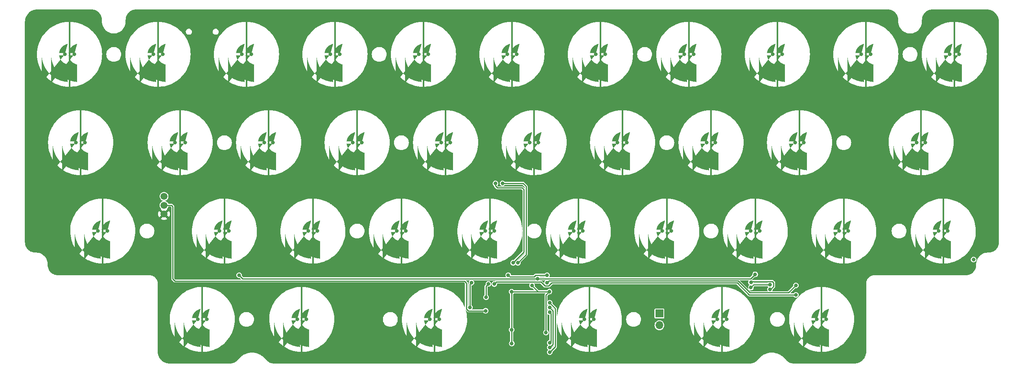
<source format=gbr>
%TF.GenerationSoftware,KiCad,Pcbnew,(7.0.0)*%
%TF.CreationDate,2024-01-31T22:55:09+01:00*%
%TF.ProjectId,travaulta HHKB,74726176-6175-46c7-9461-2048484b422e,rev?*%
%TF.SameCoordinates,Original*%
%TF.FileFunction,Copper,L1,Top*%
%TF.FilePolarity,Positive*%
%FSLAX46Y46*%
G04 Gerber Fmt 4.6, Leading zero omitted, Abs format (unit mm)*
G04 Created by KiCad (PCBNEW (7.0.0)) date 2024-01-31 22:55:09*
%MOMM*%
%LPD*%
G01*
G04 APERTURE LIST*
G04 Aperture macros list*
%AMFreePoly0*
4,1,70,0.600000,2.214159,0.320477,2.144936,0.052085,2.040578,-0.200780,1.902795,-0.433976,1.733843,-0.643683,1.536492,-0.826466,1.313972,-0.979332,1.069928,-1.099775,0.808360,-1.185824,0.533550,-1.236068,0.250000,0.000000,0.250000,0.095671,0.230970,0.176777,0.176777,0.230970,0.095671,0.250000,0.000000,0.230970,-0.095671,0.176777,-0.176777,0.095671,-0.230970,0.000000,-0.250000,
-1.236068,-0.250000,-1.185824,-0.533550,-1.099775,-0.808360,-0.979332,-1.069928,-0.826466,-1.313972,-0.643683,-1.536492,-0.433976,-1.733843,-0.200780,-1.902795,0.052085,-2.040578,0.320477,-2.144936,0.600000,-2.214159,0.600000,-5.986652,0.115133,-5.934392,-0.363889,-5.842928,-0.833900,-5.712864,-1.291796,-5.545058,-1.734552,-5.340620,-2.159242,-5.100901,-2.563061,-4.827483,-2.943342,-4.522174,
-3.297572,-4.186989,-3.623410,-3.824144,-3.918705,-3.436035,-4.181506,-3.025227,-4.410075,-2.594434,-4.602904,-2.146500,-4.758719,-1.684386,-4.876489,-1.211145,-4.955438,-0.729902,-4.995043,-0.243838,-4.995043,0.243838,-4.955438,0.729902,-4.876489,1.211145,-4.758719,1.684386,-4.602904,2.146500,-4.410075,2.594434,-4.181506,3.025227,-3.918705,3.436035,-3.623410,3.824144,-3.297572,4.186989,
-2.943342,4.522174,-2.563061,4.827483,-2.159242,5.100901,-1.734552,5.340620,-1.291796,5.545058,-0.833900,5.712864,-0.363889,5.842928,0.115133,5.934392,0.600000,5.986652,0.600000,2.214159,0.600000,2.214159,$1*%
%AMFreePoly1*
4,1,17,0.124698,7.156366,0.180194,7.086777,0.200000,7.000000,0.200000,-7.000000,0.180194,-7.086777,0.124698,-7.156366,0.044504,-7.194986,-0.044504,-7.194986,-0.124698,-7.156366,-0.180194,-7.086777,-0.200000,-7.000000,-0.200000,7.000000,-0.180194,7.086777,-0.124698,7.156366,-0.044504,7.194986,0.044504,7.194986,0.124698,7.156366,0.124698,7.156366,$1*%
G04 Aperture macros list end*
%TA.AperFunction,SMDPad,CuDef*%
%ADD10FreePoly0,0.000000*%
%TD*%
%TA.AperFunction,SMDPad,CuDef*%
%ADD11FreePoly0,180.000000*%
%TD*%
%TA.AperFunction,SMDPad,CuDef*%
%ADD12FreePoly1,0.000000*%
%TD*%
%TA.AperFunction,SMDPad,CuDef*%
%ADD13FreePoly1,180.000000*%
%TD*%
%TA.AperFunction,ComponentPad*%
%ADD14C,1.500000*%
%TD*%
%TA.AperFunction,ComponentPad*%
%ADD15R,1.700000X1.700000*%
%TD*%
%TA.AperFunction,ComponentPad*%
%ADD16O,1.700000X1.700000*%
%TD*%
%TA.AperFunction,ViaPad*%
%ADD17C,0.800000*%
%TD*%
%TA.AperFunction,Conductor*%
%ADD18C,0.250000*%
%TD*%
G04 APERTURE END LIST*
D10*
%TO.P,SW20,1,1*%
%TO.N,ROW1*%
X210137500Y-76200000D03*
D11*
%TO.P,SW20,2,2*%
%TO.N,COL8*%
X212137500Y-76200000D03*
D12*
%TO.P,SW20,3,SG*%
%TO.N,GND*%
X211137500Y-76200000D03*
%TD*%
D11*
%TO.P,SW27,1,1*%
%TO.N,ROW2*%
X164512500Y-95250000D03*
D10*
%TO.P,SW27,2,2*%
%TO.N,COL5*%
X162512500Y-95250000D03*
D13*
%TO.P,SW27,3,SG*%
%TO.N,GND*%
X163512500Y-95250000D03*
%TD*%
D10*
%TO.P,SW15,1,1*%
%TO.N,ROW1*%
X114887500Y-76200000D03*
D11*
%TO.P,SW15,2,2*%
%TO.N,COL3*%
X116887500Y-76200000D03*
D12*
%TO.P,SW15,3,SG*%
%TO.N,GND*%
X115887500Y-76200000D03*
%TD*%
D10*
%TO.P,SW18,1,1*%
%TO.N,ROW1*%
X172037500Y-76200000D03*
D11*
%TO.P,SW18,2,2*%
%TO.N,COL6*%
X174037500Y-76200000D03*
D12*
%TO.P,SW18,3,SG*%
%TO.N,GND*%
X173037500Y-76200000D03*
%TD*%
D10*
%TO.P,SW1,1,1*%
%TO.N,ROW0*%
X52975000Y-57150000D03*
D11*
%TO.P,SW1,2,2*%
%TO.N,COL0*%
X54975000Y-57150000D03*
D12*
%TO.P,SW1,3,SG*%
%TO.N,GND*%
X53975000Y-57150000D03*
%TD*%
D10*
%TO.P,SW9,1,1*%
%TO.N,ROW0*%
X205375000Y-57150000D03*
D11*
%TO.P,SW9,2,2*%
%TO.N,COL8*%
X207375000Y-57150000D03*
D12*
%TO.P,SW9,3,SG*%
%TO.N,GND*%
X206375000Y-57150000D03*
%TD*%
D11*
%TO.P,SW28,1,1*%
%TO.N,ROW2*%
X183562500Y-95250000D03*
D10*
%TO.P,SW28,2,2*%
%TO.N,COL6*%
X181562500Y-95250000D03*
D13*
%TO.P,SW28,3,SG*%
%TO.N,GND*%
X182562500Y-95250000D03*
%TD*%
D14*
%TO.P,J1,1,Pin_1*%
%TO.N,GND*%
X74322402Y-91576772D03*
%TO.P,J1,2,Pin_2*%
%TO.N,RGB*%
X74322402Y-89676772D03*
%TO.P,J1,3,Pin_3*%
%TO.N,+5V*%
X74322402Y-87776772D03*
%TD*%
D10*
%TO.P,SW4,1,1*%
%TO.N,ROW0*%
X110125000Y-57150000D03*
D11*
%TO.P,SW4,2,2*%
%TO.N,COL3*%
X112125000Y-57150000D03*
D12*
%TO.P,SW4,3,SG*%
%TO.N,GND*%
X111125000Y-57150000D03*
%TD*%
D10*
%TO.P,SW17,1,1*%
%TO.N,ROW1*%
X152987500Y-76200000D03*
D11*
%TO.P,SW17,2,2*%
%TO.N,COL5*%
X154987500Y-76200000D03*
D12*
%TO.P,SW17,3,SG*%
%TO.N,GND*%
X153987500Y-76200000D03*
%TD*%
D10*
%TO.P,SW12,1,1*%
%TO.N,ROW1*%
X55358000Y-76200000D03*
D11*
%TO.P,SW12,2,2*%
%TO.N,COL0*%
X57358000Y-76200000D03*
D12*
%TO.P,SW12,3,SG*%
%TO.N,GND*%
X56358000Y-76200000D03*
%TD*%
D11*
%TO.P,SW23,1,1*%
%TO.N,ROW2*%
X88312500Y-95250000D03*
D10*
%TO.P,SW23,2,2*%
%TO.N,COL1*%
X86312500Y-95250000D03*
D13*
%TO.P,SW23,3,SG*%
%TO.N,GND*%
X87312500Y-95250000D03*
%TD*%
D11*
%TO.P,SW34,1,1*%
%TO.N,ROW3*%
X133555000Y-114300000D03*
D10*
%TO.P,SW34,2,2*%
%TO.N,COL3*%
X131555000Y-114300000D03*
D13*
%TO.P,SW34,3,SG*%
%TO.N,GND*%
X132555000Y-114300000D03*
%TD*%
D10*
%TO.P,SW22,1,1*%
%TO.N,ROW2*%
X60120000Y-95250000D03*
D11*
%TO.P,SW22,2,2*%
%TO.N,COL0*%
X62120000Y-95250000D03*
D12*
%TO.P,SW22,3,SG*%
%TO.N,GND*%
X61120000Y-95250000D03*
%TD*%
D10*
%TO.P,SW16,1,1*%
%TO.N,ROW1*%
X133937500Y-76200000D03*
D11*
%TO.P,SW16,2,2*%
%TO.N,COL4*%
X135937500Y-76200000D03*
D12*
%TO.P,SW16,3,SG*%
%TO.N,GND*%
X134937500Y-76200000D03*
%TD*%
D10*
%TO.P,SW14,1,1*%
%TO.N,ROW1*%
X95837500Y-76200000D03*
D11*
%TO.P,SW14,2,2*%
%TO.N,COL2*%
X97837500Y-76200000D03*
D12*
%TO.P,SW14,3,SG*%
%TO.N,GND*%
X96837500Y-76200000D03*
%TD*%
D10*
%TO.P,SW7,1,1*%
%TO.N,ROW0*%
X167275000Y-57150000D03*
D11*
%TO.P,SW7,2,2*%
%TO.N,COL6*%
X169275000Y-57150000D03*
D12*
%TO.P,SW7,3,SG*%
%TO.N,GND*%
X168275000Y-57150000D03*
%TD*%
D11*
%TO.P,SW24,1,1*%
%TO.N,ROW2*%
X107362500Y-95250000D03*
D10*
%TO.P,SW24,2,2*%
%TO.N,COL2*%
X105362500Y-95250000D03*
D13*
%TO.P,SW24,3,SG*%
%TO.N,GND*%
X106362500Y-95250000D03*
%TD*%
D10*
%TO.P,SW11,1,1*%
%TO.N,ROW0*%
X243475000Y-57150000D03*
D11*
%TO.P,SW11,2,2*%
%TO.N,COL10*%
X245475000Y-57150000D03*
D12*
%TO.P,SW11,3,SG*%
%TO.N,GND*%
X244475000Y-57150000D03*
%TD*%
D11*
%TO.P,SW31,1,1*%
%TO.N,ROW2*%
X243095000Y-95250000D03*
D10*
%TO.P,SW31,2,2*%
%TO.N,COL9*%
X241095000Y-95250000D03*
D13*
%TO.P,SW31,3,SG*%
%TO.N,GND*%
X242095000Y-95250000D03*
%TD*%
D10*
%TO.P,SW2,1,1*%
%TO.N,ROW0*%
X72025000Y-57150000D03*
D11*
%TO.P,SW2,2,2*%
%TO.N,COL1*%
X74025000Y-57150000D03*
D12*
%TO.P,SW2,3,SG*%
%TO.N,GND*%
X73025000Y-57150000D03*
%TD*%
D10*
%TO.P,SW5,1,1*%
%TO.N,ROW0*%
X129175000Y-57150000D03*
D11*
%TO.P,SW5,2,2*%
%TO.N,COL4*%
X131175000Y-57150000D03*
D12*
%TO.P,SW5,3,SG*%
%TO.N,GND*%
X130175000Y-57150000D03*
%TD*%
D10*
%TO.P,SW8,1,1*%
%TO.N,ROW0*%
X186325000Y-57150000D03*
D11*
%TO.P,SW8,2,2*%
%TO.N,COL7*%
X188325000Y-57150000D03*
D12*
%TO.P,SW8,3,SG*%
%TO.N,GND*%
X187325000Y-57150000D03*
%TD*%
D10*
%TO.P,SW13,1,1*%
%TO.N,ROW1*%
X76787500Y-76200000D03*
D11*
%TO.P,SW13,2,2*%
%TO.N,COL1*%
X78787500Y-76200000D03*
D12*
%TO.P,SW13,3,SG*%
%TO.N,GND*%
X77787500Y-76200000D03*
%TD*%
D11*
%TO.P,SW21,1,1*%
%TO.N,ROW1*%
X238330000Y-76200000D03*
D10*
%TO.P,SW21,2,2*%
%TO.N,COL9*%
X236330000Y-76200000D03*
D13*
%TO.P,SW21,3,SG*%
%TO.N,GND*%
X237330000Y-76200000D03*
%TD*%
D11*
%TO.P,SW36,1,1*%
%TO.N,ROW3*%
X195470000Y-114300000D03*
D10*
%TO.P,SW36,2,2*%
%TO.N,COL7*%
X193470000Y-114300000D03*
D13*
%TO.P,SW36,3,SG*%
%TO.N,GND*%
X194470000Y-114300000D03*
%TD*%
D11*
%TO.P,SW35,1,1*%
%TO.N,ROW3*%
X166892000Y-114300000D03*
D10*
%TO.P,SW35,2,2*%
%TO.N,COL5*%
X164892000Y-114300000D03*
D13*
%TO.P,SW35,3,SG*%
%TO.N,GND*%
X165892000Y-114300000D03*
%TD*%
D11*
%TO.P,SW25,1,1*%
%TO.N,ROW2*%
X126412500Y-95250000D03*
D10*
%TO.P,SW25,2,2*%
%TO.N,COL3*%
X124412500Y-95250000D03*
D13*
%TO.P,SW25,3,SG*%
%TO.N,GND*%
X125412500Y-95250000D03*
%TD*%
D11*
%TO.P,SW33,1,1*%
%TO.N,ROW3*%
X104980000Y-114300000D03*
D10*
%TO.P,SW33,2,2*%
%TO.N,COL2*%
X102980000Y-114300000D03*
D13*
%TO.P,SW33,3,SG*%
%TO.N,GND*%
X103980000Y-114300000D03*
%TD*%
D11*
%TO.P,SW32,1,1*%
%TO.N,ROW3*%
X83550000Y-114300000D03*
D10*
%TO.P,SW32,2,2*%
%TO.N,COL1*%
X81550000Y-114300000D03*
D13*
%TO.P,SW32,3,SG*%
%TO.N,GND*%
X82550000Y-114300000D03*
%TD*%
D10*
%TO.P,SW3,1,1*%
%TO.N,ROW0*%
X91075000Y-57150000D03*
D11*
%TO.P,SW3,2,2*%
%TO.N,COL2*%
X93075000Y-57150000D03*
D12*
%TO.P,SW3,3,SG*%
%TO.N,GND*%
X92075000Y-57150000D03*
%TD*%
D11*
%TO.P,SW26,1,1*%
%TO.N,ROW2*%
X145462500Y-95250000D03*
D10*
%TO.P,SW26,2,2*%
%TO.N,COL4*%
X143462500Y-95250000D03*
D13*
%TO.P,SW26,3,SG*%
%TO.N,GND*%
X144462500Y-95250000D03*
%TD*%
D10*
%TO.P,SW6,1,1*%
%TO.N,ROW0*%
X148225000Y-57150000D03*
D11*
%TO.P,SW6,2,2*%
%TO.N,COL5*%
X150225000Y-57150000D03*
D12*
%TO.P,SW6,3,SG*%
%TO.N,GND*%
X149225000Y-57150000D03*
%TD*%
D11*
%TO.P,SW30,1,1*%
%TO.N,ROW2*%
X221662500Y-95250000D03*
D10*
%TO.P,SW30,2,2*%
%TO.N,COL8*%
X219662500Y-95250000D03*
D13*
%TO.P,SW30,3,SG*%
%TO.N,GND*%
X220662500Y-95250000D03*
%TD*%
D11*
%TO.P,SW29,1,1*%
%TO.N,ROW2*%
X202612500Y-95250000D03*
D10*
%TO.P,SW29,2,2*%
%TO.N,COL7*%
X200612500Y-95250000D03*
D13*
%TO.P,SW29,3,SG*%
%TO.N,GND*%
X201612500Y-95250000D03*
%TD*%
D11*
%TO.P,SW37,1,1*%
%TO.N,ROW3*%
X216900000Y-114300000D03*
D10*
%TO.P,SW37,2,2*%
%TO.N,COL8*%
X214900000Y-114300000D03*
D13*
%TO.P,SW37,3,SG*%
%TO.N,GND*%
X215900000Y-114300000D03*
%TD*%
D10*
%TO.P,SW10,1,1*%
%TO.N,ROW0*%
X224425000Y-57150000D03*
D11*
%TO.P,SW10,2,2*%
%TO.N,COL9*%
X226425000Y-57150000D03*
D12*
%TO.P,SW10,3,SG*%
%TO.N,GND*%
X225425000Y-57150000D03*
%TD*%
D10*
%TO.P,SW19,1,1*%
%TO.N,ROW1*%
X191087500Y-76200000D03*
D11*
%TO.P,SW19,2,2*%
%TO.N,COL7*%
X193087500Y-76200000D03*
D12*
%TO.P,SW19,3,SG*%
%TO.N,GND*%
X192087500Y-76200000D03*
%TD*%
D15*
%TO.P,SW38,1,A*%
%TO.N,VBAT*%
X180974999Y-113024999D03*
D16*
%TO.P,SW38,2,B*%
%TO.N,BOOT0*%
X180974999Y-115564999D03*
%TD*%
D17*
%TO.N,GND*%
X114300000Y-68278054D03*
X135597207Y-104261223D03*
X74457450Y-102146851D03*
X151003000Y-99314000D03*
X111125000Y-107950000D03*
X96463710Y-101616045D03*
X153987500Y-92075000D03*
X177165000Y-109855000D03*
X81280000Y-57277000D03*
X79634279Y-102166606D03*
X153988003Y-102068356D03*
X82550000Y-49999000D03*
X177176938Y-83255788D03*
X183356250Y-119062500D03*
X87249000Y-80010000D03*
X117475000Y-68262500D03*
X47117000Y-76200000D03*
X131445000Y-101854000D03*
X207962500Y-104366597D03*
X103187500Y-83125992D03*
X226028066Y-101600000D03*
X119027099Y-64169317D03*
X77430000Y-51094000D03*
X178593750Y-104324688D03*
X175451935Y-104317849D03*
X231534211Y-101576668D03*
X84198075Y-57286253D03*
X107950000Y-68278054D03*
X137577839Y-104298443D03*
X182499000Y-80010000D03*
X92075000Y-117475000D03*
X117445381Y-65971118D03*
X117475491Y-121047612D03*
X65244068Y-83266471D03*
X113284000Y-114300000D03*
X171831000Y-101981000D03*
X120215418Y-83268437D03*
X156464799Y-64146969D03*
X144653000Y-76200000D03*
X233867827Y-64186346D03*
X158602637Y-85060062D03*
X144688580Y-83212362D03*
X88926415Y-65964205D03*
X142113000Y-110617000D03*
X213758720Y-65997413D03*
X194539821Y-104317849D03*
X175816362Y-65997905D03*
X214425221Y-102091428D03*
X101155500Y-83125992D03*
X75819000Y-120777000D03*
X215272292Y-83233441D03*
X173101000Y-95250000D03*
X141859000Y-80010000D03*
X121059099Y-64169317D03*
X152584000Y-112903000D03*
X144374097Y-116215501D03*
X158753070Y-104320989D03*
X137901311Y-64231533D03*
X47371000Y-50800000D03*
X121095883Y-65974574D03*
X192539949Y-102088341D03*
X82558981Y-83268437D03*
X234950000Y-61087000D03*
X60075298Y-64176230D03*
X160918079Y-102299291D03*
X177839421Y-64193631D03*
X139700000Y-57150000D03*
X99867728Y-65952852D03*
X88900000Y-68262500D03*
X215781779Y-64193139D03*
X154003054Y-85382318D03*
X190232918Y-104293450D03*
X122237500Y-118268750D03*
X120650491Y-121047612D03*
X158750000Y-57150000D03*
X139262558Y-85049380D03*
X99815881Y-64231533D03*
X111125000Y-65960003D03*
X141294558Y-85049380D03*
X142081250Y-106362500D03*
X142081250Y-107950000D03*
X197035308Y-64193631D03*
X122986934Y-104249644D03*
X63212068Y-83266471D03*
X215900000Y-57150000D03*
X187325000Y-102108000D03*
X197044249Y-65997905D03*
X117331079Y-107950000D03*
X114272348Y-65964205D03*
X196850000Y-57150000D03*
X106426000Y-76200000D03*
X98422526Y-65950379D03*
X123825000Y-65951243D03*
X92868750Y-107950000D03*
X86288880Y-104214561D03*
X65253009Y-85070745D03*
X231512224Y-97872127D03*
X120506079Y-107950000D03*
X144716101Y-85427602D03*
X143668750Y-104344178D03*
X92075000Y-104154757D03*
X206505152Y-107452269D03*
X159004000Y-110744000D03*
X209550000Y-101508785D03*
X138303000Y-101981000D03*
X120904000Y-101727000D03*
X78607665Y-65964205D03*
X144653000Y-72517000D03*
X125349000Y-80010000D03*
X77600359Y-104245177D03*
X233876768Y-65990620D03*
X177800000Y-53213000D03*
X82189797Y-64153271D03*
X188111837Y-104311833D03*
X251079000Y-50800000D03*
X85751415Y-65964205D03*
X199852839Y-121754293D03*
X127000000Y-68309162D03*
X92075000Y-68262500D03*
X234146640Y-85107708D03*
X101092000Y-101600000D03*
X173573173Y-104293450D03*
X134874000Y-95250000D03*
X67120529Y-102090937D03*
X111125000Y-104214561D03*
X196338366Y-83219809D03*
X77300138Y-108312928D03*
X133985000Y-101727000D03*
X92075000Y-65964205D03*
X51435000Y-95250000D03*
X96774000Y-95250000D03*
X251206000Y-63500000D03*
X140493750Y-104333809D03*
X80962500Y-60071000D03*
X222758000Y-120650000D03*
X231844768Y-65990620D03*
X124474829Y-107950000D03*
X244094000Y-69723000D03*
X158496799Y-64146969D03*
X184221378Y-107343390D03*
X172415783Y-107530039D03*
X130175000Y-68309162D03*
X160911418Y-104281020D03*
X217417014Y-104354056D03*
X164306250Y-104289692D03*
X187216121Y-107327344D03*
X179217879Y-85060062D03*
X98425000Y-68262500D03*
X95250000Y-68262500D03*
X49530000Y-69850000D03*
X60116776Y-66008155D03*
X98425491Y-121047612D03*
X101847881Y-64231533D03*
X104728337Y-104167899D03*
X87249000Y-72644000D03*
X127000000Y-65951243D03*
X75692000Y-48895000D03*
X177848362Y-65997905D03*
X116496665Y-104176446D03*
X133383834Y-65953835D03*
X139933311Y-64231533D03*
X236537500Y-101600000D03*
X111125000Y-68278054D03*
X87312500Y-107950000D03*
X85725000Y-68262500D03*
X175807421Y-64193631D03*
X123825000Y-68309162D03*
X136525000Y-68262500D03*
X192561494Y-104301005D03*
X175418750Y-107530039D03*
X234950000Y-53340000D03*
X181768750Y-104324688D03*
X118375427Y-104200845D03*
X95250000Y-65964205D03*
X103148167Y-85096043D03*
X153987500Y-88900000D03*
X182499000Y-72390000D03*
X234154774Y-83203271D03*
X82567922Y-85072711D03*
X101899728Y-65952852D03*
X107950000Y-104191230D03*
X133350000Y-68309162D03*
X161131250Y-107950000D03*
X232114640Y-85107708D03*
X178593750Y-107530039D03*
X141285617Y-83245106D03*
X101121020Y-104154757D03*
X175895000Y-101981000D03*
X119063883Y-65974574D03*
X207168750Y-101473000D03*
X198361068Y-85095059D03*
X150018750Y-88900000D03*
X115824000Y-99314000D03*
X247015000Y-89027000D03*
X137872571Y-65974082D03*
X84599922Y-85072711D03*
X141859000Y-72517000D03*
X156473740Y-65951243D03*
X217304292Y-83233441D03*
X132556250Y-104249644D03*
X160634637Y-85060062D03*
X68453000Y-76200000D03*
X201676000Y-76200000D03*
X146681488Y-64206158D03*
X192024000Y-91313000D03*
X231835827Y-64186346D03*
X120650000Y-53213000D03*
X77851000Y-95250000D03*
X158593696Y-83255788D03*
X197643750Y-104323931D03*
X224282000Y-80137000D03*
X160625696Y-83255788D03*
X115607034Y-101739495D03*
X124619241Y-121047612D03*
X170676988Y-104308377D03*
X115824000Y-91313000D03*
X146793645Y-104323439D03*
X122247418Y-83268437D03*
X147066000Y-107315000D03*
X77602279Y-102166606D03*
X120650000Y-60960000D03*
X121126329Y-68333618D03*
X220662500Y-104354056D03*
X114298033Y-104219745D03*
X153321343Y-104242074D03*
X215281233Y-85037715D03*
X183356250Y-109855000D03*
X232122774Y-83203271D03*
X158505740Y-65951243D03*
X126206250Y-104261223D03*
X196329068Y-85095059D03*
X130175000Y-65951243D03*
X213749779Y-64193139D03*
X144653000Y-67691000D03*
X229235000Y-95250000D03*
X65659000Y-76200000D03*
X147896567Y-109273002D03*
X62148776Y-66008155D03*
X101600000Y-57150000D03*
X153987500Y-99218750D03*
X78581250Y-68262500D03*
X122256359Y-85072711D03*
X169545000Y-101981000D03*
X99212437Y-104149937D03*
X243967000Y-85725000D03*
X139904571Y-65974082D03*
X89408000Y-48895000D03*
X224282000Y-72390000D03*
X125349000Y-72517000D03*
X148586409Y-83241559D03*
X67120529Y-104050751D03*
X195003308Y-64193631D03*
X185166000Y-114300000D03*
X157162500Y-99314000D03*
X101911437Y-68262500D03*
X104775000Y-65960003D03*
X189144827Y-108929415D03*
X163576000Y-76200000D03*
X195012249Y-65997905D03*
X120888576Y-104225245D03*
X63221009Y-85070745D03*
X211905460Y-101600000D03*
X158750000Y-107950000D03*
X74295000Y-99314000D03*
X144652281Y-64206158D03*
X144653000Y-80010000D03*
X251079000Y-95123000D03*
X148209000Y-101981000D03*
X157956250Y-88900000D03*
X107936174Y-65943466D03*
X114300491Y-121047612D03*
X179208938Y-83255788D03*
X98806000Y-50800000D03*
X211201000Y-95250000D03*
X231521000Y-91186000D03*
X146685000Y-72517000D03*
X98425000Y-108743750D03*
X206375000Y-118268750D03*
X167481250Y-104289692D03*
X62107298Y-64176230D03*
X217313233Y-85037715D03*
X78581250Y-63500000D03*
X146685000Y-80010000D03*
X120224359Y-85072711D03*
X198370366Y-83219809D03*
X181768750Y-107343390D03*
X74441896Y-104246652D03*
X190240765Y-102103407D03*
X214312500Y-104348659D03*
X129381250Y-104261223D03*
X84590981Y-83268437D03*
X188641422Y-121694338D03*
X101116167Y-85096043D03*
X114156079Y-107950000D03*
X84137500Y-68262500D03*
X87312500Y-63500000D03*
X104775000Y-68278054D03*
X136558834Y-65953835D03*
X227965000Y-76200000D03*
X184936837Y-104311833D03*
X246473566Y-101666909D03*
X79653498Y-104245177D03*
X177185879Y-85060062D03*
X70970165Y-102114268D03*
X223043750Y-108743750D03*
X203835000Y-114300000D03*
X204787500Y-104370593D03*
X211681401Y-104370102D03*
X139253617Y-83245106D03*
X246062500Y-76200000D03*
X92075000Y-101600000D03*
X146685000Y-67691000D03*
X228600000Y-101600000D03*
X54356000Y-88900000D03*
X177800000Y-60960000D03*
X215790720Y-65997413D03*
X139953601Y-68350091D03*
X228600000Y-98425000D03*
X87653038Y-51101306D03*
X84074000Y-69850000D03*
X177165000Y-119062500D03*
%TO.N,APLEX_OUT_PIN_0*%
X210352632Y-106976214D03*
X156787000Y-106362500D03*
X156787000Y-104775000D03*
X148431250Y-104775000D03*
X140493750Y-106362500D03*
X140168917Y-111725196D03*
%TO.N,ROW0*%
X243459000Y-57150000D03*
X110109000Y-57150000D03*
X186309000Y-57150000D03*
X148209000Y-57150000D03*
X167259000Y-57150000D03*
X224409000Y-57150000D03*
X129159000Y-57150000D03*
X72009000Y-57150000D03*
X52959000Y-57150000D03*
X91059000Y-57150000D03*
X149495497Y-102108000D03*
X145669000Y-84987000D03*
X205359000Y-57150000D03*
%TO.N,ROW1*%
X55372000Y-76200000D03*
X191135000Y-76200000D03*
X133985000Y-76200000D03*
X147189272Y-84974626D03*
X76708000Y-76200000D03*
X153035000Y-76200000D03*
X210185000Y-76200000D03*
X171958000Y-76200000D03*
X114935000Y-76200000D03*
X150495000Y-102108000D03*
X238252000Y-76200000D03*
X95885000Y-76200000D03*
%TO.N,VBAT*%
X149155000Y-108331000D03*
X201599534Y-104576503D03*
X149158000Y-116524000D03*
X153545858Y-106982709D03*
X156556000Y-117129000D03*
X149189578Y-119489093D03*
X157291782Y-108302925D03*
X90487500Y-104775000D03*
X154781250Y-105533209D03*
%TO.N,COL0*%
X62103000Y-95250000D03*
X54991000Y-57150000D03*
X57277000Y-76200000D03*
%TO.N,COL1*%
X74041000Y-57150000D03*
X81550000Y-114300000D03*
X86233000Y-95250000D03*
X78867000Y-76200000D03*
%TO.N,COL2*%
X93075000Y-57150000D03*
X105362500Y-95250000D03*
X97790000Y-76200000D03*
X102980000Y-114300000D03*
%TO.N,COL3*%
X124412500Y-95250000D03*
X116887500Y-76200000D03*
X131555000Y-114300000D03*
X112125000Y-57150000D03*
%TO.N,COL4*%
X143462500Y-95250000D03*
X135937500Y-76200000D03*
X131175000Y-57150000D03*
%TO.N,COL5*%
X150241000Y-57150000D03*
X162512500Y-95250000D03*
X164846000Y-114300000D03*
X154940000Y-76200000D03*
%TO.N,COL6*%
X169291000Y-57150000D03*
X173990000Y-76200000D03*
X181562500Y-95250000D03*
X204755969Y-106823574D03*
X200668410Y-107440416D03*
%TO.N,COL7*%
X188325000Y-57150000D03*
X200674646Y-106307080D03*
X200612500Y-95250000D03*
X193421000Y-114300000D03*
X204787500Y-107822580D03*
X193040000Y-76200000D03*
%TO.N,COL8*%
X207391000Y-57150000D03*
X214884000Y-114300000D03*
X219662500Y-95250000D03*
X212090000Y-76200000D03*
%TO.N,COL9*%
X241095000Y-95250000D03*
X226441000Y-57150000D03*
X236347000Y-76200000D03*
%TO.N,ROW2*%
X164512500Y-95250000D03*
X221662500Y-95250000D03*
X126412500Y-95250000D03*
X243078000Y-95250000D03*
X202612500Y-95250000D03*
X107362500Y-95250000D03*
X145462500Y-95250000D03*
X60071000Y-95250000D03*
X88312500Y-95250000D03*
X183562500Y-95250000D03*
%TO.N,ROW3*%
X144157368Y-106657415D03*
X104980000Y-114300000D03*
X143668750Y-109537500D03*
X195453000Y-114300000D03*
X216916000Y-114300000D03*
X166878000Y-114300000D03*
X133555000Y-114300000D03*
X83550000Y-114300000D03*
%TO.N,AMUX_SEL_2*%
X157348680Y-121365408D03*
X157353000Y-110744000D03*
%TO.N,AMUX_SEL_1*%
X157357299Y-111755701D03*
X157364941Y-120356364D03*
%TO.N,AMUX_SEL_0*%
X157353500Y-119342500D03*
X157353000Y-112776000D03*
%TO.N,APLEX_EN_PIN_1*%
X145415000Y-106680000D03*
X210343750Y-108997080D03*
%TO.N,RGB*%
X143556286Y-112448643D03*
%TO.N,COL10*%
X245491000Y-57150000D03*
X248602500Y-101409500D03*
%TD*%
D18*
%TO.N,GND*%
X84188822Y-57277000D02*
X84198075Y-57286253D01*
X81280000Y-57277000D02*
X84188822Y-57277000D01*
%TO.N,APLEX_OUT_PIN_0*%
X200464726Y-108547080D02*
X208781766Y-108547080D01*
X208781766Y-108547080D02*
X210352632Y-106976214D01*
X153987500Y-105118750D02*
X154331250Y-104775000D01*
X148431250Y-104775000D02*
X148775000Y-105118750D01*
X148775000Y-105118750D02*
X153987500Y-105118750D01*
X156787000Y-106362500D02*
X157166291Y-105983209D01*
X197900855Y-105983209D02*
X200464726Y-108547080D01*
X154331250Y-104775000D02*
X156787000Y-104775000D01*
X140168917Y-106687333D02*
X140493750Y-106362500D01*
X140168917Y-111725196D02*
X140168917Y-106687333D01*
X157166291Y-105983209D02*
X197900855Y-105983209D01*
%TO.N,ROW0*%
X145669000Y-85479805D02*
X146133201Y-85944006D01*
X151812500Y-86345453D02*
X151411053Y-85944006D01*
X151812500Y-99765195D02*
X151812500Y-86345453D01*
X145669000Y-85479805D02*
X145669000Y-84875500D01*
X151411053Y-85944006D02*
X146133201Y-85944006D01*
X145669000Y-85479805D02*
X145669000Y-84987000D01*
X149495497Y-102108000D02*
X149495497Y-102082198D01*
X149495497Y-102082198D02*
X151812500Y-99765195D01*
%TO.N,ROW1*%
X147189272Y-84974626D02*
X151649626Y-84974626D01*
X151649626Y-84974626D02*
X152262500Y-85587500D01*
X152262500Y-100340500D02*
X150495000Y-102108000D01*
X152262500Y-85587500D02*
X152262500Y-100340500D01*
%TO.N,VBAT*%
X149155000Y-108331000D02*
X149155000Y-115889000D01*
X157263707Y-108331000D02*
X157291782Y-108302925D01*
X91281250Y-105568750D02*
X154745709Y-105568750D01*
X154781250Y-105533209D02*
X200642828Y-105533209D01*
X154866074Y-108302925D02*
X153545858Y-106982709D01*
X149158000Y-116524000D02*
X149158000Y-115892000D01*
X154866074Y-108302925D02*
X157291782Y-108302925D01*
X156556000Y-109038707D02*
X156556000Y-117129000D01*
X200642828Y-105533209D02*
X201599534Y-104576503D01*
X149155000Y-115889000D02*
X149155000Y-119454515D01*
X149155000Y-119454515D02*
X149189578Y-119489093D01*
X157291782Y-108302925D02*
X156556000Y-109038707D01*
X90487500Y-104775000D02*
X91281250Y-105568750D01*
X154745709Y-105568750D02*
X154781250Y-105533209D01*
X149155000Y-108331000D02*
X157263707Y-108331000D01*
X149158000Y-115892000D02*
X149155000Y-115889000D01*
%TO.N,COL6*%
X200668410Y-107440416D02*
X201285252Y-106823574D01*
X201285252Y-106823574D02*
X204755969Y-106823574D01*
%TO.N,COL7*%
X205317324Y-106098574D02*
X205581250Y-106362500D01*
X205581250Y-106362500D02*
X205581250Y-107156250D01*
X200674646Y-106307080D02*
X200883152Y-106098574D01*
X205581250Y-107156250D02*
X204914920Y-107822580D01*
X200883152Y-106098574D02*
X205317324Y-106098574D01*
X204914920Y-107822580D02*
X204787500Y-107822580D01*
%TO.N,ROW3*%
X143668750Y-109537500D02*
X143668750Y-107146033D01*
X143668750Y-107146033D02*
X144157368Y-106657415D01*
%TO.N,AMUX_SEL_2*%
X158579250Y-120166653D02*
X158579250Y-111952347D01*
X157370903Y-110744000D02*
X157353000Y-110744000D01*
X157380495Y-121365408D02*
X158579250Y-120166653D01*
X157348680Y-121365408D02*
X157380495Y-121365408D01*
X158579250Y-111952347D02*
X157370903Y-110744000D01*
%TO.N,AMUX_SEL_1*%
X158078500Y-112476902D02*
X157357299Y-111755701D01*
X157391412Y-120341283D02*
X158078500Y-119654195D01*
X158078500Y-119654195D02*
X158078500Y-112476902D01*
%TO.N,AMUX_SEL_0*%
X157353500Y-119342500D02*
X157353500Y-119337000D01*
X157628000Y-119062500D02*
X157628000Y-113051000D01*
X157353000Y-112776000D02*
X157628000Y-113051000D01*
X157353500Y-119337000D02*
X157628000Y-119062500D01*
%TO.N,APLEX_EN_PIN_1*%
X145415000Y-106680000D02*
X145837291Y-106257709D01*
X145837291Y-106257709D02*
X155470209Y-106257709D01*
X156320212Y-107107712D02*
X157113962Y-107107712D01*
X157113962Y-107107712D02*
X157788465Y-106433209D01*
X155470209Y-106257709D02*
X156320212Y-107107712D01*
X157788465Y-106433209D02*
X197714459Y-106433209D01*
X200278330Y-108997080D02*
X210343750Y-108997080D01*
X197714459Y-106433209D02*
X200278330Y-108997080D01*
%TO.N,RGB*%
X76650000Y-106018750D02*
X76200000Y-105568750D01*
X139443917Y-112025501D02*
X139443917Y-106457698D01*
X76200000Y-105568750D02*
X76200000Y-89985722D01*
X75891050Y-89676772D02*
X74322402Y-89676772D01*
X139004969Y-106018750D02*
X76650000Y-106018750D01*
X139443917Y-106457698D02*
X139004969Y-106018750D01*
X139868612Y-112450196D02*
X139443917Y-112025501D01*
X143556286Y-112448643D02*
X142876553Y-112448643D01*
X142875000Y-112450196D02*
X139868612Y-112450196D01*
X142876553Y-112448643D02*
X142875000Y-112450196D01*
X76200000Y-89985722D02*
X75891050Y-89676772D01*
%TD*%
%TA.AperFunction,Conductor*%
%TO.N,GND*%
G36*
X230200348Y-47475520D02*
G01*
X230298956Y-47481485D01*
X230298956Y-47481499D01*
X230299009Y-47481488D01*
X230471593Y-47492799D01*
X230472909Y-47492963D01*
X230599140Y-47516096D01*
X230599298Y-47516126D01*
X230743441Y-47544797D01*
X230744618Y-47545097D01*
X230872041Y-47584803D01*
X230872119Y-47584829D01*
X231006581Y-47630473D01*
X231007622Y-47630883D01*
X231131044Y-47686431D01*
X231131417Y-47686607D01*
X231138829Y-47690262D01*
X231256886Y-47748482D01*
X231257750Y-47748954D01*
X231323021Y-47788412D01*
X231374440Y-47819496D01*
X231374887Y-47819781D01*
X231490392Y-47896959D01*
X231491108Y-47897477D01*
X231598807Y-47981853D01*
X231599305Y-47982266D01*
X231703474Y-48073620D01*
X231704033Y-48074144D01*
X231800854Y-48170965D01*
X231801378Y-48171524D01*
X231892740Y-48275703D01*
X231893153Y-48276201D01*
X231977513Y-48383879D01*
X231978031Y-48384595D01*
X232055225Y-48500123D01*
X232055510Y-48500570D01*
X232126040Y-48617239D01*
X232126520Y-48618117D01*
X232188395Y-48743588D01*
X232188571Y-48743961D01*
X232244115Y-48867376D01*
X232244525Y-48868417D01*
X232290145Y-49002808D01*
X232290236Y-49003088D01*
X232329896Y-49130363D01*
X232330201Y-49131561D01*
X232358877Y-49275723D01*
X232358910Y-49275897D01*
X232382033Y-49402076D01*
X232382200Y-49403420D01*
X232393519Y-49576116D01*
X232393520Y-49576176D01*
X232393523Y-49576176D01*
X232399479Y-49674636D01*
X232399500Y-49675342D01*
X232399500Y-50074998D01*
X232399499Y-50075000D01*
X232399499Y-50229277D01*
X232399540Y-50229618D01*
X232399541Y-50229627D01*
X232436648Y-50535232D01*
X232436649Y-50535242D01*
X232436691Y-50535581D01*
X232436774Y-50535918D01*
X232436775Y-50535923D01*
X232482446Y-50721216D01*
X232510533Y-50835169D01*
X232510654Y-50835488D01*
X232510656Y-50835494D01*
X232619821Y-51123340D01*
X232619947Y-51123672D01*
X232620107Y-51123977D01*
X232620108Y-51123979D01*
X232638159Y-51158373D01*
X232763339Y-51396883D01*
X232850579Y-51523271D01*
X232938406Y-51650511D01*
X232938618Y-51650817D01*
X232938849Y-51651077D01*
X232938850Y-51651079D01*
X233143001Y-51881518D01*
X233143227Y-51881773D01*
X233374183Y-52086382D01*
X233628118Y-52261661D01*
X233901329Y-52405053D01*
X234189832Y-52514468D01*
X234489419Y-52588309D01*
X234795724Y-52625501D01*
X235103921Y-52625501D01*
X235104277Y-52625501D01*
X235410582Y-52588309D01*
X235710169Y-52514467D01*
X235998672Y-52405052D01*
X236271883Y-52261660D01*
X236525818Y-52086382D01*
X236756774Y-51881773D01*
X236961383Y-51650817D01*
X237136661Y-51396882D01*
X237280053Y-51123671D01*
X237389468Y-50835168D01*
X237463309Y-50535580D01*
X237500501Y-50229276D01*
X237500501Y-50074999D01*
X237500501Y-50074499D01*
X237500501Y-49675359D01*
X237500522Y-49674653D01*
X237502904Y-49635268D01*
X237506487Y-49576047D01*
X237506498Y-49576047D01*
X237506490Y-49575994D01*
X237517802Y-49403400D01*
X237517964Y-49402097D01*
X237541123Y-49275723D01*
X237569801Y-49131549D01*
X237570100Y-49130376D01*
X237609802Y-49002969D01*
X237609826Y-49002897D01*
X237655482Y-48868398D01*
X237655876Y-48867398D01*
X237711451Y-48743915D01*
X237711588Y-48743624D01*
X237773494Y-48618091D01*
X237773940Y-48617275D01*
X237844526Y-48500513D01*
X237844754Y-48500155D01*
X237921975Y-48384585D01*
X237922461Y-48383913D01*
X238006877Y-48276164D01*
X238007239Y-48275728D01*
X238098654Y-48171489D01*
X238099118Y-48170994D01*
X238195994Y-48074119D01*
X238196489Y-48073654D01*
X238300728Y-47982239D01*
X238301164Y-47981877D01*
X238408913Y-47897461D01*
X238409585Y-47896975D01*
X238525155Y-47819754D01*
X238525513Y-47819526D01*
X238642275Y-47748940D01*
X238643091Y-47748494D01*
X238768624Y-47686588D01*
X238768915Y-47686451D01*
X238892398Y-47630876D01*
X238893398Y-47630482D01*
X239027897Y-47584826D01*
X239027969Y-47584802D01*
X239155376Y-47545100D01*
X239156549Y-47544801D01*
X239300756Y-47516116D01*
X239427097Y-47492964D01*
X239428400Y-47492802D01*
X239600994Y-47481490D01*
X239601047Y-47481498D01*
X239601047Y-47481487D01*
X239601077Y-47481484D01*
X239699652Y-47475522D01*
X239700359Y-47475501D01*
X239700500Y-47475501D01*
X251474663Y-47475499D01*
X251475319Y-47475517D01*
X251477479Y-47475638D01*
X251590607Y-47481991D01*
X251772396Y-47492988D01*
X251773597Y-47493126D01*
X251914616Y-47517086D01*
X252070557Y-47545663D01*
X252071665Y-47545923D01*
X252213531Y-47586794D01*
X252213580Y-47586809D01*
X252360589Y-47632619D01*
X252361550Y-47632968D01*
X252499559Y-47690133D01*
X252499838Y-47690253D01*
X252629201Y-47748474D01*
X252638486Y-47752653D01*
X252639343Y-47753082D01*
X252770940Y-47825813D01*
X252771211Y-47825969D01*
X252888642Y-47896959D01*
X252900569Y-47904169D01*
X252901286Y-47904640D01*
X253024248Y-47991886D01*
X253024694Y-47992218D01*
X253143269Y-48085116D01*
X253143849Y-48085602D01*
X253256448Y-48186226D01*
X253256925Y-48186677D01*
X253363320Y-48293072D01*
X253363771Y-48293549D01*
X253464397Y-48406150D01*
X253464883Y-48406730D01*
X253513087Y-48468257D01*
X253557787Y-48525312D01*
X253558091Y-48525720D01*
X253623031Y-48617244D01*
X253645363Y-48648718D01*
X253645834Y-48649435D01*
X253723990Y-48778722D01*
X253724217Y-48779116D01*
X253796918Y-48910661D01*
X253797347Y-48911518D01*
X253859730Y-49050124D01*
X253859870Y-49050449D01*
X253917024Y-49188432D01*
X253917385Y-49189428D01*
X253963159Y-49336319D01*
X253963232Y-49336561D01*
X254004072Y-49478322D01*
X254004337Y-49479452D01*
X254032891Y-49635268D01*
X254032839Y-49635277D01*
X254032919Y-49635417D01*
X254056869Y-49776374D01*
X254057013Y-49777628D01*
X254068025Y-49959690D01*
X254068028Y-49959740D01*
X254074482Y-50074661D01*
X254074500Y-50075317D01*
X254074500Y-97683641D01*
X254074479Y-97684347D01*
X254068518Y-97782897D01*
X254068514Y-97782956D01*
X254057199Y-97955578D01*
X254057032Y-97956922D01*
X254033909Y-98083101D01*
X254033876Y-98083275D01*
X254005201Y-98227437D01*
X254004896Y-98228635D01*
X253965233Y-98355917D01*
X253965142Y-98356197D01*
X253919525Y-98490577D01*
X253919115Y-98491618D01*
X253863568Y-98615040D01*
X253863392Y-98615413D01*
X253801519Y-98740880D01*
X253801039Y-98741758D01*
X253730505Y-98858434D01*
X253730220Y-98858881D01*
X253653035Y-98974396D01*
X253652517Y-98975112D01*
X253568144Y-99082806D01*
X253567731Y-99083304D01*
X253476384Y-99187466D01*
X253475860Y-99188025D01*
X253379025Y-99284860D01*
X253378466Y-99285384D01*
X253274304Y-99376731D01*
X253273806Y-99377144D01*
X253166112Y-99461517D01*
X253165396Y-99462035D01*
X253049881Y-99539220D01*
X253049434Y-99539505D01*
X252932758Y-99610039D01*
X252931880Y-99610519D01*
X252806413Y-99672392D01*
X252806040Y-99672568D01*
X252682618Y-99728115D01*
X252681577Y-99728525D01*
X252547197Y-99774142D01*
X252546917Y-99774233D01*
X252419635Y-99813896D01*
X252418437Y-99814201D01*
X252274275Y-99842876D01*
X252274101Y-99842909D01*
X252147922Y-99866032D01*
X252146578Y-99866199D01*
X251974015Y-99877510D01*
X251973956Y-99877514D01*
X251875347Y-99883479D01*
X251874641Y-99883500D01*
X251734438Y-99883500D01*
X251734375Y-99883487D01*
X251734375Y-99883474D01*
X251734310Y-99883473D01*
X251734306Y-99883473D01*
X251591462Y-99883470D01*
X251591140Y-99883470D01*
X251590826Y-99883505D01*
X251590814Y-99883506D01*
X251306806Y-99915499D01*
X251306803Y-99915499D01*
X251306470Y-99915537D01*
X251306164Y-99915606D01*
X251306145Y-99915610D01*
X251027500Y-99979204D01*
X251027496Y-99979204D01*
X251027181Y-99979277D01*
X251026874Y-99979384D01*
X251026865Y-99979387D01*
X250757094Y-100073779D01*
X250757080Y-100073784D01*
X250756785Y-100073888D01*
X250756497Y-100074026D01*
X250756489Y-100074030D01*
X250498979Y-100198038D01*
X250498972Y-100198041D01*
X250498683Y-100198181D01*
X250498429Y-100198340D01*
X250498410Y-100198351D01*
X250256397Y-100350417D01*
X250256389Y-100350421D01*
X250256121Y-100350591D01*
X250255864Y-100350795D01*
X250255861Y-100350798D01*
X250092566Y-100481022D01*
X250032150Y-100529202D01*
X250031926Y-100529425D01*
X250031917Y-100529434D01*
X249829818Y-100731535D01*
X249829809Y-100731544D01*
X249829586Y-100731768D01*
X249829388Y-100732015D01*
X249829381Y-100732024D01*
X249707043Y-100885435D01*
X249650977Y-100955741D01*
X249650808Y-100956009D01*
X249650803Y-100956017D01*
X249498739Y-101198031D01*
X249498728Y-101198050D01*
X249498569Y-101198304D01*
X249498429Y-101198593D01*
X249498426Y-101198600D01*
X249374421Y-101456111D01*
X249374414Y-101456126D01*
X249374279Y-101456408D01*
X249374175Y-101456704D01*
X249374173Y-101456710D01*
X249279775Y-101726505D01*
X249279774Y-101726510D01*
X249279671Y-101726804D01*
X249279601Y-101727109D01*
X249279600Y-101727114D01*
X249216006Y-102005769D01*
X249216002Y-102005788D01*
X249215933Y-102006094D01*
X249215895Y-102006427D01*
X249215895Y-102006430D01*
X249183904Y-102290438D01*
X249183904Y-102290440D01*
X249183868Y-102290764D01*
X249183868Y-102291086D01*
X249183868Y-102291087D01*
X249183874Y-102433999D01*
X249183874Y-102574639D01*
X249183853Y-102575346D01*
X249177888Y-102673886D01*
X249177884Y-102673945D01*
X249166562Y-102846574D01*
X249166395Y-102847918D01*
X249143267Y-102974091D01*
X249143234Y-102974264D01*
X249114555Y-103118423D01*
X249114250Y-103119621D01*
X249074590Y-103246880D01*
X249074499Y-103247160D01*
X249028869Y-103381568D01*
X249028459Y-103382609D01*
X248972918Y-103506010D01*
X248972742Y-103506383D01*
X248910864Y-103631850D01*
X248910384Y-103632728D01*
X248839851Y-103749401D01*
X248839566Y-103749848D01*
X248762377Y-103865366D01*
X248761859Y-103866082D01*
X248677478Y-103973783D01*
X248677064Y-103974281D01*
X248585738Y-104078417D01*
X248585215Y-104078976D01*
X248488366Y-104175824D01*
X248487807Y-104176348D01*
X248383657Y-104267684D01*
X248383159Y-104268097D01*
X248275454Y-104352478D01*
X248274738Y-104352996D01*
X248159237Y-104430173D01*
X248158790Y-104430458D01*
X248042108Y-104500995D01*
X248041230Y-104501475D01*
X247915767Y-104563349D01*
X247915394Y-104563525D01*
X247791982Y-104619070D01*
X247790941Y-104619480D01*
X247656539Y-104665106D01*
X247656259Y-104665197D01*
X247529001Y-104704855D01*
X247527803Y-104705160D01*
X247383618Y-104733843D01*
X247383444Y-104733876D01*
X247257285Y-104757000D01*
X247255943Y-104757167D01*
X247086426Y-104768297D01*
X247086366Y-104768301D01*
X246984375Y-104774474D01*
X246984367Y-104774352D01*
X246983661Y-104774498D01*
X227299904Y-104774498D01*
X227299896Y-104774500D01*
X227181988Y-104774500D01*
X227181623Y-104774548D01*
X227181608Y-104774549D01*
X226948372Y-104805256D01*
X226948356Y-104805259D01*
X226947985Y-104805308D01*
X226947605Y-104805409D01*
X226947604Y-104805410D01*
X226720386Y-104866293D01*
X226720383Y-104866293D01*
X226720006Y-104866395D01*
X226719643Y-104866545D01*
X226719641Y-104866546D01*
X226502313Y-104956565D01*
X226502304Y-104956569D01*
X226501950Y-104956716D01*
X226501619Y-104956906D01*
X226501609Y-104956912D01*
X226297881Y-105074535D01*
X226297877Y-105074537D01*
X226297549Y-105074727D01*
X226297254Y-105074953D01*
X226297247Y-105074958D01*
X226110602Y-105218175D01*
X226110590Y-105218185D01*
X226110300Y-105218408D01*
X226110036Y-105218671D01*
X226110028Y-105218679D01*
X225943679Y-105385029D01*
X225943671Y-105385037D01*
X225943408Y-105385301D01*
X225943185Y-105385591D01*
X225943175Y-105385603D01*
X225799958Y-105572248D01*
X225799953Y-105572255D01*
X225799727Y-105572550D01*
X225799537Y-105572878D01*
X225799535Y-105572882D01*
X225681912Y-105776610D01*
X225681906Y-105776620D01*
X225681716Y-105776951D01*
X225681569Y-105777305D01*
X225681565Y-105777314D01*
X225591545Y-105994642D01*
X225591394Y-105995007D01*
X225591292Y-105995384D01*
X225591292Y-105995387D01*
X225548273Y-106155935D01*
X225530307Y-106222986D01*
X225530258Y-106223357D01*
X225530255Y-106223373D01*
X225499549Y-106456609D01*
X225499548Y-106456624D01*
X225499500Y-106456989D01*
X225499500Y-106457372D01*
X225499500Y-121224663D01*
X225499482Y-121225319D01*
X225493019Y-121340400D01*
X225493016Y-121340450D01*
X225482012Y-121522369D01*
X225481868Y-121523623D01*
X225457921Y-121664556D01*
X225457894Y-121664705D01*
X225429336Y-121820543D01*
X225429071Y-121821673D01*
X225388224Y-121963458D01*
X225388151Y-121963700D01*
X225342387Y-122110562D01*
X225342026Y-122111558D01*
X225284865Y-122249559D01*
X225284725Y-122249884D01*
X225222350Y-122388474D01*
X225221921Y-122389332D01*
X225149213Y-122520886D01*
X225148986Y-122521279D01*
X225070829Y-122650568D01*
X225070358Y-122651285D01*
X224983106Y-122774255D01*
X224982774Y-122774701D01*
X224889886Y-122893263D01*
X224889400Y-122893843D01*
X224788769Y-123006450D01*
X224788318Y-123006927D01*
X224681925Y-123113320D01*
X224681448Y-123113771D01*
X224568848Y-123214397D01*
X224568268Y-123214883D01*
X224449703Y-123307773D01*
X224449257Y-123308105D01*
X224326278Y-123395363D01*
X224325561Y-123395834D01*
X224196299Y-123473975D01*
X224195906Y-123474202D01*
X224064325Y-123546925D01*
X224063467Y-123547354D01*
X223924884Y-123609724D01*
X223924559Y-123609864D01*
X223786566Y-123667023D01*
X223785570Y-123667384D01*
X223638685Y-123713156D01*
X223638443Y-123713229D01*
X223496674Y-123754071D01*
X223495544Y-123754336D01*
X223339706Y-123782894D01*
X223339557Y-123782921D01*
X223198624Y-123806868D01*
X223197370Y-123807012D01*
X223015501Y-123818013D01*
X223015451Y-123818016D01*
X222900320Y-123824482D01*
X222899664Y-123824500D01*
X209934709Y-123824500D01*
X209934042Y-123824481D01*
X209873331Y-123821014D01*
X209873236Y-123821008D01*
X209669958Y-123807738D01*
X209668726Y-123807592D01*
X209557815Y-123788412D01*
X209557534Y-123788360D01*
X209404662Y-123758052D01*
X209403643Y-123757802D01*
X209287277Y-123723654D01*
X209286833Y-123723513D01*
X209218161Y-123700280D01*
X209147081Y-123676231D01*
X209146278Y-123675926D01*
X209032084Y-123627690D01*
X209031477Y-123627413D01*
X208900756Y-123563172D01*
X208900165Y-123562860D01*
X208792226Y-123501931D01*
X208791494Y-123501482D01*
X208668671Y-123419725D01*
X208668279Y-123419452D01*
X208653195Y-123408498D01*
X208570162Y-123348199D01*
X208569352Y-123347554D01*
X208451954Y-123245037D01*
X208451741Y-123244846D01*
X208419078Y-123214883D01*
X208368785Y-123168748D01*
X208367921Y-123167867D01*
X208234292Y-123016272D01*
X208234229Y-123016199D01*
X208225777Y-123006450D01*
X208193127Y-122968791D01*
X208192718Y-122968291D01*
X208081590Y-122824218D01*
X208081413Y-122823988D01*
X207831191Y-122557231D01*
X207556512Y-122315730D01*
X207556295Y-122315573D01*
X207556287Y-122315567D01*
X207260153Y-122101890D01*
X207260146Y-122101885D01*
X207259914Y-122101718D01*
X207259660Y-122101569D01*
X207259653Y-122101565D01*
X206944398Y-121917323D01*
X206944392Y-121917319D01*
X206944139Y-121917172D01*
X206885835Y-121890240D01*
X206612347Y-121763909D01*
X206612342Y-121763907D01*
X206612104Y-121763797D01*
X206555653Y-121744046D01*
X206267132Y-121643098D01*
X206267116Y-121643093D01*
X206266878Y-121643010D01*
X206093408Y-121600485D01*
X205911910Y-121555992D01*
X205911905Y-121555991D01*
X205911648Y-121555928D01*
X205911386Y-121555890D01*
X205911371Y-121555887D01*
X205549987Y-121503396D01*
X205549969Y-121503394D01*
X205549699Y-121503355D01*
X205549426Y-121503341D01*
X205549407Y-121503340D01*
X205184666Y-121485790D01*
X205184375Y-121485776D01*
X205184084Y-121485790D01*
X204819341Y-121503340D01*
X204819320Y-121503341D01*
X204819050Y-121503355D01*
X204818781Y-121503394D01*
X204818761Y-121503396D01*
X204457377Y-121555887D01*
X204457358Y-121555890D01*
X204457101Y-121555928D01*
X204456847Y-121555990D01*
X204456838Y-121555992D01*
X204102132Y-121642946D01*
X204102126Y-121642947D01*
X204101872Y-121643010D01*
X204101639Y-121643091D01*
X204101617Y-121643098D01*
X203756896Y-121763709D01*
X203756892Y-121763710D01*
X203756645Y-121763797D01*
X203756413Y-121763904D01*
X203756401Y-121763909D01*
X203424875Y-121917049D01*
X203424865Y-121917054D01*
X203424610Y-121917172D01*
X203424365Y-121917315D01*
X203424350Y-121917323D01*
X203109095Y-122101565D01*
X203109078Y-122101575D01*
X203108835Y-122101718D01*
X203108611Y-122101879D01*
X203108595Y-122101890D01*
X202812462Y-122315567D01*
X202812444Y-122315581D01*
X202812238Y-122315730D01*
X202812038Y-122315905D01*
X202812029Y-122315913D01*
X202537771Y-122557044D01*
X202537764Y-122557050D01*
X202537559Y-122557231D01*
X202537372Y-122557429D01*
X202537362Y-122557440D01*
X202287538Y-122823773D01*
X202287531Y-122823780D01*
X202287336Y-122823989D01*
X202287164Y-122824211D01*
X202287158Y-122824219D01*
X202175861Y-122968511D01*
X202175437Y-122969030D01*
X202135571Y-123015006D01*
X202135508Y-123015078D01*
X202000817Y-123167878D01*
X201999949Y-123168763D01*
X201916987Y-123244859D01*
X201916773Y-123245050D01*
X201799405Y-123347534D01*
X201798585Y-123348188D01*
X201700455Y-123419446D01*
X201700063Y-123419719D01*
X201577249Y-123501468D01*
X201576517Y-123501917D01*
X201468579Y-123562843D01*
X201467988Y-123563155D01*
X201337258Y-123627401D01*
X201336651Y-123627678D01*
X201222465Y-123675911D01*
X201221662Y-123676216D01*
X201081899Y-123723506D01*
X201081444Y-123723649D01*
X200965112Y-123757792D01*
X200964093Y-123758043D01*
X200811223Y-123788356D01*
X200810941Y-123788408D01*
X200700025Y-123807594D01*
X200698793Y-123807740D01*
X200493883Y-123821114D01*
X200493789Y-123821120D01*
X200435007Y-123824481D01*
X200434339Y-123824500D01*
X98015961Y-123824500D01*
X98015293Y-123824481D01*
X97954584Y-123821011D01*
X97954489Y-123821005D01*
X97751206Y-123807723D01*
X97749975Y-123807577D01*
X97639080Y-123788395D01*
X97638798Y-123788343D01*
X97485918Y-123758030D01*
X97484899Y-123757780D01*
X97368533Y-123723629D01*
X97368078Y-123723485D01*
X97228329Y-123676201D01*
X97227526Y-123675896D01*
X97113353Y-123627670D01*
X97112746Y-123627393D01*
X96982008Y-123563147D01*
X96981417Y-123562835D01*
X96947241Y-123543545D01*
X96873471Y-123501908D01*
X96872755Y-123501468D01*
X96767864Y-123431652D01*
X96749913Y-123419704D01*
X96749521Y-123419431D01*
X96651417Y-123348195D01*
X96650597Y-123347541D01*
X96605050Y-123307773D01*
X96533161Y-123245005D01*
X96533009Y-123244869D01*
X96488240Y-123203807D01*
X96450045Y-123168774D01*
X96449177Y-123167888D01*
X96315539Y-123016272D01*
X96313123Y-123013530D01*
X96274768Y-122969300D01*
X96274550Y-122969040D01*
X96274537Y-122969024D01*
X96274354Y-122968792D01*
X96268008Y-122960565D01*
X96162663Y-122823989D01*
X95912440Y-122557231D01*
X95637761Y-122315731D01*
X95637544Y-122315574D01*
X95637536Y-122315568D01*
X95341403Y-122101891D01*
X95341396Y-122101886D01*
X95341164Y-122101719D01*
X95340910Y-122101570D01*
X95340903Y-122101566D01*
X95025648Y-121917324D01*
X95025642Y-121917320D01*
X95025389Y-121917173D01*
X94966442Y-121889944D01*
X94693597Y-121763910D01*
X94693592Y-121763908D01*
X94693354Y-121763798D01*
X94636960Y-121744067D01*
X94348381Y-121643099D01*
X94348365Y-121643094D01*
X94348127Y-121643011D01*
X94347862Y-121642946D01*
X93993160Y-121555993D01*
X93993155Y-121555992D01*
X93992898Y-121555929D01*
X93992636Y-121555891D01*
X93992621Y-121555888D01*
X93631237Y-121503397D01*
X93631219Y-121503395D01*
X93630949Y-121503356D01*
X93630676Y-121503342D01*
X93630657Y-121503341D01*
X93265916Y-121485791D01*
X93265625Y-121485777D01*
X93265334Y-121485791D01*
X92900592Y-121503341D01*
X92900571Y-121503342D01*
X92900301Y-121503356D01*
X92900032Y-121503395D01*
X92900012Y-121503397D01*
X92538628Y-121555888D01*
X92538609Y-121555891D01*
X92538352Y-121555929D01*
X92538098Y-121555991D01*
X92538089Y-121555993D01*
X92183383Y-121642947D01*
X92183377Y-121642948D01*
X92183123Y-121643011D01*
X92182890Y-121643092D01*
X92182868Y-121643099D01*
X91838147Y-121763710D01*
X91838143Y-121763711D01*
X91837896Y-121763798D01*
X91837664Y-121763905D01*
X91837652Y-121763910D01*
X91506126Y-121917050D01*
X91506116Y-121917055D01*
X91505861Y-121917173D01*
X91505616Y-121917316D01*
X91505601Y-121917324D01*
X91190346Y-122101566D01*
X91190329Y-122101576D01*
X91190086Y-122101719D01*
X91189862Y-122101880D01*
X91189846Y-122101891D01*
X90893713Y-122315568D01*
X90893695Y-122315582D01*
X90893489Y-122315731D01*
X90893289Y-122315906D01*
X90893280Y-122315914D01*
X90619022Y-122557044D01*
X90619015Y-122557050D01*
X90618810Y-122557231D01*
X90618623Y-122557429D01*
X90618613Y-122557440D01*
X90368789Y-122823773D01*
X90368782Y-122823780D01*
X90368587Y-122823989D01*
X90368415Y-122824211D01*
X90368409Y-122824219D01*
X90257112Y-122968511D01*
X90256687Y-122969030D01*
X90216793Y-123015036D01*
X90216731Y-123015108D01*
X90082070Y-123167868D01*
X90081202Y-123168753D01*
X89998217Y-123244869D01*
X89998003Y-123245060D01*
X89880655Y-123347523D01*
X89879835Y-123348177D01*
X89781690Y-123419445D01*
X89781298Y-123419718D01*
X89658503Y-123501453D01*
X89657771Y-123501902D01*
X89549799Y-123562847D01*
X89549208Y-123563158D01*
X89418531Y-123627379D01*
X89417924Y-123627657D01*
X89303698Y-123675907D01*
X89302895Y-123676212D01*
X89163172Y-123723489D01*
X89162717Y-123723632D01*
X89046349Y-123757787D01*
X89045330Y-123758038D01*
X88892496Y-123788346D01*
X88892214Y-123788398D01*
X88781270Y-123807590D01*
X88780038Y-123807736D01*
X88575043Y-123821119D01*
X88574949Y-123821125D01*
X88516277Y-123824481D01*
X88515609Y-123824500D01*
X75550335Y-123824500D01*
X75549679Y-123824482D01*
X75549661Y-123824481D01*
X75542545Y-123824081D01*
X75434548Y-123818016D01*
X75434498Y-123818013D01*
X75252628Y-123807012D01*
X75251374Y-123806868D01*
X75110441Y-123782921D01*
X75110292Y-123782894D01*
X74954454Y-123754336D01*
X74953324Y-123754071D01*
X74811555Y-123713229D01*
X74811313Y-123713156D01*
X74664428Y-123667384D01*
X74663432Y-123667023D01*
X74525439Y-123609864D01*
X74525114Y-123609724D01*
X74386531Y-123547354D01*
X74385673Y-123546925D01*
X74254092Y-123474202D01*
X74253699Y-123473975D01*
X74124437Y-123395834D01*
X74123720Y-123395363D01*
X74000741Y-123308105D01*
X74000295Y-123307773D01*
X73919991Y-123244859D01*
X73881729Y-123214882D01*
X73881150Y-123214397D01*
X73830073Y-123168752D01*
X73768550Y-123113771D01*
X73768073Y-123113320D01*
X73661680Y-123006927D01*
X73661229Y-123006450D01*
X73560598Y-122893843D01*
X73560112Y-122893263D01*
X73506019Y-122824219D01*
X73467213Y-122774687D01*
X73466905Y-122774272D01*
X73379634Y-122651277D01*
X73379175Y-122650578D01*
X73322632Y-122557044D01*
X73301012Y-122521279D01*
X73300785Y-122520886D01*
X73228077Y-122389332D01*
X73227648Y-122388474D01*
X73165250Y-122249831D01*
X73165161Y-122249624D01*
X73107970Y-122111555D01*
X73107611Y-122110562D01*
X73104808Y-122101566D01*
X73061833Y-121963655D01*
X73061774Y-121963458D01*
X73058027Y-121950452D01*
X73020926Y-121821668D01*
X73020662Y-121820543D01*
X73016833Y-121799651D01*
X72992077Y-121664556D01*
X72988431Y-121643098D01*
X72968126Y-121523594D01*
X72967989Y-121522399D01*
X72956988Y-121340536D01*
X72950517Y-121225319D01*
X72950500Y-121224664D01*
X72950500Y-114300000D01*
X75545095Y-114300000D01*
X75545101Y-114300190D01*
X75545102Y-114300192D01*
X75563286Y-114796111D01*
X75563907Y-114813027D01*
X75563929Y-114813229D01*
X75563930Y-114813238D01*
X75611448Y-115243659D01*
X75620241Y-115323298D01*
X75620280Y-115323513D01*
X75620281Y-115323514D01*
X75713758Y-115827873D01*
X75713763Y-115827896D01*
X75713796Y-115828073D01*
X75713846Y-115828263D01*
X75713847Y-115828268D01*
X75844014Y-116324437D01*
X75844019Y-116324455D01*
X75844068Y-116324640D01*
X75844134Y-116324835D01*
X75844136Y-116324839D01*
X76010289Y-116810133D01*
X76010293Y-116810145D01*
X76010358Y-116810333D01*
X76010437Y-116810518D01*
X76010440Y-116810526D01*
X76211689Y-117282350D01*
X76211696Y-117282364D01*
X76211772Y-117282543D01*
X76211867Y-117282727D01*
X76445138Y-117734682D01*
X76447230Y-117738734D01*
X76715466Y-118176455D01*
X76715595Y-118176635D01*
X76715598Y-118176639D01*
X77014907Y-118593173D01*
X77014913Y-118593181D01*
X77015039Y-118593356D01*
X77344341Y-118987196D01*
X77701603Y-119355862D01*
X77701765Y-119356006D01*
X78084746Y-119697230D01*
X78084754Y-119697236D01*
X78084906Y-119697372D01*
X78492190Y-120009893D01*
X78921270Y-120291745D01*
X79369840Y-120541416D01*
X79835490Y-120757564D01*
X80315720Y-120939028D01*
X80807951Y-121084833D01*
X81309538Y-121194197D01*
X81817788Y-121266531D01*
X82329971Y-121301449D01*
X82843335Y-121298761D01*
X83355124Y-121258482D01*
X83862588Y-121180829D01*
X84363003Y-121066219D01*
X84853680Y-120915267D01*
X85331983Y-120728784D01*
X85795345Y-120507772D01*
X86241275Y-120253418D01*
X86667380Y-119967087D01*
X87071370Y-119650319D01*
X87451075Y-119304813D01*
X87804457Y-118932427D01*
X88129616Y-118535159D01*
X88424808Y-118115145D01*
X88688445Y-117674639D01*
X88919113Y-117216007D01*
X89115571Y-116741714D01*
X89276766Y-116254306D01*
X89401831Y-115756402D01*
X89490095Y-115250675D01*
X89541082Y-114739842D01*
X89552600Y-114300000D01*
X90469551Y-114300000D01*
X90469587Y-114300457D01*
X90487624Y-114529643D01*
X90489317Y-114551148D01*
X90489422Y-114551588D01*
X90489423Y-114551590D01*
X90522007Y-114687315D01*
X90548127Y-114796111D01*
X90548301Y-114796531D01*
X90548303Y-114796537D01*
X90644356Y-115028431D01*
X90644359Y-115028438D01*
X90644534Y-115028859D01*
X90644772Y-115029248D01*
X90644774Y-115029251D01*
X90725879Y-115161602D01*
X90776164Y-115243659D01*
X90776451Y-115243995D01*
X90776454Y-115243999D01*
X90874256Y-115358510D01*
X90939776Y-115435224D01*
X91131341Y-115598836D01*
X91346141Y-115730466D01*
X91346566Y-115730642D01*
X91346568Y-115730643D01*
X91442452Y-115770359D01*
X91578889Y-115826873D01*
X91823852Y-115885683D01*
X92012118Y-115900500D01*
X92137654Y-115900500D01*
X92137882Y-115900500D01*
X92326148Y-115885683D01*
X92571111Y-115826873D01*
X92803859Y-115730466D01*
X93018659Y-115598836D01*
X93210224Y-115435224D01*
X93373836Y-115243659D01*
X93505466Y-115028859D01*
X93601873Y-114796111D01*
X93660683Y-114551148D01*
X93680449Y-114300000D01*
X96975095Y-114300000D01*
X96975101Y-114300190D01*
X96975102Y-114300192D01*
X96993286Y-114796111D01*
X96993907Y-114813027D01*
X96993929Y-114813229D01*
X96993930Y-114813238D01*
X97041448Y-115243659D01*
X97050241Y-115323298D01*
X97050280Y-115323513D01*
X97050281Y-115323514D01*
X97143758Y-115827873D01*
X97143763Y-115827896D01*
X97143796Y-115828073D01*
X97143846Y-115828263D01*
X97143847Y-115828268D01*
X97274014Y-116324437D01*
X97274019Y-116324455D01*
X97274068Y-116324640D01*
X97274134Y-116324835D01*
X97274136Y-116324839D01*
X97440289Y-116810133D01*
X97440293Y-116810145D01*
X97440358Y-116810333D01*
X97440437Y-116810518D01*
X97440440Y-116810526D01*
X97641689Y-117282350D01*
X97641696Y-117282364D01*
X97641772Y-117282543D01*
X97641867Y-117282727D01*
X97875138Y-117734682D01*
X97877230Y-117738734D01*
X98145466Y-118176455D01*
X98145595Y-118176635D01*
X98145598Y-118176639D01*
X98444907Y-118593173D01*
X98444913Y-118593181D01*
X98445039Y-118593356D01*
X98774341Y-118987196D01*
X99131603Y-119355862D01*
X99131765Y-119356006D01*
X99514746Y-119697230D01*
X99514754Y-119697236D01*
X99514906Y-119697372D01*
X99922190Y-120009893D01*
X100351270Y-120291745D01*
X100799840Y-120541416D01*
X101265490Y-120757564D01*
X101745720Y-120939028D01*
X102237951Y-121084833D01*
X102739538Y-121194197D01*
X103247788Y-121266531D01*
X103759971Y-121301449D01*
X104273335Y-121298761D01*
X104785124Y-121258482D01*
X105292588Y-121180829D01*
X105793003Y-121066219D01*
X106283680Y-120915267D01*
X106761983Y-120728784D01*
X107225345Y-120507772D01*
X107671275Y-120253418D01*
X108097380Y-119967087D01*
X108501370Y-119650319D01*
X108881075Y-119304813D01*
X109234457Y-118932427D01*
X109559616Y-118535159D01*
X109854808Y-118115145D01*
X110118445Y-117674639D01*
X110349113Y-117216007D01*
X110545571Y-116741714D01*
X110706766Y-116254306D01*
X110831831Y-115756402D01*
X110920095Y-115250675D01*
X110971082Y-114739842D01*
X110982600Y-114300000D01*
X121425801Y-114300000D01*
X121425837Y-114300457D01*
X121443874Y-114529643D01*
X121445567Y-114551148D01*
X121445672Y-114551588D01*
X121445673Y-114551590D01*
X121478257Y-114687315D01*
X121504377Y-114796111D01*
X121504551Y-114796531D01*
X121504553Y-114796537D01*
X121600606Y-115028431D01*
X121600609Y-115028438D01*
X121600784Y-115028859D01*
X121601022Y-115029248D01*
X121601024Y-115029251D01*
X121682129Y-115161602D01*
X121732414Y-115243659D01*
X121732701Y-115243995D01*
X121732704Y-115243999D01*
X121830506Y-115358510D01*
X121896026Y-115435224D01*
X122087591Y-115598836D01*
X122302391Y-115730466D01*
X122302816Y-115730642D01*
X122302818Y-115730643D01*
X122398702Y-115770359D01*
X122535139Y-115826873D01*
X122780102Y-115885683D01*
X122968368Y-115900500D01*
X123093904Y-115900500D01*
X123094132Y-115900500D01*
X123282398Y-115885683D01*
X123527361Y-115826873D01*
X123760109Y-115730466D01*
X123974909Y-115598836D01*
X124166474Y-115435224D01*
X124330086Y-115243659D01*
X124461716Y-115028859D01*
X124558123Y-114796111D01*
X124616933Y-114551148D01*
X124636699Y-114300000D01*
X124616933Y-114048852D01*
X124558123Y-113803889D01*
X124469209Y-113589230D01*
X124461893Y-113571568D01*
X124461892Y-113571566D01*
X124461716Y-113571141D01*
X124330086Y-113356341D01*
X124166474Y-113164776D01*
X124037153Y-113054325D01*
X123975249Y-113001454D01*
X123975245Y-113001451D01*
X123974909Y-113001164D01*
X123928472Y-112972707D01*
X123760501Y-112869774D01*
X123760498Y-112869772D01*
X123760109Y-112869534D01*
X123759688Y-112869359D01*
X123759681Y-112869356D01*
X123527787Y-112773303D01*
X123527781Y-112773301D01*
X123527361Y-112773127D01*
X123526917Y-112773020D01*
X123526916Y-112773020D01*
X123282840Y-112714423D01*
X123282838Y-112714422D01*
X123282398Y-112714317D01*
X123281945Y-112714281D01*
X123281943Y-112714281D01*
X123094358Y-112699517D01*
X123094338Y-112699516D01*
X123094132Y-112699500D01*
X122968368Y-112699500D01*
X122968161Y-112699516D01*
X122968141Y-112699517D01*
X122780556Y-112714281D01*
X122780552Y-112714281D01*
X122780102Y-112714317D01*
X122779663Y-112714422D01*
X122779659Y-112714423D01*
X122535583Y-112773020D01*
X122535578Y-112773021D01*
X122535139Y-112773127D01*
X122534721Y-112773299D01*
X122534712Y-112773303D01*
X122302818Y-112869356D01*
X122302806Y-112869362D01*
X122302391Y-112869534D01*
X122302006Y-112869769D01*
X122301998Y-112869774D01*
X122087975Y-113000928D01*
X122087968Y-113000932D01*
X122087591Y-113001164D01*
X122087259Y-113001446D01*
X122087250Y-113001454D01*
X121896368Y-113164483D01*
X121896361Y-113164489D01*
X121896026Y-113164776D01*
X121895739Y-113165111D01*
X121895733Y-113165118D01*
X121732704Y-113356000D01*
X121732696Y-113356009D01*
X121732414Y-113356341D01*
X121732182Y-113356718D01*
X121732178Y-113356725D01*
X121601024Y-113570748D01*
X121601019Y-113570756D01*
X121600784Y-113571141D01*
X121600612Y-113571556D01*
X121600606Y-113571568D01*
X121504553Y-113803462D01*
X121504549Y-113803471D01*
X121504377Y-113803889D01*
X121504271Y-113804328D01*
X121504270Y-113804333D01*
X121445673Y-114048409D01*
X121445567Y-114048852D01*
X121445531Y-114049302D01*
X121445531Y-114049306D01*
X121431590Y-114226441D01*
X121425801Y-114300000D01*
X110982600Y-114300000D01*
X110984521Y-114226646D01*
X110960338Y-113713845D01*
X110898663Y-113204191D01*
X110799828Y-112700424D01*
X110664363Y-112205248D01*
X110492996Y-111721322D01*
X110286647Y-111251247D01*
X110046426Y-110797548D01*
X109773621Y-110362659D01*
X109739587Y-110316328D01*
X109598077Y-110123685D01*
X109469698Y-109948919D01*
X109136290Y-109558548D01*
X108775187Y-109193644D01*
X108757688Y-109178379D01*
X108564558Y-109009900D01*
X108388330Y-108856166D01*
X108368237Y-108841080D01*
X107977970Y-108548060D01*
X107977967Y-108548058D01*
X107977794Y-108547928D01*
X107977615Y-108547813D01*
X107545951Y-108270689D01*
X107545945Y-108270685D01*
X107545787Y-108270584D01*
X107545620Y-108270493D01*
X107545611Y-108270488D01*
X107132151Y-108045998D01*
X107094627Y-108025624D01*
X107094441Y-108025540D01*
X107094425Y-108025532D01*
X106626941Y-107814456D01*
X106626936Y-107814454D01*
X106626739Y-107814365D01*
X106626529Y-107814288D01*
X106144849Y-107638017D01*
X106144841Y-107638014D01*
X106144635Y-107637939D01*
X106144431Y-107637881D01*
X106144413Y-107637875D01*
X105651111Y-107497355D01*
X105651087Y-107497349D01*
X105650904Y-107497297D01*
X105626925Y-107492331D01*
X105148396Y-107393231D01*
X105148375Y-107393227D01*
X105148199Y-107393191D01*
X105148012Y-107393166D01*
X105147998Y-107393164D01*
X104639438Y-107326211D01*
X104639419Y-107326209D01*
X104639220Y-107326183D01*
X104639018Y-107326171D01*
X104639004Y-107326170D01*
X104165573Y-107298872D01*
X104126700Y-107296631D01*
X104126534Y-107296633D01*
X104126509Y-107296633D01*
X103613598Y-107304691D01*
X103613577Y-107304692D01*
X103613392Y-107304695D01*
X103613199Y-107304712D01*
X103613184Y-107304713D01*
X103102264Y-107350312D01*
X103102259Y-107350312D01*
X103102053Y-107350331D01*
X103101846Y-107350364D01*
X103101837Y-107350366D01*
X102595639Y-107433259D01*
X102595622Y-107433262D01*
X102595429Y-107433294D01*
X102595249Y-107433337D01*
X102595225Y-107433342D01*
X102096455Y-107553086D01*
X102096433Y-107553092D01*
X102096242Y-107553138D01*
X102096042Y-107553201D01*
X102096027Y-107553206D01*
X101607390Y-107709150D01*
X101607371Y-107709156D01*
X101607173Y-107709220D01*
X101606986Y-107709295D01*
X101606967Y-107709302D01*
X101131050Y-107900619D01*
X101131032Y-107900626D01*
X101130848Y-107900701D01*
X101130657Y-107900794D01*
X101130647Y-107900799D01*
X100670012Y-108126462D01*
X100670004Y-108126466D01*
X100669827Y-108126553D01*
X100669657Y-108126652D01*
X100669652Y-108126655D01*
X100226754Y-108385463D01*
X100226741Y-108385471D01*
X100226584Y-108385563D01*
X100226425Y-108385672D01*
X100226416Y-108385678D01*
X99803685Y-108676213D01*
X99803675Y-108676220D01*
X99803501Y-108676340D01*
X99803335Y-108676473D01*
X99803326Y-108676480D01*
X99403013Y-108997191D01*
X99402994Y-108997207D01*
X99402851Y-108997322D01*
X99402705Y-108997457D01*
X99402700Y-108997462D01*
X99026939Y-109346639D01*
X99026925Y-109346652D01*
X99026784Y-109346784D01*
X99026652Y-109346925D01*
X99026639Y-109346939D01*
X98677462Y-109722700D01*
X98677322Y-109722851D01*
X98677207Y-109722994D01*
X98677191Y-109723013D01*
X98356480Y-110123326D01*
X98356340Y-110123501D01*
X98356220Y-110123675D01*
X98356213Y-110123685D01*
X98137528Y-110441874D01*
X98065563Y-110546584D01*
X98065471Y-110546741D01*
X98065463Y-110546754D01*
X97806655Y-110989652D01*
X97806553Y-110989827D01*
X97806466Y-110990004D01*
X97806462Y-110990012D01*
X97594660Y-111422355D01*
X97580701Y-111450848D01*
X97580626Y-111451032D01*
X97580619Y-111451050D01*
X97389302Y-111926967D01*
X97389295Y-111926986D01*
X97389220Y-111927173D01*
X97389156Y-111927371D01*
X97389150Y-111927390D01*
X97233206Y-112416027D01*
X97233201Y-112416042D01*
X97233138Y-112416242D01*
X97233092Y-112416433D01*
X97233086Y-112416455D01*
X97113342Y-112915225D01*
X97113337Y-112915249D01*
X97113294Y-112915429D01*
X97113262Y-112915622D01*
X97113259Y-112915639D01*
X97036350Y-113385295D01*
X97030331Y-113422053D01*
X97030312Y-113422259D01*
X97030312Y-113422264D01*
X96984710Y-113933213D01*
X96984708Y-113933241D01*
X96984695Y-113933392D01*
X96984690Y-113933569D01*
X96984690Y-113933576D01*
X96975099Y-114299809D01*
X96975099Y-114299838D01*
X96975095Y-114300000D01*
X93680449Y-114300000D01*
X93660683Y-114048852D01*
X93601873Y-113803889D01*
X93512959Y-113589230D01*
X93505643Y-113571568D01*
X93505642Y-113571566D01*
X93505466Y-113571141D01*
X93373836Y-113356341D01*
X93210224Y-113164776D01*
X93080903Y-113054325D01*
X93018999Y-113001454D01*
X93018995Y-113001451D01*
X93018659Y-113001164D01*
X92972222Y-112972707D01*
X92804251Y-112869774D01*
X92804248Y-112869772D01*
X92803859Y-112869534D01*
X92803438Y-112869359D01*
X92803431Y-112869356D01*
X92571537Y-112773303D01*
X92571531Y-112773301D01*
X92571111Y-112773127D01*
X92570667Y-112773020D01*
X92570666Y-112773020D01*
X92326590Y-112714423D01*
X92326588Y-112714422D01*
X92326148Y-112714317D01*
X92325695Y-112714281D01*
X92325693Y-112714281D01*
X92138108Y-112699517D01*
X92138088Y-112699516D01*
X92137882Y-112699500D01*
X92012118Y-112699500D01*
X92011911Y-112699516D01*
X92011891Y-112699517D01*
X91824306Y-112714281D01*
X91824302Y-112714281D01*
X91823852Y-112714317D01*
X91823413Y-112714422D01*
X91823409Y-112714423D01*
X91579333Y-112773020D01*
X91579328Y-112773021D01*
X91578889Y-112773127D01*
X91578471Y-112773299D01*
X91578462Y-112773303D01*
X91346568Y-112869356D01*
X91346556Y-112869362D01*
X91346141Y-112869534D01*
X91345756Y-112869769D01*
X91345748Y-112869774D01*
X91131725Y-113000928D01*
X91131718Y-113000932D01*
X91131341Y-113001164D01*
X91131009Y-113001446D01*
X91131000Y-113001454D01*
X90940118Y-113164483D01*
X90940111Y-113164489D01*
X90939776Y-113164776D01*
X90939489Y-113165111D01*
X90939483Y-113165118D01*
X90776454Y-113356000D01*
X90776446Y-113356009D01*
X90776164Y-113356341D01*
X90775932Y-113356718D01*
X90775928Y-113356725D01*
X90644774Y-113570748D01*
X90644769Y-113570756D01*
X90644534Y-113571141D01*
X90644362Y-113571556D01*
X90644356Y-113571568D01*
X90548303Y-113803462D01*
X90548299Y-113803471D01*
X90548127Y-113803889D01*
X90548021Y-113804328D01*
X90548020Y-113804333D01*
X90489423Y-114048409D01*
X90489317Y-114048852D01*
X90489281Y-114049302D01*
X90489281Y-114049306D01*
X90475340Y-114226441D01*
X90469551Y-114300000D01*
X89552600Y-114300000D01*
X89554521Y-114226646D01*
X89530338Y-113713845D01*
X89468663Y-113204191D01*
X89369828Y-112700424D01*
X89234363Y-112205248D01*
X89062996Y-111721322D01*
X88856647Y-111251247D01*
X88616426Y-110797548D01*
X88343621Y-110362659D01*
X88309587Y-110316328D01*
X88168077Y-110123685D01*
X88039698Y-109948919D01*
X87706290Y-109558548D01*
X87345187Y-109193644D01*
X87327688Y-109178379D01*
X87134558Y-109009900D01*
X86958330Y-108856166D01*
X86938237Y-108841080D01*
X86547970Y-108548060D01*
X86547967Y-108548058D01*
X86547794Y-108547928D01*
X86547615Y-108547813D01*
X86115951Y-108270689D01*
X86115945Y-108270685D01*
X86115787Y-108270584D01*
X86115620Y-108270493D01*
X86115611Y-108270488D01*
X85702151Y-108045998D01*
X85664627Y-108025624D01*
X85664441Y-108025540D01*
X85664425Y-108025532D01*
X85196941Y-107814456D01*
X85196936Y-107814454D01*
X85196739Y-107814365D01*
X85196529Y-107814288D01*
X84714849Y-107638017D01*
X84714841Y-107638014D01*
X84714635Y-107637939D01*
X84714431Y-107637881D01*
X84714413Y-107637875D01*
X84221111Y-107497355D01*
X84221087Y-107497349D01*
X84220904Y-107497297D01*
X84196925Y-107492331D01*
X83718396Y-107393231D01*
X83718375Y-107393227D01*
X83718199Y-107393191D01*
X83718012Y-107393166D01*
X83717998Y-107393164D01*
X83209438Y-107326211D01*
X83209419Y-107326209D01*
X83209220Y-107326183D01*
X83209018Y-107326171D01*
X83209004Y-107326170D01*
X82735573Y-107298872D01*
X82696700Y-107296631D01*
X82696534Y-107296633D01*
X82696509Y-107296633D01*
X82183598Y-107304691D01*
X82183577Y-107304692D01*
X82183392Y-107304695D01*
X82183199Y-107304712D01*
X82183184Y-107304713D01*
X81672264Y-107350312D01*
X81672259Y-107350312D01*
X81672053Y-107350331D01*
X81671846Y-107350364D01*
X81671837Y-107350366D01*
X81165639Y-107433259D01*
X81165622Y-107433262D01*
X81165429Y-107433294D01*
X81165249Y-107433337D01*
X81165225Y-107433342D01*
X80666455Y-107553086D01*
X80666433Y-107553092D01*
X80666242Y-107553138D01*
X80666042Y-107553201D01*
X80666027Y-107553206D01*
X80177390Y-107709150D01*
X80177371Y-107709156D01*
X80177173Y-107709220D01*
X80176986Y-107709295D01*
X80176967Y-107709302D01*
X79701050Y-107900619D01*
X79701032Y-107900626D01*
X79700848Y-107900701D01*
X79700657Y-107900794D01*
X79700647Y-107900799D01*
X79240012Y-108126462D01*
X79240004Y-108126466D01*
X79239827Y-108126553D01*
X79239657Y-108126652D01*
X79239652Y-108126655D01*
X78796754Y-108385463D01*
X78796741Y-108385471D01*
X78796584Y-108385563D01*
X78796425Y-108385672D01*
X78796416Y-108385678D01*
X78373685Y-108676213D01*
X78373675Y-108676220D01*
X78373501Y-108676340D01*
X78373335Y-108676473D01*
X78373326Y-108676480D01*
X77973013Y-108997191D01*
X77972994Y-108997207D01*
X77972851Y-108997322D01*
X77972705Y-108997457D01*
X77972700Y-108997462D01*
X77596939Y-109346639D01*
X77596925Y-109346652D01*
X77596784Y-109346784D01*
X77596652Y-109346925D01*
X77596639Y-109346939D01*
X77247462Y-109722700D01*
X77247322Y-109722851D01*
X77247207Y-109722994D01*
X77247191Y-109723013D01*
X76926480Y-110123326D01*
X76926340Y-110123501D01*
X76926220Y-110123675D01*
X76926213Y-110123685D01*
X76707528Y-110441874D01*
X76635563Y-110546584D01*
X76635471Y-110546741D01*
X76635463Y-110546754D01*
X76376655Y-110989652D01*
X76376553Y-110989827D01*
X76376466Y-110990004D01*
X76376462Y-110990012D01*
X76164660Y-111422355D01*
X76150701Y-111450848D01*
X76150626Y-111451032D01*
X76150619Y-111451050D01*
X75959302Y-111926967D01*
X75959295Y-111926986D01*
X75959220Y-111927173D01*
X75959156Y-111927371D01*
X75959150Y-111927390D01*
X75803206Y-112416027D01*
X75803201Y-112416042D01*
X75803138Y-112416242D01*
X75803092Y-112416433D01*
X75803086Y-112416455D01*
X75683342Y-112915225D01*
X75683337Y-112915249D01*
X75683294Y-112915429D01*
X75683262Y-112915622D01*
X75683259Y-112915639D01*
X75606350Y-113385295D01*
X75600331Y-113422053D01*
X75600312Y-113422259D01*
X75600312Y-113422264D01*
X75554710Y-113933213D01*
X75554708Y-113933241D01*
X75554695Y-113933392D01*
X75554690Y-113933569D01*
X75554690Y-113933576D01*
X75545099Y-114299809D01*
X75545099Y-114299838D01*
X75545095Y-114300000D01*
X72950500Y-114300000D01*
X72950500Y-106575002D01*
X72950500Y-106575000D01*
X72950501Y-106575000D01*
X72950501Y-106456989D01*
X72946168Y-106424074D01*
X72919745Y-106223373D01*
X72919744Y-106223372D01*
X72919694Y-106222986D01*
X72858607Y-105995006D01*
X72768285Y-105776950D01*
X72650274Y-105572549D01*
X72546533Y-105437351D01*
X72506825Y-105385602D01*
X72506822Y-105385599D01*
X72506593Y-105385300D01*
X72339700Y-105218408D01*
X72339401Y-105218178D01*
X72339397Y-105218175D01*
X72152752Y-105074958D01*
X72152451Y-105074727D01*
X72030251Y-105004174D01*
X71948390Y-104956911D01*
X71948386Y-104956909D01*
X71948050Y-104956715D01*
X71947688Y-104956565D01*
X71947686Y-104956564D01*
X71761259Y-104879344D01*
X71729995Y-104866394D01*
X71616004Y-104835850D01*
X71502396Y-104805409D01*
X71502394Y-104805408D01*
X71502015Y-104805307D01*
X71501640Y-104805257D01*
X71501627Y-104805255D01*
X71268391Y-104774548D01*
X71268377Y-104774547D01*
X71268012Y-104774499D01*
X71267629Y-104774499D01*
X51466359Y-104774499D01*
X51465653Y-104774478D01*
X51367046Y-104768513D01*
X51366987Y-104768509D01*
X51194419Y-104757198D01*
X51193075Y-104757031D01*
X51066904Y-104733909D01*
X51066730Y-104733876D01*
X50922561Y-104705199D01*
X50921363Y-104704894D01*
X50794086Y-104665233D01*
X50793806Y-104665142D01*
X50659418Y-104619523D01*
X50658377Y-104619113D01*
X50534959Y-104563567D01*
X50534586Y-104563391D01*
X50409122Y-104501520D01*
X50408244Y-104501040D01*
X50291556Y-104430499D01*
X50291109Y-104430214D01*
X50175607Y-104353038D01*
X50174891Y-104352520D01*
X50067195Y-104268146D01*
X50066697Y-104267733D01*
X49962520Y-104176372D01*
X49961961Y-104175848D01*
X49865150Y-104079037D01*
X49864626Y-104078478D01*
X49773265Y-103974301D01*
X49772852Y-103973803D01*
X49688478Y-103866107D01*
X49687960Y-103865391D01*
X49610784Y-103749889D01*
X49610499Y-103749442D01*
X49610474Y-103749401D01*
X49539952Y-103632743D01*
X49539484Y-103631888D01*
X49477593Y-103506383D01*
X49477431Y-103506039D01*
X49421885Y-103382621D01*
X49421475Y-103381580D01*
X49421471Y-103381568D01*
X49375841Y-103247147D01*
X49375783Y-103246969D01*
X49336100Y-103119621D01*
X49335799Y-103118437D01*
X49307122Y-102974268D01*
X49307089Y-102974094D01*
X49283965Y-102847909D01*
X49283801Y-102846592D01*
X49272486Y-102673945D01*
X49266520Y-102575330D01*
X49266500Y-102574625D01*
X49266500Y-102291090D01*
X49266500Y-102291087D01*
X49266500Y-102290766D01*
X49234426Y-102006101D01*
X49170681Y-101726818D01*
X49076068Y-101456427D01*
X48951775Y-101198330D01*
X48951607Y-101198063D01*
X48951604Y-101198057D01*
X48828373Y-101001939D01*
X48799365Y-100955773D01*
X48620757Y-100731805D01*
X48418195Y-100529243D01*
X48194226Y-100350634D01*
X48122972Y-100305862D01*
X47951941Y-100198395D01*
X47951929Y-100198388D01*
X47951669Y-100198225D01*
X47874048Y-100160844D01*
X47693867Y-100074074D01*
X47693866Y-100074073D01*
X47693572Y-100073932D01*
X47693270Y-100073826D01*
X47693262Y-100073823D01*
X47423496Y-99979428D01*
X47423492Y-99979426D01*
X47423181Y-99979318D01*
X47412333Y-99976842D01*
X47144222Y-99915647D01*
X47144206Y-99915644D01*
X47143898Y-99915574D01*
X47143561Y-99915536D01*
X46859558Y-99883536D01*
X46859547Y-99883535D01*
X46859233Y-99883500D01*
X46858909Y-99883500D01*
X46575359Y-99883500D01*
X46574653Y-99883479D01*
X46476042Y-99877514D01*
X46475983Y-99877510D01*
X46303420Y-99866199D01*
X46302076Y-99866032D01*
X46175897Y-99842909D01*
X46175723Y-99842876D01*
X46031561Y-99814201D01*
X46030363Y-99813896D01*
X45903081Y-99774233D01*
X45902801Y-99774142D01*
X45768421Y-99728525D01*
X45767380Y-99728115D01*
X45643958Y-99672568D01*
X45643585Y-99672392D01*
X45518118Y-99610519D01*
X45517240Y-99610039D01*
X45400564Y-99539505D01*
X45400117Y-99539220D01*
X45284602Y-99462035D01*
X45283886Y-99461517D01*
X45176192Y-99377144D01*
X45175694Y-99376731D01*
X45071532Y-99285384D01*
X45070973Y-99284860D01*
X44974138Y-99188025D01*
X44973614Y-99187466D01*
X44882267Y-99083304D01*
X44881854Y-99082806D01*
X44797481Y-98975112D01*
X44796963Y-98974396D01*
X44719778Y-98858881D01*
X44719493Y-98858434D01*
X44698969Y-98824483D01*
X44648954Y-98741749D01*
X44648484Y-98740890D01*
X44586605Y-98615412D01*
X44586430Y-98615040D01*
X44530883Y-98491618D01*
X44530473Y-98490577D01*
X44484828Y-98356113D01*
X44484805Y-98356043D01*
X44445097Y-98228615D01*
X44444802Y-98227458D01*
X44416111Y-98083217D01*
X44416105Y-98083185D01*
X44392964Y-97956909D01*
X44392800Y-97955592D01*
X44381494Y-97783104D01*
X44375521Y-97684347D01*
X44375500Y-97683641D01*
X44375500Y-95323354D01*
X54115479Y-95323354D01*
X54115487Y-95323541D01*
X54115488Y-95323558D01*
X54136203Y-95762817D01*
X54139662Y-95836155D01*
X54139688Y-95836373D01*
X54139689Y-95836380D01*
X54201311Y-96345600D01*
X54201313Y-96345618D01*
X54201337Y-96345809D01*
X54201376Y-96346012D01*
X54201377Y-96346013D01*
X54286143Y-96778073D01*
X54300172Y-96849576D01*
X54300231Y-96849792D01*
X54300233Y-96849800D01*
X54435578Y-97344539D01*
X54435583Y-97344557D01*
X54435637Y-97344752D01*
X54435703Y-97344939D01*
X54435707Y-97344951D01*
X54558581Y-97691936D01*
X54607004Y-97828678D01*
X54607085Y-97828862D01*
X54607086Y-97828865D01*
X54784369Y-98232727D01*
X54813353Y-98298753D01*
X54813453Y-98298941D01*
X54813455Y-98298946D01*
X54843768Y-98356197D01*
X55053574Y-98752452D01*
X55053692Y-98752640D01*
X55249725Y-99065145D01*
X55326379Y-99187341D01*
X55326504Y-99187511D01*
X55326510Y-99187520D01*
X55545263Y-99485315D01*
X55630302Y-99601081D01*
X55816924Y-99819587D01*
X55953440Y-99979428D01*
X55963710Y-99991452D01*
X56324813Y-100356356D01*
X56711670Y-100693834D01*
X57122206Y-101002072D01*
X57554213Y-101279416D01*
X58005373Y-101524376D01*
X58005568Y-101524464D01*
X58005574Y-101524467D01*
X58098140Y-101566262D01*
X58473261Y-101735635D01*
X58955365Y-101912061D01*
X58955584Y-101912123D01*
X58955586Y-101912124D01*
X59448888Y-102052644D01*
X59448894Y-102052645D01*
X59449096Y-102052703D01*
X59951801Y-102156809D01*
X60460780Y-102223817D01*
X60973300Y-102253369D01*
X61486608Y-102245305D01*
X61997947Y-102199669D01*
X62504571Y-102116706D01*
X63003758Y-101996862D01*
X63492827Y-101840780D01*
X63969152Y-101649299D01*
X64430173Y-101423447D01*
X64873416Y-101164437D01*
X65296499Y-100873660D01*
X65697149Y-100552678D01*
X66073216Y-100203216D01*
X66422678Y-99827149D01*
X66743660Y-99426499D01*
X67034437Y-99003416D01*
X67293447Y-98560173D01*
X67519299Y-98099152D01*
X67710780Y-97622827D01*
X67866862Y-97133758D01*
X67986706Y-96634571D01*
X68069669Y-96127947D01*
X68115305Y-95616608D01*
X68124905Y-95250000D01*
X69038301Y-95250000D01*
X69058067Y-95501148D01*
X69116877Y-95746111D01*
X69117051Y-95746531D01*
X69117053Y-95746537D01*
X69213106Y-95978431D01*
X69213109Y-95978438D01*
X69213284Y-95978859D01*
X69213522Y-95979248D01*
X69213524Y-95979251D01*
X69304777Y-96128162D01*
X69344914Y-96193659D01*
X69345201Y-96193995D01*
X69345204Y-96193999D01*
X69474684Y-96345600D01*
X69508526Y-96385224D01*
X69700091Y-96548836D01*
X69914891Y-96680466D01*
X69915316Y-96680642D01*
X69915318Y-96680643D01*
X70031265Y-96728669D01*
X70147639Y-96776873D01*
X70392602Y-96835683D01*
X70580868Y-96850500D01*
X70706404Y-96850500D01*
X70706632Y-96850500D01*
X70894898Y-96835683D01*
X71139861Y-96776873D01*
X71372609Y-96680466D01*
X71587409Y-96548836D01*
X71778974Y-96385224D01*
X71942586Y-96193659D01*
X72074216Y-95978859D01*
X72170623Y-95746111D01*
X72229433Y-95501148D01*
X72249199Y-95250000D01*
X72229433Y-94998852D01*
X72170623Y-94753889D01*
X72074216Y-94521141D01*
X71942586Y-94306341D01*
X71778974Y-94114776D01*
X71587409Y-93951164D01*
X71587024Y-93950928D01*
X71373001Y-93819774D01*
X71372998Y-93819772D01*
X71372609Y-93819534D01*
X71372188Y-93819359D01*
X71372181Y-93819356D01*
X71140287Y-93723303D01*
X71140281Y-93723301D01*
X71139861Y-93723127D01*
X71139417Y-93723020D01*
X71139416Y-93723020D01*
X70895340Y-93664423D01*
X70895338Y-93664422D01*
X70894898Y-93664317D01*
X70894445Y-93664281D01*
X70894443Y-93664281D01*
X70706858Y-93649517D01*
X70706838Y-93649516D01*
X70706632Y-93649500D01*
X70580868Y-93649500D01*
X70580661Y-93649516D01*
X70580641Y-93649517D01*
X70393056Y-93664281D01*
X70393052Y-93664281D01*
X70392602Y-93664317D01*
X70392163Y-93664422D01*
X70392159Y-93664423D01*
X70148083Y-93723020D01*
X70148078Y-93723021D01*
X70147639Y-93723127D01*
X70147221Y-93723299D01*
X70147212Y-93723303D01*
X69915318Y-93819356D01*
X69915306Y-93819362D01*
X69914891Y-93819534D01*
X69914506Y-93819769D01*
X69914498Y-93819774D01*
X69700475Y-93950928D01*
X69700468Y-93950932D01*
X69700091Y-93951164D01*
X69699759Y-93951446D01*
X69699750Y-93951454D01*
X69508868Y-94114483D01*
X69508861Y-94114489D01*
X69508526Y-94114776D01*
X69508239Y-94115111D01*
X69508233Y-94115118D01*
X69345204Y-94306000D01*
X69345196Y-94306009D01*
X69344914Y-94306341D01*
X69344682Y-94306718D01*
X69344678Y-94306725D01*
X69213524Y-94520748D01*
X69213519Y-94520756D01*
X69213284Y-94521141D01*
X69213112Y-94521556D01*
X69213106Y-94521568D01*
X69117053Y-94753462D01*
X69117049Y-94753471D01*
X69116877Y-94753889D01*
X69116771Y-94754328D01*
X69116770Y-94754333D01*
X69103368Y-94810158D01*
X69058067Y-94998852D01*
X69058031Y-94999302D01*
X69058031Y-94999306D01*
X69044090Y-95176441D01*
X69038301Y-95250000D01*
X68124905Y-95250000D01*
X68106093Y-94736973D01*
X68049759Y-94226702D01*
X67956459Y-93723303D01*
X67956241Y-93722126D01*
X67956240Y-93722123D01*
X67956204Y-93721927D01*
X67825932Y-93225360D01*
X67659642Y-92739667D01*
X67611977Y-92627918D01*
X73631000Y-92627918D01*
X73631819Y-92628953D01*
X73690576Y-92670096D01*
X73691465Y-92670610D01*
X73890032Y-92763204D01*
X73890995Y-92763554D01*
X74102624Y-92820259D01*
X74103627Y-92820436D01*
X74321888Y-92839532D01*
X74322916Y-92839532D01*
X74541176Y-92820436D01*
X74542179Y-92820259D01*
X74753808Y-92763554D01*
X74754771Y-92763204D01*
X74953338Y-92670610D01*
X74954227Y-92670096D01*
X75012983Y-92628953D01*
X75013802Y-92627918D01*
X75013177Y-92626758D01*
X74323493Y-91937073D01*
X74322402Y-91936443D01*
X74321310Y-91937073D01*
X73631625Y-92626758D01*
X73631000Y-92627918D01*
X67611977Y-92627918D01*
X67458228Y-92267457D01*
X67222770Y-91811266D01*
X67079387Y-91577286D01*
X73059642Y-91577286D01*
X73078737Y-91795546D01*
X73078914Y-91796549D01*
X73135619Y-92008178D01*
X73135969Y-92009141D01*
X73228563Y-92207708D01*
X73229077Y-92208597D01*
X73270219Y-92267354D01*
X73271254Y-92268172D01*
X73272414Y-92267547D01*
X73962099Y-91577863D01*
X73962729Y-91576772D01*
X74682073Y-91576772D01*
X74682703Y-91577863D01*
X75372388Y-92267547D01*
X75373548Y-92268172D01*
X75374583Y-92267353D01*
X75415726Y-92208597D01*
X75416240Y-92207708D01*
X75508834Y-92009141D01*
X75509184Y-92008178D01*
X75565889Y-91796549D01*
X75566066Y-91795546D01*
X75585162Y-91577286D01*
X75585162Y-91576258D01*
X75566066Y-91357997D01*
X75565889Y-91356994D01*
X75509184Y-91145365D01*
X75508834Y-91144402D01*
X75416240Y-90945836D01*
X75415726Y-90944947D01*
X75374583Y-90886188D01*
X75373548Y-90885370D01*
X75372388Y-90885995D01*
X74682703Y-91575680D01*
X74682073Y-91576772D01*
X73962729Y-91576772D01*
X73962099Y-91575680D01*
X73272414Y-90885995D01*
X73271254Y-90885370D01*
X73270219Y-90886188D01*
X73229077Y-90944947D01*
X73228563Y-90945836D01*
X73135969Y-91144402D01*
X73135619Y-91145365D01*
X73078914Y-91356994D01*
X73078737Y-91357997D01*
X73059642Y-91576258D01*
X73059642Y-91577286D01*
X67079387Y-91577286D01*
X66954534Y-91373545D01*
X66841664Y-91216469D01*
X66655092Y-90956826D01*
X66655088Y-90956822D01*
X66654961Y-90956644D01*
X66325659Y-90562804D01*
X66322135Y-90559168D01*
X65968551Y-90194297D01*
X65968397Y-90194138D01*
X65762371Y-90010576D01*
X65585253Y-89852769D01*
X65585243Y-89852760D01*
X65585094Y-89852628D01*
X65355915Y-89676772D01*
X73367303Y-89676772D01*
X73367359Y-89677341D01*
X73385357Y-89860084D01*
X73385655Y-89863103D01*
X73385822Y-89863654D01*
X73385823Y-89863658D01*
X73411163Y-89947191D01*
X73440006Y-90042273D01*
X73440279Y-90042784D01*
X73440280Y-90042786D01*
X73494269Y-90143794D01*
X73528266Y-90207397D01*
X73528630Y-90207840D01*
X73528633Y-90207845D01*
X73646678Y-90351682D01*
X73647045Y-90352129D01*
X73750406Y-90436956D01*
X73754425Y-90443550D01*
X73753459Y-90451212D01*
X73747929Y-90456603D01*
X73691466Y-90482933D01*
X73690577Y-90483447D01*
X73631818Y-90524589D01*
X73631000Y-90525624D01*
X73631625Y-90526784D01*
X74321310Y-91216469D01*
X74322402Y-91217099D01*
X74323493Y-91216469D01*
X75013177Y-90526784D01*
X75013802Y-90525624D01*
X75012984Y-90524589D01*
X74954227Y-90483447D01*
X74953338Y-90482933D01*
X74896874Y-90456603D01*
X74891344Y-90451212D01*
X74890378Y-90443550D01*
X74894395Y-90436957D01*
X74997759Y-90352129D01*
X75116538Y-90207397D01*
X75204798Y-90042273D01*
X75214413Y-90010575D01*
X75218639Y-90004574D01*
X75225609Y-90002272D01*
X75751378Y-90002272D01*
X75755855Y-90003163D01*
X75759651Y-90005699D01*
X75871073Y-90117122D01*
X75874500Y-90125395D01*
X75874500Y-105554030D01*
X75874455Y-105555050D01*
X75870825Y-105596532D01*
X75870825Y-105596535D01*
X75870736Y-105597557D01*
X75871001Y-105598549D01*
X75871002Y-105598550D01*
X75881781Y-105638779D01*
X75882002Y-105639775D01*
X75889233Y-105680785D01*
X75889234Y-105680789D01*
X75889412Y-105681795D01*
X75895913Y-105693056D01*
X75897080Y-105695873D01*
X75900446Y-105708434D01*
X75901033Y-105709272D01*
X75924921Y-105743389D01*
X75925469Y-105744250D01*
X75941597Y-105772183D01*
X75946806Y-105781205D01*
X75947588Y-105781861D01*
X75979503Y-105808641D01*
X75980255Y-105809331D01*
X76409419Y-106238495D01*
X76410109Y-106239247D01*
X76437545Y-106271944D01*
X76438432Y-106272456D01*
X76474498Y-106293279D01*
X76475359Y-106293827D01*
X76510316Y-106318304D01*
X76522880Y-106321670D01*
X76525694Y-106322836D01*
X76536955Y-106329338D01*
X76578989Y-106336749D01*
X76579962Y-106336964D01*
X76621193Y-106348013D01*
X76663691Y-106344295D01*
X76664712Y-106344250D01*
X138865297Y-106344250D01*
X138869774Y-106345141D01*
X138873570Y-106347677D01*
X139114990Y-106589098D01*
X139118417Y-106597371D01*
X139118417Y-111795616D01*
X139115663Y-111803156D01*
X139108698Y-111807147D01*
X139100801Y-111805710D01*
X139095688Y-111799522D01*
X139092907Y-111791668D01*
X139067996Y-111721322D01*
X138861647Y-111251247D01*
X138621426Y-110797548D01*
X138348621Y-110362659D01*
X138314587Y-110316328D01*
X138173077Y-110123685D01*
X138044698Y-109948919D01*
X137711290Y-109558548D01*
X137350187Y-109193644D01*
X137332688Y-109178379D01*
X137139558Y-109009900D01*
X136963330Y-108856166D01*
X136943237Y-108841080D01*
X136552970Y-108548060D01*
X136552967Y-108548058D01*
X136552794Y-108547928D01*
X136552615Y-108547813D01*
X136120951Y-108270689D01*
X136120945Y-108270685D01*
X136120787Y-108270584D01*
X136120620Y-108270493D01*
X136120611Y-108270488D01*
X135707151Y-108045998D01*
X135669627Y-108025624D01*
X135669441Y-108025540D01*
X135669425Y-108025532D01*
X135201941Y-107814456D01*
X135201936Y-107814454D01*
X135201739Y-107814365D01*
X135201529Y-107814288D01*
X134719849Y-107638017D01*
X134719841Y-107638014D01*
X134719635Y-107637939D01*
X134719431Y-107637881D01*
X134719413Y-107637875D01*
X134226111Y-107497355D01*
X134226087Y-107497349D01*
X134225904Y-107497297D01*
X134201925Y-107492331D01*
X133723396Y-107393231D01*
X133723375Y-107393227D01*
X133723199Y-107393191D01*
X133723012Y-107393166D01*
X133722998Y-107393164D01*
X133214438Y-107326211D01*
X133214419Y-107326209D01*
X133214220Y-107326183D01*
X133214018Y-107326171D01*
X133214004Y-107326170D01*
X132740573Y-107298872D01*
X132701700Y-107296631D01*
X132701534Y-107296633D01*
X132701509Y-107296633D01*
X132188598Y-107304691D01*
X132188577Y-107304692D01*
X132188392Y-107304695D01*
X132188199Y-107304712D01*
X132188184Y-107304713D01*
X131677264Y-107350312D01*
X131677259Y-107350312D01*
X131677053Y-107350331D01*
X131676846Y-107350364D01*
X131676837Y-107350366D01*
X131170639Y-107433259D01*
X131170622Y-107433262D01*
X131170429Y-107433294D01*
X131170249Y-107433337D01*
X131170225Y-107433342D01*
X130671455Y-107553086D01*
X130671433Y-107553092D01*
X130671242Y-107553138D01*
X130671042Y-107553201D01*
X130671027Y-107553206D01*
X130182390Y-107709150D01*
X130182371Y-107709156D01*
X130182173Y-107709220D01*
X130181986Y-107709295D01*
X130181967Y-107709302D01*
X129706050Y-107900619D01*
X129706032Y-107900626D01*
X129705848Y-107900701D01*
X129705657Y-107900794D01*
X129705647Y-107900799D01*
X129245012Y-108126462D01*
X129245004Y-108126466D01*
X129244827Y-108126553D01*
X129244657Y-108126652D01*
X129244652Y-108126655D01*
X128801754Y-108385463D01*
X128801741Y-108385471D01*
X128801584Y-108385563D01*
X128801425Y-108385672D01*
X128801416Y-108385678D01*
X128378685Y-108676213D01*
X128378675Y-108676220D01*
X128378501Y-108676340D01*
X128378335Y-108676473D01*
X128378326Y-108676480D01*
X127978013Y-108997191D01*
X127977994Y-108997207D01*
X127977851Y-108997322D01*
X127977705Y-108997457D01*
X127977700Y-108997462D01*
X127601939Y-109346639D01*
X127601925Y-109346652D01*
X127601784Y-109346784D01*
X127601652Y-109346925D01*
X127601639Y-109346939D01*
X127252462Y-109722700D01*
X127252322Y-109722851D01*
X127252207Y-109722994D01*
X127252191Y-109723013D01*
X126931480Y-110123326D01*
X126931340Y-110123501D01*
X126931220Y-110123675D01*
X126931213Y-110123685D01*
X126712528Y-110441874D01*
X126640563Y-110546584D01*
X126640471Y-110546741D01*
X126640463Y-110546754D01*
X126381655Y-110989652D01*
X126381553Y-110989827D01*
X126381466Y-110990004D01*
X126381462Y-110990012D01*
X126169660Y-111422355D01*
X126155701Y-111450848D01*
X126155626Y-111451032D01*
X126155619Y-111451050D01*
X125964302Y-111926967D01*
X125964295Y-111926986D01*
X125964220Y-111927173D01*
X125964156Y-111927371D01*
X125964150Y-111927390D01*
X125808206Y-112416027D01*
X125808201Y-112416042D01*
X125808138Y-112416242D01*
X125808092Y-112416433D01*
X125808086Y-112416455D01*
X125688342Y-112915225D01*
X125688337Y-112915249D01*
X125688294Y-112915429D01*
X125688262Y-112915622D01*
X125688259Y-112915639D01*
X125611350Y-113385295D01*
X125605331Y-113422053D01*
X125605312Y-113422259D01*
X125605312Y-113422264D01*
X125559710Y-113933213D01*
X125559708Y-113933241D01*
X125559695Y-113933392D01*
X125559690Y-113933569D01*
X125559690Y-113933576D01*
X125550099Y-114299809D01*
X125550099Y-114299838D01*
X125550095Y-114300000D01*
X125550101Y-114300190D01*
X125550102Y-114300192D01*
X125568286Y-114796111D01*
X125568907Y-114813027D01*
X125568929Y-114813229D01*
X125568930Y-114813238D01*
X125616448Y-115243659D01*
X125625241Y-115323298D01*
X125625280Y-115323513D01*
X125625281Y-115323514D01*
X125718758Y-115827873D01*
X125718763Y-115827896D01*
X125718796Y-115828073D01*
X125718846Y-115828263D01*
X125718847Y-115828268D01*
X125849014Y-116324437D01*
X125849019Y-116324455D01*
X125849068Y-116324640D01*
X125849134Y-116324835D01*
X125849136Y-116324839D01*
X126015289Y-116810133D01*
X126015293Y-116810145D01*
X126015358Y-116810333D01*
X126015437Y-116810518D01*
X126015440Y-116810526D01*
X126216689Y-117282350D01*
X126216696Y-117282364D01*
X126216772Y-117282543D01*
X126216867Y-117282727D01*
X126450138Y-117734682D01*
X126452230Y-117738734D01*
X126720466Y-118176455D01*
X126720595Y-118176635D01*
X126720598Y-118176639D01*
X127019907Y-118593173D01*
X127019913Y-118593181D01*
X127020039Y-118593356D01*
X127349341Y-118987196D01*
X127706603Y-119355862D01*
X127706765Y-119356006D01*
X128089746Y-119697230D01*
X128089754Y-119697236D01*
X128089906Y-119697372D01*
X128497190Y-120009893D01*
X128926270Y-120291745D01*
X129374840Y-120541416D01*
X129840490Y-120757564D01*
X130320720Y-120939028D01*
X130812951Y-121084833D01*
X131314538Y-121194197D01*
X131822788Y-121266531D01*
X132334971Y-121301449D01*
X132848335Y-121298761D01*
X133360124Y-121258482D01*
X133867588Y-121180829D01*
X134368003Y-121066219D01*
X134858680Y-120915267D01*
X135336983Y-120728784D01*
X135800345Y-120507772D01*
X136246275Y-120253418D01*
X136672380Y-119967087D01*
X137076370Y-119650319D01*
X137456075Y-119304813D01*
X137809457Y-118932427D01*
X138134616Y-118535159D01*
X138429808Y-118115145D01*
X138693445Y-117674639D01*
X138924113Y-117216007D01*
X139120571Y-116741714D01*
X139281766Y-116254306D01*
X139406831Y-115756402D01*
X139495095Y-115250675D01*
X139546082Y-114739842D01*
X139559521Y-114226646D01*
X139535338Y-113713845D01*
X139473663Y-113204191D01*
X139374828Y-112700424D01*
X139279636Y-112352462D01*
X139280094Y-112344942D01*
X139285044Y-112339260D01*
X139292433Y-112337775D01*
X139299194Y-112341104D01*
X139628036Y-112669947D01*
X139628726Y-112670699D01*
X139656157Y-112703390D01*
X139693128Y-112724734D01*
X139693972Y-112725273D01*
X139728928Y-112749749D01*
X139741483Y-112753113D01*
X139744302Y-112754281D01*
X139754677Y-112760271D01*
X139754680Y-112760272D01*
X139755567Y-112760784D01*
X139756573Y-112760961D01*
X139756575Y-112760962D01*
X139771112Y-112763525D01*
X139797605Y-112768196D01*
X139798578Y-112768411D01*
X139839805Y-112779459D01*
X139882303Y-112775741D01*
X139883324Y-112775696D01*
X142860280Y-112775696D01*
X142861300Y-112775741D01*
X142903807Y-112779460D01*
X142922160Y-112774542D01*
X142925189Y-112774143D01*
X143043368Y-112774143D01*
X143048543Y-112775350D01*
X143052649Y-112778720D01*
X143128004Y-112876925D01*
X143253445Y-112973179D01*
X143399524Y-113033687D01*
X143556286Y-113054325D01*
X143713048Y-113033687D01*
X143859127Y-112973179D01*
X143984568Y-112876925D01*
X144080822Y-112751484D01*
X144141330Y-112605405D01*
X144161968Y-112448643D01*
X144141330Y-112291881D01*
X144080822Y-112145802D01*
X143984568Y-112020361D01*
X143859127Y-111924107D01*
X143858413Y-111923811D01*
X143858411Y-111923810D01*
X143713759Y-111863893D01*
X143713755Y-111863892D01*
X143713048Y-111863599D01*
X143712289Y-111863499D01*
X143712285Y-111863498D01*
X143557046Y-111843061D01*
X143556286Y-111842961D01*
X143555526Y-111843061D01*
X143400286Y-111863498D01*
X143400281Y-111863499D01*
X143399524Y-111863599D01*
X143398818Y-111863891D01*
X143398812Y-111863893D01*
X143254160Y-111923810D01*
X143254154Y-111923812D01*
X143253445Y-111924107D01*
X143252831Y-111924577D01*
X143252831Y-111924578D01*
X143128614Y-112019892D01*
X143128609Y-112019896D01*
X143128004Y-112020361D01*
X143127539Y-112020966D01*
X143127535Y-112020971D01*
X143073019Y-112092019D01*
X143056141Y-112114016D01*
X143052650Y-112118565D01*
X143048543Y-112121936D01*
X143043368Y-112123143D01*
X142891266Y-112123143D01*
X142890246Y-112123098D01*
X142848771Y-112119469D01*
X142848767Y-112119469D01*
X142847746Y-112119380D01*
X142846753Y-112119645D01*
X142846752Y-112119646D01*
X142829395Y-112124297D01*
X142826367Y-112124696D01*
X140643009Y-112124696D01*
X140635105Y-112121622D01*
X140631354Y-112114016D01*
X140633727Y-112105873D01*
X140693453Y-112028037D01*
X140753961Y-111881958D01*
X140774599Y-111725196D01*
X140772921Y-111712454D01*
X140754061Y-111569196D01*
X140753961Y-111568434D01*
X140693453Y-111422355D01*
X140597199Y-111296914D01*
X140498994Y-111221559D01*
X140495624Y-111217453D01*
X140494417Y-111212278D01*
X140494417Y-109537500D01*
X143063068Y-109537500D01*
X143063168Y-109538260D01*
X143083605Y-109693499D01*
X143083606Y-109693503D01*
X143083706Y-109694262D01*
X143083999Y-109694969D01*
X143084000Y-109694973D01*
X143095615Y-109723013D01*
X143144214Y-109840341D01*
X143240468Y-109965782D01*
X143365909Y-110062036D01*
X143511988Y-110122544D01*
X143668750Y-110143182D01*
X143825512Y-110122544D01*
X143971591Y-110062036D01*
X144097032Y-109965782D01*
X144193286Y-109840341D01*
X144253794Y-109694262D01*
X144274432Y-109537500D01*
X144253794Y-109380738D01*
X144193286Y-109234659D01*
X144097032Y-109109218D01*
X143998827Y-109033863D01*
X143995457Y-109029757D01*
X143994250Y-109024582D01*
X143994250Y-107285705D01*
X143997677Y-107277432D01*
X144024842Y-107250266D01*
X144029354Y-107247460D01*
X144034641Y-107246939D01*
X144157368Y-107263097D01*
X144314130Y-107242459D01*
X144460209Y-107181951D01*
X144585650Y-107085697D01*
X144681904Y-106960256D01*
X144742412Y-106814177D01*
X144763050Y-106657415D01*
X144742412Y-106500653D01*
X144681904Y-106354574D01*
X144585650Y-106229133D01*
X144578143Y-106223373D01*
X144554233Y-106205026D01*
X144460209Y-106132879D01*
X144459495Y-106132583D01*
X144459493Y-106132582D01*
X144314841Y-106072665D01*
X144314837Y-106072664D01*
X144314130Y-106072371D01*
X144313371Y-106072271D01*
X144313367Y-106072270D01*
X144158128Y-106051833D01*
X144157368Y-106051733D01*
X144156608Y-106051833D01*
X144001368Y-106072270D01*
X144001363Y-106072271D01*
X144000606Y-106072371D01*
X143999900Y-106072663D01*
X143999894Y-106072665D01*
X143855242Y-106132582D01*
X143855236Y-106132584D01*
X143854527Y-106132879D01*
X143853913Y-106133349D01*
X143853913Y-106133350D01*
X143729696Y-106228664D01*
X143729691Y-106228668D01*
X143729086Y-106229133D01*
X143728621Y-106229738D01*
X143728617Y-106229743D01*
X143638124Y-106347677D01*
X143632832Y-106354574D01*
X143632537Y-106355283D01*
X143632535Y-106355289D01*
X143572618Y-106499941D01*
X143572616Y-106499947D01*
X143572324Y-106500653D01*
X143572224Y-106501410D01*
X143572223Y-106501415D01*
X143557858Y-106610534D01*
X143551686Y-106657415D01*
X143551786Y-106658175D01*
X143567842Y-106780140D01*
X143567321Y-106785428D01*
X143564515Y-106789940D01*
X143449003Y-106905452D01*
X143448251Y-106906141D01*
X143416341Y-106932917D01*
X143416334Y-106932924D01*
X143415556Y-106933578D01*
X143415045Y-106934461D01*
X143415043Y-106934465D01*
X143394219Y-106970531D01*
X143393671Y-106971391D01*
X143369784Y-107005507D01*
X143369780Y-107005513D01*
X143369196Y-107006349D01*
X143368931Y-107007335D01*
X143368931Y-107007337D01*
X143365831Y-107018905D01*
X143364663Y-107021725D01*
X143358674Y-107032100D01*
X143358672Y-107032103D01*
X143358162Y-107032988D01*
X143357984Y-107033994D01*
X143357984Y-107033996D01*
X143350752Y-107075006D01*
X143350531Y-107076002D01*
X143339752Y-107116232D01*
X143339486Y-107117226D01*
X143339575Y-107118246D01*
X143339575Y-107118250D01*
X143343205Y-107159733D01*
X143343250Y-107160753D01*
X143343250Y-109024582D01*
X143342043Y-109029757D01*
X143338672Y-109033864D01*
X143241078Y-109108749D01*
X143241073Y-109108753D01*
X143240468Y-109109218D01*
X143240003Y-109109823D01*
X143239999Y-109109828D01*
X143157898Y-109216825D01*
X143144214Y-109234659D01*
X143143919Y-109235368D01*
X143143917Y-109235374D01*
X143084000Y-109380026D01*
X143083998Y-109380032D01*
X143083706Y-109380738D01*
X143083606Y-109381495D01*
X143083605Y-109381500D01*
X143065221Y-109521144D01*
X143063068Y-109537500D01*
X140494417Y-109537500D01*
X140494417Y-106978355D01*
X140497320Y-106970641D01*
X140504590Y-106966755D01*
X140560499Y-106959394D01*
X140650512Y-106947544D01*
X140796591Y-106887036D01*
X140922032Y-106790782D01*
X141018286Y-106665341D01*
X141078794Y-106519262D01*
X141099432Y-106362500D01*
X141078794Y-106205738D01*
X141018286Y-106059659D01*
X140922032Y-105934218D01*
X140897288Y-105915231D01*
X140893216Y-105909346D01*
X140893333Y-105902189D01*
X140897597Y-105896440D01*
X140904412Y-105894250D01*
X154295602Y-105894250D01*
X154300777Y-105895457D01*
X154304884Y-105898827D01*
X154316056Y-105913386D01*
X154318429Y-105921529D01*
X154314678Y-105929135D01*
X154306774Y-105932209D01*
X145852011Y-105932209D01*
X145850991Y-105932164D01*
X145809508Y-105928534D01*
X145809504Y-105928534D01*
X145808484Y-105928445D01*
X145807491Y-105928710D01*
X145807490Y-105928711D01*
X145767260Y-105939490D01*
X145766264Y-105939711D01*
X145725254Y-105946943D01*
X145725252Y-105946943D01*
X145724246Y-105947121D01*
X145723361Y-105947631D01*
X145723358Y-105947633D01*
X145712983Y-105953622D01*
X145710163Y-105954790D01*
X145698595Y-105957890D01*
X145698593Y-105957890D01*
X145697607Y-105958155D01*
X145696771Y-105958739D01*
X145696765Y-105958743D01*
X145662649Y-105982630D01*
X145661789Y-105983178D01*
X145625723Y-106004002D01*
X145625719Y-106004004D01*
X145624836Y-106004515D01*
X145624182Y-106005293D01*
X145624175Y-106005300D01*
X145597397Y-106037212D01*
X145596708Y-106037964D01*
X145547525Y-106087147D01*
X145543013Y-106089953D01*
X145537725Y-106090474D01*
X145415760Y-106074418D01*
X145415000Y-106074318D01*
X145414240Y-106074418D01*
X145259000Y-106094855D01*
X145258995Y-106094856D01*
X145258238Y-106094956D01*
X145257532Y-106095248D01*
X145257526Y-106095250D01*
X145112874Y-106155167D01*
X145112868Y-106155169D01*
X145112159Y-106155464D01*
X145111545Y-106155934D01*
X145111545Y-106155935D01*
X144987328Y-106251249D01*
X144987323Y-106251253D01*
X144986718Y-106251718D01*
X144986253Y-106252323D01*
X144986249Y-106252328D01*
X144908265Y-106353960D01*
X144890464Y-106377159D01*
X144890169Y-106377868D01*
X144890167Y-106377874D01*
X144830250Y-106522526D01*
X144830248Y-106522532D01*
X144829956Y-106523238D01*
X144829856Y-106523995D01*
X144829855Y-106524000D01*
X144818638Y-106609205D01*
X144809318Y-106680000D01*
X144809418Y-106680760D01*
X144829855Y-106835999D01*
X144829856Y-106836003D01*
X144829956Y-106836762D01*
X144830249Y-106837469D01*
X144830250Y-106837473D01*
X144890167Y-106982125D01*
X144890464Y-106982841D01*
X144986718Y-107108282D01*
X145112159Y-107204536D01*
X145258238Y-107265044D01*
X145386174Y-107281887D01*
X145408558Y-107284834D01*
X145415000Y-107285682D01*
X145421442Y-107284834D01*
X145443826Y-107281887D01*
X145571762Y-107265044D01*
X145717841Y-107204536D01*
X145843282Y-107108282D01*
X145939536Y-106982841D01*
X146000044Y-106836762D01*
X146020682Y-106680000D01*
X146009680Y-106596434D01*
X146010676Y-106589964D01*
X146014994Y-106585041D01*
X146021280Y-106583209D01*
X153071766Y-106583209D01*
X153079670Y-106586283D01*
X153083421Y-106593889D01*
X153081048Y-106602031D01*
X153069331Y-106617302D01*
X153021790Y-106679257D01*
X153021787Y-106679261D01*
X153021322Y-106679868D01*
X153021028Y-106680576D01*
X153021026Y-106680581D01*
X152961108Y-106825235D01*
X152961106Y-106825241D01*
X152960814Y-106825947D01*
X152960714Y-106826704D01*
X152960713Y-106826709D01*
X152944792Y-106947644D01*
X152940176Y-106982709D01*
X152940276Y-106983469D01*
X152960713Y-107138708D01*
X152960714Y-107138712D01*
X152960814Y-107139471D01*
X152961107Y-107140178D01*
X152961108Y-107140182D01*
X153020852Y-107284416D01*
X153021322Y-107285550D01*
X153084451Y-107367821D01*
X153114919Y-107407529D01*
X153117576Y-107410991D01*
X153243017Y-107507245D01*
X153389096Y-107567753D01*
X153545858Y-107588391D01*
X153668583Y-107572233D01*
X153673871Y-107572754D01*
X153678383Y-107575560D01*
X154088349Y-107985527D01*
X154091776Y-107993800D01*
X154088349Y-108002073D01*
X154080076Y-108005500D01*
X149667918Y-108005500D01*
X149662743Y-108004293D01*
X149658636Y-108000922D01*
X149639326Y-107975757D01*
X149583282Y-107902718D01*
X149580653Y-107900701D01*
X149479834Y-107823340D01*
X149457841Y-107806464D01*
X149457127Y-107806168D01*
X149457125Y-107806167D01*
X149312473Y-107746250D01*
X149312469Y-107746249D01*
X149311762Y-107745956D01*
X149311003Y-107745856D01*
X149310999Y-107745855D01*
X149155760Y-107725418D01*
X149155000Y-107725318D01*
X149154240Y-107725418D01*
X148999000Y-107745855D01*
X148998995Y-107745856D01*
X148998238Y-107745956D01*
X148997532Y-107746248D01*
X148997526Y-107746250D01*
X148852874Y-107806167D01*
X148852868Y-107806169D01*
X148852159Y-107806464D01*
X148851545Y-107806934D01*
X148851545Y-107806935D01*
X148727328Y-107902249D01*
X148727323Y-107902253D01*
X148726718Y-107902718D01*
X148726253Y-107903323D01*
X148726249Y-107903328D01*
X148650480Y-108002073D01*
X148630464Y-108028159D01*
X148630169Y-108028868D01*
X148630167Y-108028874D01*
X148570250Y-108173526D01*
X148570248Y-108173532D01*
X148569956Y-108174238D01*
X148569856Y-108174995D01*
X148569855Y-108175000D01*
X148557272Y-108270584D01*
X148549318Y-108331000D01*
X148549418Y-108331760D01*
X148569855Y-108486999D01*
X148569856Y-108487003D01*
X148569956Y-108487762D01*
X148570249Y-108488469D01*
X148570250Y-108488473D01*
X148630167Y-108633125D01*
X148630464Y-108633841D01*
X148726718Y-108759282D01*
X148815151Y-108827139D01*
X148824922Y-108834636D01*
X148828293Y-108838743D01*
X148829500Y-108843918D01*
X148829500Y-115874280D01*
X148829455Y-115875300D01*
X148825825Y-115916782D01*
X148825825Y-115916785D01*
X148825736Y-115917807D01*
X148826001Y-115918799D01*
X148826002Y-115918800D01*
X148829101Y-115930365D01*
X148829500Y-115933393D01*
X148829500Y-116013384D01*
X148828293Y-116018559D01*
X148824922Y-116022666D01*
X148730328Y-116095249D01*
X148730323Y-116095253D01*
X148729718Y-116095718D01*
X148729253Y-116096323D01*
X148729249Y-116096328D01*
X148633935Y-116220545D01*
X148633464Y-116221159D01*
X148633169Y-116221868D01*
X148633167Y-116221874D01*
X148573250Y-116366526D01*
X148573248Y-116366532D01*
X148572956Y-116367238D01*
X148572856Y-116367995D01*
X148572855Y-116368000D01*
X148563023Y-116442685D01*
X148552318Y-116524000D01*
X148552418Y-116524760D01*
X148572855Y-116679999D01*
X148572856Y-116680003D01*
X148572956Y-116680762D01*
X148573249Y-116681469D01*
X148573250Y-116681473D01*
X148598110Y-116741490D01*
X148633464Y-116826841D01*
X148729718Y-116952282D01*
X148756718Y-116973000D01*
X148824922Y-117025334D01*
X148828293Y-117029441D01*
X148829500Y-117034616D01*
X148829500Y-119002706D01*
X148828293Y-119007881D01*
X148824923Y-119011988D01*
X148788862Y-119039659D01*
X148761296Y-119060811D01*
X148760831Y-119061416D01*
X148760828Y-119061420D01*
X148665983Y-119185026D01*
X148665042Y-119186252D01*
X148664747Y-119186961D01*
X148664745Y-119186967D01*
X148604828Y-119331619D01*
X148604826Y-119331625D01*
X148604534Y-119332331D01*
X148604434Y-119333088D01*
X148604433Y-119333093D01*
X148603295Y-119341740D01*
X148583896Y-119489093D01*
X148583996Y-119489853D01*
X148604433Y-119645092D01*
X148604434Y-119645096D01*
X148604534Y-119645855D01*
X148604827Y-119646562D01*
X148604828Y-119646566D01*
X148656474Y-119771250D01*
X148665042Y-119791934D01*
X148761296Y-119917375D01*
X148886737Y-120013629D01*
X149032816Y-120074137D01*
X149189578Y-120094775D01*
X149346340Y-120074137D01*
X149492419Y-120013629D01*
X149617860Y-119917375D01*
X149714114Y-119791934D01*
X149774622Y-119645855D01*
X149795260Y-119489093D01*
X149774622Y-119332331D01*
X149714114Y-119186252D01*
X149617860Y-119060811D01*
X149492419Y-118964557D01*
X149487720Y-118962610D01*
X149482472Y-118958303D01*
X149480500Y-118951803D01*
X149480500Y-117039220D01*
X149481707Y-117034045D01*
X149485078Y-117029938D01*
X149491078Y-117025334D01*
X149586282Y-116952282D01*
X149682536Y-116826841D01*
X149743044Y-116680762D01*
X149763682Y-116524000D01*
X149743044Y-116367238D01*
X149682536Y-116221159D01*
X149586282Y-116095718D01*
X149488077Y-116020363D01*
X149484707Y-116016257D01*
X149483500Y-116011082D01*
X149483500Y-115906720D01*
X149483545Y-115905700D01*
X149484000Y-115900500D01*
X149487264Y-115863193D01*
X149480899Y-115839439D01*
X149480500Y-115836411D01*
X149480500Y-108843918D01*
X149481707Y-108838743D01*
X149485078Y-108834636D01*
X149494429Y-108827461D01*
X149583282Y-108759282D01*
X149658636Y-108661077D01*
X149662743Y-108657707D01*
X149667918Y-108656500D01*
X156449635Y-108656500D01*
X156456135Y-108658472D01*
X156460444Y-108663723D01*
X156461110Y-108670483D01*
X156457908Y-108676473D01*
X156336253Y-108798126D01*
X156335501Y-108798815D01*
X156303591Y-108825591D01*
X156303584Y-108825598D01*
X156302806Y-108826252D01*
X156302295Y-108827135D01*
X156302293Y-108827139D01*
X156281469Y-108863205D01*
X156280921Y-108864065D01*
X156257034Y-108898181D01*
X156257030Y-108898187D01*
X156256446Y-108899023D01*
X156256181Y-108900009D01*
X156256181Y-108900011D01*
X156253081Y-108911579D01*
X156251913Y-108914399D01*
X156245924Y-108924774D01*
X156245922Y-108924777D01*
X156245412Y-108925662D01*
X156245234Y-108926668D01*
X156245234Y-108926670D01*
X156238002Y-108967680D01*
X156237781Y-108968676D01*
X156229967Y-108997840D01*
X156226736Y-109009900D01*
X156226825Y-109010920D01*
X156226825Y-109010924D01*
X156230455Y-109052407D01*
X156230500Y-109053427D01*
X156230500Y-116616082D01*
X156229293Y-116621257D01*
X156225922Y-116625364D01*
X156128328Y-116700249D01*
X156128323Y-116700253D01*
X156127718Y-116700718D01*
X156127253Y-116701323D01*
X156127249Y-116701328D01*
X156031935Y-116825545D01*
X156031464Y-116826159D01*
X156031169Y-116826868D01*
X156031167Y-116826874D01*
X155971250Y-116971526D01*
X155971248Y-116971532D01*
X155970956Y-116972238D01*
X155970856Y-116972995D01*
X155970855Y-116973000D01*
X155950418Y-117128240D01*
X155950318Y-117129000D01*
X155950418Y-117129760D01*
X155970855Y-117284999D01*
X155970856Y-117285003D01*
X155970956Y-117285762D01*
X155971249Y-117286469D01*
X155971250Y-117286473D01*
X156031167Y-117431125D01*
X156031464Y-117431841D01*
X156127718Y-117557282D01*
X156253159Y-117653536D01*
X156399238Y-117714044D01*
X156556000Y-117734682D01*
X156712762Y-117714044D01*
X156858841Y-117653536D01*
X156984282Y-117557282D01*
X157080536Y-117431841D01*
X157141044Y-117285762D01*
X157161682Y-117129000D01*
X157141044Y-116972238D01*
X157080536Y-116826159D01*
X156984282Y-116700718D01*
X156886077Y-116625363D01*
X156882707Y-116621257D01*
X156881500Y-116616082D01*
X156881500Y-113182425D01*
X156883690Y-113175610D01*
X156889439Y-113171346D01*
X156896596Y-113171229D01*
X156902481Y-113175302D01*
X156924718Y-113204282D01*
X157050159Y-113300536D01*
X157196238Y-113361044D01*
X157243792Y-113367304D01*
X157292327Y-113373695D01*
X157299597Y-113377581D01*
X157302500Y-113385295D01*
X157302500Y-118733271D01*
X157299597Y-118740985D01*
X157292327Y-118744871D01*
X157197500Y-118757355D01*
X157197495Y-118757356D01*
X157196738Y-118757456D01*
X157196032Y-118757748D01*
X157196026Y-118757750D01*
X157051374Y-118817667D01*
X157051368Y-118817669D01*
X157050659Y-118817964D01*
X157050045Y-118818434D01*
X157050045Y-118818435D01*
X156925828Y-118913749D01*
X156925823Y-118913753D01*
X156925218Y-118914218D01*
X156924753Y-118914823D01*
X156924749Y-118914828D01*
X156829435Y-119039045D01*
X156828964Y-119039659D01*
X156828669Y-119040368D01*
X156828667Y-119040374D01*
X156768750Y-119185026D01*
X156768748Y-119185032D01*
X156768456Y-119185738D01*
X156768356Y-119186495D01*
X156768355Y-119186500D01*
X156749157Y-119332331D01*
X156747818Y-119342500D01*
X156747918Y-119343260D01*
X156768355Y-119498499D01*
X156768356Y-119498503D01*
X156768456Y-119499262D01*
X156768749Y-119499969D01*
X156768750Y-119499973D01*
X156828667Y-119644625D01*
X156828964Y-119645341D01*
X156925218Y-119770782D01*
X156925828Y-119771250D01*
X157021339Y-119844538D01*
X157025375Y-119850302D01*
X157025376Y-119857338D01*
X157021340Y-119863102D01*
X156937266Y-119927616D01*
X156936659Y-119928082D01*
X156936194Y-119928687D01*
X156936191Y-119928691D01*
X156860771Y-120026981D01*
X156840405Y-120053523D01*
X156840110Y-120054232D01*
X156840108Y-120054238D01*
X156780191Y-120198890D01*
X156780189Y-120198896D01*
X156779897Y-120199602D01*
X156779797Y-120200359D01*
X156779796Y-120200364D01*
X156761244Y-120341284D01*
X156759259Y-120356364D01*
X156759359Y-120357124D01*
X156779796Y-120512363D01*
X156779797Y-120512367D01*
X156779897Y-120513126D01*
X156780190Y-120513833D01*
X156780191Y-120513837D01*
X156791571Y-120541310D01*
X156840405Y-120659205D01*
X156936659Y-120784646D01*
X156990600Y-120826037D01*
X157015789Y-120845365D01*
X157019824Y-120851129D01*
X157019824Y-120858165D01*
X157015789Y-120863929D01*
X156948992Y-120915185D01*
X156920398Y-120937126D01*
X156919933Y-120937731D01*
X156919930Y-120937735D01*
X156824615Y-121061953D01*
X156824144Y-121062567D01*
X156823849Y-121063276D01*
X156823847Y-121063282D01*
X156763930Y-121207934D01*
X156763928Y-121207940D01*
X156763636Y-121208646D01*
X156763536Y-121209403D01*
X156763535Y-121209408D01*
X156751418Y-121301449D01*
X156742998Y-121365408D01*
X156743098Y-121366168D01*
X156763535Y-121521407D01*
X156763536Y-121521411D01*
X156763636Y-121522170D01*
X156763929Y-121522877D01*
X156763930Y-121522881D01*
X156821259Y-121661285D01*
X156824144Y-121668249D01*
X156920398Y-121793690D01*
X157045839Y-121889944D01*
X157191918Y-121950452D01*
X157348680Y-121971090D01*
X157505442Y-121950452D01*
X157651521Y-121889944D01*
X157776962Y-121793690D01*
X157873216Y-121668249D01*
X157933724Y-121522170D01*
X157954362Y-121365408D01*
X157945942Y-121301449D01*
X157941906Y-121270794D01*
X157942427Y-121265506D01*
X157945231Y-121260996D01*
X158799011Y-120407216D01*
X158799741Y-120406547D01*
X158832444Y-120379108D01*
X158853794Y-120342126D01*
X158854319Y-120341303D01*
X158878804Y-120306337D01*
X158882169Y-120293772D01*
X158883335Y-120290959D01*
X158889838Y-120279698D01*
X158897249Y-120237664D01*
X158897461Y-120236706D01*
X158908514Y-120195460D01*
X158904795Y-120152949D01*
X158904750Y-120151929D01*
X158904750Y-115015144D01*
X158907953Y-115007101D01*
X158915807Y-115003462D01*
X158924014Y-115006217D01*
X158928079Y-115013860D01*
X158953448Y-115243659D01*
X158962241Y-115323298D01*
X158962280Y-115323513D01*
X158962281Y-115323514D01*
X159055758Y-115827873D01*
X159055763Y-115827896D01*
X159055796Y-115828073D01*
X159055846Y-115828263D01*
X159055847Y-115828268D01*
X159186014Y-116324437D01*
X159186019Y-116324455D01*
X159186068Y-116324640D01*
X159186134Y-116324835D01*
X159186136Y-116324839D01*
X159352289Y-116810133D01*
X159352293Y-116810145D01*
X159352358Y-116810333D01*
X159352437Y-116810518D01*
X159352440Y-116810526D01*
X159553689Y-117282350D01*
X159553696Y-117282364D01*
X159553772Y-117282543D01*
X159553867Y-117282727D01*
X159787138Y-117734682D01*
X159789230Y-117738734D01*
X160057466Y-118176455D01*
X160057595Y-118176635D01*
X160057598Y-118176639D01*
X160356907Y-118593173D01*
X160356913Y-118593181D01*
X160357039Y-118593356D01*
X160686341Y-118987196D01*
X161043603Y-119355862D01*
X161043765Y-119356006D01*
X161426746Y-119697230D01*
X161426754Y-119697236D01*
X161426906Y-119697372D01*
X161834190Y-120009893D01*
X162263270Y-120291745D01*
X162711840Y-120541416D01*
X163177490Y-120757564D01*
X163657720Y-120939028D01*
X164149951Y-121084833D01*
X164651538Y-121194197D01*
X165159788Y-121266531D01*
X165671971Y-121301449D01*
X166185335Y-121298761D01*
X166697124Y-121258482D01*
X167204588Y-121180829D01*
X167705003Y-121066219D01*
X168195680Y-120915267D01*
X168673983Y-120728784D01*
X169137345Y-120507772D01*
X169583275Y-120253418D01*
X170009380Y-119967087D01*
X170413370Y-119650319D01*
X170793075Y-119304813D01*
X171146457Y-118932427D01*
X171471616Y-118535159D01*
X171766808Y-118115145D01*
X172030445Y-117674639D01*
X172261113Y-117216007D01*
X172457571Y-116741714D01*
X172618766Y-116254306D01*
X172743831Y-115756402D01*
X172832095Y-115250675D01*
X172883082Y-114739842D01*
X172894600Y-114300000D01*
X173813301Y-114300000D01*
X173813337Y-114300457D01*
X173831374Y-114529643D01*
X173833067Y-114551148D01*
X173833172Y-114551588D01*
X173833173Y-114551590D01*
X173865757Y-114687315D01*
X173891877Y-114796111D01*
X173892051Y-114796531D01*
X173892053Y-114796537D01*
X173988106Y-115028431D01*
X173988109Y-115028438D01*
X173988284Y-115028859D01*
X173988522Y-115029248D01*
X173988524Y-115029251D01*
X174069629Y-115161602D01*
X174119914Y-115243659D01*
X174120201Y-115243995D01*
X174120204Y-115243999D01*
X174218006Y-115358510D01*
X174283526Y-115435224D01*
X174475091Y-115598836D01*
X174689891Y-115730466D01*
X174690316Y-115730642D01*
X174690318Y-115730643D01*
X174786202Y-115770359D01*
X174922639Y-115826873D01*
X175167602Y-115885683D01*
X175355868Y-115900500D01*
X175481404Y-115900500D01*
X175481632Y-115900500D01*
X175669898Y-115885683D01*
X175914861Y-115826873D01*
X176147609Y-115730466D01*
X176362409Y-115598836D01*
X176402026Y-115565000D01*
X179919417Y-115565000D01*
X179919473Y-115565569D01*
X179938268Y-115756402D01*
X179939700Y-115770934D01*
X179939867Y-115771485D01*
X179939868Y-115771489D01*
X179967686Y-115863193D01*
X179999768Y-115968954D01*
X180000041Y-115969465D01*
X180000042Y-115969467D01*
X180067274Y-116095249D01*
X180097315Y-116151450D01*
X180097679Y-116151893D01*
X180097682Y-116151898D01*
X180181726Y-116254306D01*
X180228590Y-116311410D01*
X180229036Y-116311776D01*
X180388101Y-116442317D01*
X180388104Y-116442319D01*
X180388550Y-116442685D01*
X180571046Y-116540232D01*
X180769066Y-116600300D01*
X180975000Y-116620583D01*
X181180934Y-116600300D01*
X181378954Y-116540232D01*
X181561450Y-116442685D01*
X181721410Y-116311410D01*
X181852685Y-116151450D01*
X181950232Y-115968954D01*
X182010300Y-115770934D01*
X182030583Y-115565000D01*
X182010300Y-115359066D01*
X181950232Y-115161046D01*
X181852685Y-114978550D01*
X181721410Y-114818590D01*
X181714889Y-114813238D01*
X181561898Y-114687682D01*
X181561893Y-114687679D01*
X181561450Y-114687315D01*
X181560940Y-114687042D01*
X181560938Y-114687041D01*
X181379467Y-114590042D01*
X181379465Y-114590041D01*
X181378954Y-114589768D01*
X181253097Y-114551590D01*
X181181489Y-114529868D01*
X181181485Y-114529867D01*
X181180934Y-114529700D01*
X181180362Y-114529643D01*
X181180359Y-114529643D01*
X180975569Y-114509473D01*
X180975000Y-114509417D01*
X180974431Y-114509473D01*
X180769640Y-114529643D01*
X180769635Y-114529643D01*
X180769066Y-114529700D01*
X180768516Y-114529866D01*
X180768510Y-114529868D01*
X180571602Y-114589599D01*
X180571598Y-114589600D01*
X180571046Y-114589768D01*
X180570538Y-114590039D01*
X180570532Y-114590042D01*
X180389061Y-114687041D01*
X180389054Y-114687045D01*
X180388550Y-114687315D01*
X180388110Y-114687675D01*
X180388101Y-114687682D01*
X180229036Y-114818223D01*
X180229030Y-114818228D01*
X180228590Y-114818590D01*
X180228228Y-114819030D01*
X180228223Y-114819036D01*
X180097682Y-114978101D01*
X180097675Y-114978110D01*
X180097315Y-114978550D01*
X180097045Y-114979054D01*
X180097041Y-114979061D01*
X180000042Y-115160532D01*
X180000039Y-115160538D01*
X179999768Y-115161046D01*
X179999600Y-115161598D01*
X179999599Y-115161602D01*
X179939868Y-115358510D01*
X179939866Y-115358516D01*
X179939700Y-115359066D01*
X179939643Y-115359635D01*
X179939643Y-115359640D01*
X179932199Y-115435224D01*
X179919417Y-115565000D01*
X176402026Y-115565000D01*
X176553974Y-115435224D01*
X176717586Y-115243659D01*
X176849216Y-115028859D01*
X176945623Y-114796111D01*
X177004433Y-114551148D01*
X177024199Y-114300000D01*
X187465095Y-114300000D01*
X187465101Y-114300190D01*
X187465102Y-114300192D01*
X187483286Y-114796111D01*
X187483907Y-114813027D01*
X187483929Y-114813229D01*
X187483930Y-114813238D01*
X187531448Y-115243659D01*
X187540241Y-115323298D01*
X187540280Y-115323513D01*
X187540281Y-115323514D01*
X187633758Y-115827873D01*
X187633763Y-115827896D01*
X187633796Y-115828073D01*
X187633846Y-115828263D01*
X187633847Y-115828268D01*
X187764014Y-116324437D01*
X187764019Y-116324455D01*
X187764068Y-116324640D01*
X187764134Y-116324835D01*
X187764136Y-116324839D01*
X187930289Y-116810133D01*
X187930293Y-116810145D01*
X187930358Y-116810333D01*
X187930437Y-116810518D01*
X187930440Y-116810526D01*
X188131689Y-117282350D01*
X188131696Y-117282364D01*
X188131772Y-117282543D01*
X188131867Y-117282727D01*
X188365138Y-117734682D01*
X188367230Y-117738734D01*
X188635466Y-118176455D01*
X188635595Y-118176635D01*
X188635598Y-118176639D01*
X188934907Y-118593173D01*
X188934913Y-118593181D01*
X188935039Y-118593356D01*
X189264341Y-118987196D01*
X189621603Y-119355862D01*
X189621765Y-119356006D01*
X190004746Y-119697230D01*
X190004754Y-119697236D01*
X190004906Y-119697372D01*
X190412190Y-120009893D01*
X190841270Y-120291745D01*
X191289840Y-120541416D01*
X191755490Y-120757564D01*
X192235720Y-120939028D01*
X192727951Y-121084833D01*
X193229538Y-121194197D01*
X193737788Y-121266531D01*
X194249971Y-121301449D01*
X194763335Y-121298761D01*
X195275124Y-121258482D01*
X195782588Y-121180829D01*
X196283003Y-121066219D01*
X196773680Y-120915267D01*
X197251983Y-120728784D01*
X197715345Y-120507772D01*
X198161275Y-120253418D01*
X198587380Y-119967087D01*
X198991370Y-119650319D01*
X199371075Y-119304813D01*
X199724457Y-118932427D01*
X200049616Y-118535159D01*
X200344808Y-118115145D01*
X200608445Y-117674639D01*
X200839113Y-117216007D01*
X201035571Y-116741714D01*
X201196766Y-116254306D01*
X201321831Y-115756402D01*
X201410095Y-115250675D01*
X201461082Y-114739842D01*
X201472600Y-114300000D01*
X204769551Y-114300000D01*
X204769587Y-114300457D01*
X204787624Y-114529643D01*
X204789317Y-114551148D01*
X204789422Y-114551588D01*
X204789423Y-114551590D01*
X204822007Y-114687315D01*
X204848127Y-114796111D01*
X204848301Y-114796531D01*
X204848303Y-114796537D01*
X204944356Y-115028431D01*
X204944359Y-115028438D01*
X204944534Y-115028859D01*
X204944772Y-115029248D01*
X204944774Y-115029251D01*
X205025879Y-115161602D01*
X205076164Y-115243659D01*
X205076451Y-115243995D01*
X205076454Y-115243999D01*
X205174256Y-115358510D01*
X205239776Y-115435224D01*
X205431341Y-115598836D01*
X205646141Y-115730466D01*
X205646566Y-115730642D01*
X205646568Y-115730643D01*
X205742452Y-115770359D01*
X205878889Y-115826873D01*
X206123852Y-115885683D01*
X206312118Y-115900500D01*
X206437654Y-115900500D01*
X206437882Y-115900500D01*
X206626148Y-115885683D01*
X206871111Y-115826873D01*
X207103859Y-115730466D01*
X207318659Y-115598836D01*
X207510224Y-115435224D01*
X207673836Y-115243659D01*
X207805466Y-115028859D01*
X207901873Y-114796111D01*
X207960683Y-114551148D01*
X207980449Y-114300000D01*
X208895095Y-114300000D01*
X208895101Y-114300190D01*
X208895102Y-114300192D01*
X208913286Y-114796111D01*
X208913907Y-114813027D01*
X208913929Y-114813229D01*
X208913930Y-114813238D01*
X208961448Y-115243659D01*
X208970241Y-115323298D01*
X208970280Y-115323513D01*
X208970281Y-115323514D01*
X209063758Y-115827873D01*
X209063763Y-115827896D01*
X209063796Y-115828073D01*
X209063846Y-115828263D01*
X209063847Y-115828268D01*
X209194014Y-116324437D01*
X209194019Y-116324455D01*
X209194068Y-116324640D01*
X209194134Y-116324835D01*
X209194136Y-116324839D01*
X209360289Y-116810133D01*
X209360293Y-116810145D01*
X209360358Y-116810333D01*
X209360437Y-116810518D01*
X209360440Y-116810526D01*
X209561689Y-117282350D01*
X209561696Y-117282364D01*
X209561772Y-117282543D01*
X209561867Y-117282727D01*
X209795138Y-117734682D01*
X209797230Y-117738734D01*
X210065466Y-118176455D01*
X210065595Y-118176635D01*
X210065598Y-118176639D01*
X210364907Y-118593173D01*
X210364913Y-118593181D01*
X210365039Y-118593356D01*
X210694341Y-118987196D01*
X211051603Y-119355862D01*
X211051765Y-119356006D01*
X211434746Y-119697230D01*
X211434754Y-119697236D01*
X211434906Y-119697372D01*
X211842190Y-120009893D01*
X212271270Y-120291745D01*
X212719840Y-120541416D01*
X213185490Y-120757564D01*
X213665720Y-120939028D01*
X214157951Y-121084833D01*
X214659538Y-121194197D01*
X215167788Y-121266531D01*
X215679971Y-121301449D01*
X216193335Y-121298761D01*
X216705124Y-121258482D01*
X217212588Y-121180829D01*
X217713003Y-121066219D01*
X218203680Y-120915267D01*
X218681983Y-120728784D01*
X219145345Y-120507772D01*
X219591275Y-120253418D01*
X220017380Y-119967087D01*
X220421370Y-119650319D01*
X220801075Y-119304813D01*
X221154457Y-118932427D01*
X221479616Y-118535159D01*
X221774808Y-118115145D01*
X222038445Y-117674639D01*
X222269113Y-117216007D01*
X222465571Y-116741714D01*
X222626766Y-116254306D01*
X222751831Y-115756402D01*
X222840095Y-115250675D01*
X222891082Y-114739842D01*
X222904521Y-114226646D01*
X222880338Y-113713845D01*
X222818663Y-113204191D01*
X222719828Y-112700424D01*
X222584363Y-112205248D01*
X222412996Y-111721322D01*
X222206647Y-111251247D01*
X221966426Y-110797548D01*
X221693621Y-110362659D01*
X221659587Y-110316328D01*
X221518077Y-110123685D01*
X221389698Y-109948919D01*
X221056290Y-109558548D01*
X220695187Y-109193644D01*
X220677688Y-109178379D01*
X220484558Y-109009900D01*
X220308330Y-108856166D01*
X220288237Y-108841080D01*
X219897970Y-108548060D01*
X219897967Y-108548058D01*
X219897794Y-108547928D01*
X219897615Y-108547813D01*
X219465951Y-108270689D01*
X219465945Y-108270685D01*
X219465787Y-108270584D01*
X219465620Y-108270493D01*
X219465611Y-108270488D01*
X219052151Y-108045998D01*
X219014627Y-108025624D01*
X219014441Y-108025540D01*
X219014425Y-108025532D01*
X218546941Y-107814456D01*
X218546936Y-107814454D01*
X218546739Y-107814365D01*
X218546529Y-107814288D01*
X218064849Y-107638017D01*
X218064841Y-107638014D01*
X218064635Y-107637939D01*
X218064431Y-107637881D01*
X218064413Y-107637875D01*
X217571111Y-107497355D01*
X217571087Y-107497349D01*
X217570904Y-107497297D01*
X217546925Y-107492331D01*
X217068396Y-107393231D01*
X217068375Y-107393227D01*
X217068199Y-107393191D01*
X217068012Y-107393166D01*
X217067998Y-107393164D01*
X216559438Y-107326211D01*
X216559419Y-107326209D01*
X216559220Y-107326183D01*
X216559018Y-107326171D01*
X216559004Y-107326170D01*
X216085573Y-107298872D01*
X216046700Y-107296631D01*
X216046534Y-107296633D01*
X216046509Y-107296633D01*
X215533598Y-107304691D01*
X215533577Y-107304692D01*
X215533392Y-107304695D01*
X215533199Y-107304712D01*
X215533184Y-107304713D01*
X215022264Y-107350312D01*
X215022259Y-107350312D01*
X215022053Y-107350331D01*
X215021846Y-107350364D01*
X215021837Y-107350366D01*
X214515639Y-107433259D01*
X214515622Y-107433262D01*
X214515429Y-107433294D01*
X214515249Y-107433337D01*
X214515225Y-107433342D01*
X214016455Y-107553086D01*
X214016433Y-107553092D01*
X214016242Y-107553138D01*
X214016042Y-107553201D01*
X214016027Y-107553206D01*
X213527390Y-107709150D01*
X213527371Y-107709156D01*
X213527173Y-107709220D01*
X213526986Y-107709295D01*
X213526967Y-107709302D01*
X213051050Y-107900619D01*
X213051032Y-107900626D01*
X213050848Y-107900701D01*
X213050657Y-107900794D01*
X213050647Y-107900799D01*
X212590012Y-108126462D01*
X212590004Y-108126466D01*
X212589827Y-108126553D01*
X212589657Y-108126652D01*
X212589652Y-108126655D01*
X212146754Y-108385463D01*
X212146741Y-108385471D01*
X212146584Y-108385563D01*
X212146425Y-108385672D01*
X212146416Y-108385678D01*
X211723685Y-108676213D01*
X211723675Y-108676220D01*
X211723501Y-108676340D01*
X211723335Y-108676473D01*
X211723326Y-108676480D01*
X211323013Y-108997191D01*
X211322994Y-108997207D01*
X211322851Y-108997322D01*
X211322705Y-108997457D01*
X211322700Y-108997462D01*
X210946939Y-109346639D01*
X210946925Y-109346652D01*
X210946784Y-109346784D01*
X210946652Y-109346925D01*
X210946639Y-109346939D01*
X210597462Y-109722700D01*
X210597322Y-109722851D01*
X210597207Y-109722994D01*
X210597191Y-109723013D01*
X210276480Y-110123326D01*
X210276340Y-110123501D01*
X210276220Y-110123675D01*
X210276213Y-110123685D01*
X210057528Y-110441874D01*
X209985563Y-110546584D01*
X209985471Y-110546741D01*
X209985463Y-110546754D01*
X209726655Y-110989652D01*
X209726553Y-110989827D01*
X209726466Y-110990004D01*
X209726462Y-110990012D01*
X209514660Y-111422355D01*
X209500701Y-111450848D01*
X209500626Y-111451032D01*
X209500619Y-111451050D01*
X209309302Y-111926967D01*
X209309295Y-111926986D01*
X209309220Y-111927173D01*
X209309156Y-111927371D01*
X209309150Y-111927390D01*
X209153206Y-112416027D01*
X209153201Y-112416042D01*
X209153138Y-112416242D01*
X209153092Y-112416433D01*
X209153086Y-112416455D01*
X209033342Y-112915225D01*
X209033337Y-112915249D01*
X209033294Y-112915429D01*
X209033262Y-112915622D01*
X209033259Y-112915639D01*
X208956350Y-113385295D01*
X208950331Y-113422053D01*
X208950312Y-113422259D01*
X208950312Y-113422264D01*
X208904710Y-113933213D01*
X208904708Y-113933241D01*
X208904695Y-113933392D01*
X208904690Y-113933569D01*
X208904690Y-113933576D01*
X208895099Y-114299809D01*
X208895099Y-114299838D01*
X208895095Y-114300000D01*
X207980449Y-114300000D01*
X207960683Y-114048852D01*
X207901873Y-113803889D01*
X207812959Y-113589230D01*
X207805643Y-113571568D01*
X207805642Y-113571566D01*
X207805466Y-113571141D01*
X207673836Y-113356341D01*
X207510224Y-113164776D01*
X207380903Y-113054325D01*
X207318999Y-113001454D01*
X207318995Y-113001451D01*
X207318659Y-113001164D01*
X207272222Y-112972707D01*
X207104251Y-112869774D01*
X207104248Y-112869772D01*
X207103859Y-112869534D01*
X207103438Y-112869359D01*
X207103431Y-112869356D01*
X206871537Y-112773303D01*
X206871531Y-112773301D01*
X206871111Y-112773127D01*
X206870667Y-112773020D01*
X206870666Y-112773020D01*
X206626590Y-112714423D01*
X206626588Y-112714422D01*
X206626148Y-112714317D01*
X206625695Y-112714281D01*
X206625693Y-112714281D01*
X206438108Y-112699517D01*
X206438088Y-112699516D01*
X206437882Y-112699500D01*
X206312118Y-112699500D01*
X206311911Y-112699516D01*
X206311891Y-112699517D01*
X206124306Y-112714281D01*
X206124302Y-112714281D01*
X206123852Y-112714317D01*
X206123413Y-112714422D01*
X206123409Y-112714423D01*
X205879333Y-112773020D01*
X205879328Y-112773021D01*
X205878889Y-112773127D01*
X205878471Y-112773299D01*
X205878462Y-112773303D01*
X205646568Y-112869356D01*
X205646556Y-112869362D01*
X205646141Y-112869534D01*
X205645756Y-112869769D01*
X205645748Y-112869774D01*
X205431725Y-113000928D01*
X205431718Y-113000932D01*
X205431341Y-113001164D01*
X205431009Y-113001446D01*
X205431000Y-113001454D01*
X205240118Y-113164483D01*
X205240111Y-113164489D01*
X205239776Y-113164776D01*
X205239489Y-113165111D01*
X205239483Y-113165118D01*
X205076454Y-113356000D01*
X205076446Y-113356009D01*
X205076164Y-113356341D01*
X205075932Y-113356718D01*
X205075928Y-113356725D01*
X204944774Y-113570748D01*
X204944769Y-113570756D01*
X204944534Y-113571141D01*
X204944362Y-113571556D01*
X204944356Y-113571568D01*
X204848303Y-113803462D01*
X204848299Y-113803471D01*
X204848127Y-113803889D01*
X204848021Y-113804328D01*
X204848020Y-113804333D01*
X204789423Y-114048409D01*
X204789317Y-114048852D01*
X204789281Y-114049302D01*
X204789281Y-114049306D01*
X204775340Y-114226441D01*
X204769551Y-114300000D01*
X201472600Y-114300000D01*
X201474521Y-114226646D01*
X201450338Y-113713845D01*
X201388663Y-113204191D01*
X201289828Y-112700424D01*
X201154363Y-112205248D01*
X200982996Y-111721322D01*
X200776647Y-111251247D01*
X200536426Y-110797548D01*
X200263621Y-110362659D01*
X200229587Y-110316328D01*
X200088077Y-110123685D01*
X199959698Y-109948919D01*
X199626290Y-109558548D01*
X199265187Y-109193644D01*
X199247688Y-109178379D01*
X199054558Y-109009900D01*
X198878330Y-108856166D01*
X198858237Y-108841080D01*
X198467970Y-108548060D01*
X198467967Y-108548058D01*
X198467794Y-108547928D01*
X198467615Y-108547813D01*
X198035951Y-108270689D01*
X198035945Y-108270685D01*
X198035787Y-108270584D01*
X198035620Y-108270493D01*
X198035611Y-108270488D01*
X197622151Y-108045998D01*
X197584627Y-108025624D01*
X197584441Y-108025540D01*
X197584425Y-108025532D01*
X197116941Y-107814456D01*
X197116936Y-107814454D01*
X197116739Y-107814365D01*
X197116529Y-107814288D01*
X196634849Y-107638017D01*
X196634841Y-107638014D01*
X196634635Y-107637939D01*
X196634431Y-107637881D01*
X196634413Y-107637875D01*
X196141111Y-107497355D01*
X196141087Y-107497349D01*
X196140904Y-107497297D01*
X196116925Y-107492331D01*
X195638396Y-107393231D01*
X195638375Y-107393227D01*
X195638199Y-107393191D01*
X195638012Y-107393166D01*
X195637998Y-107393164D01*
X195129438Y-107326211D01*
X195129419Y-107326209D01*
X195129220Y-107326183D01*
X195129018Y-107326171D01*
X195129004Y-107326170D01*
X194655573Y-107298872D01*
X194616700Y-107296631D01*
X194616534Y-107296633D01*
X194616509Y-107296633D01*
X194103598Y-107304691D01*
X194103577Y-107304692D01*
X194103392Y-107304695D01*
X194103199Y-107304712D01*
X194103184Y-107304713D01*
X193592264Y-107350312D01*
X193592259Y-107350312D01*
X193592053Y-107350331D01*
X193591846Y-107350364D01*
X193591837Y-107350366D01*
X193085639Y-107433259D01*
X193085622Y-107433262D01*
X193085429Y-107433294D01*
X193085249Y-107433337D01*
X193085225Y-107433342D01*
X192586455Y-107553086D01*
X192586433Y-107553092D01*
X192586242Y-107553138D01*
X192586042Y-107553201D01*
X192586027Y-107553206D01*
X192097390Y-107709150D01*
X192097371Y-107709156D01*
X192097173Y-107709220D01*
X192096986Y-107709295D01*
X192096967Y-107709302D01*
X191621050Y-107900619D01*
X191621032Y-107900626D01*
X191620848Y-107900701D01*
X191620657Y-107900794D01*
X191620647Y-107900799D01*
X191160012Y-108126462D01*
X191160004Y-108126466D01*
X191159827Y-108126553D01*
X191159657Y-108126652D01*
X191159652Y-108126655D01*
X190716754Y-108385463D01*
X190716741Y-108385471D01*
X190716584Y-108385563D01*
X190716425Y-108385672D01*
X190716416Y-108385678D01*
X190293685Y-108676213D01*
X190293675Y-108676220D01*
X190293501Y-108676340D01*
X190293335Y-108676473D01*
X190293326Y-108676480D01*
X189893013Y-108997191D01*
X189892994Y-108997207D01*
X189892851Y-108997322D01*
X189892705Y-108997457D01*
X189892700Y-108997462D01*
X189516939Y-109346639D01*
X189516925Y-109346652D01*
X189516784Y-109346784D01*
X189516652Y-109346925D01*
X189516639Y-109346939D01*
X189167462Y-109722700D01*
X189167322Y-109722851D01*
X189167207Y-109722994D01*
X189167191Y-109723013D01*
X188846480Y-110123326D01*
X188846340Y-110123501D01*
X188846220Y-110123675D01*
X188846213Y-110123685D01*
X188627528Y-110441874D01*
X188555563Y-110546584D01*
X188555471Y-110546741D01*
X188555463Y-110546754D01*
X188296655Y-110989652D01*
X188296553Y-110989827D01*
X188296466Y-110990004D01*
X188296462Y-110990012D01*
X188084660Y-111422355D01*
X188070701Y-111450848D01*
X188070626Y-111451032D01*
X188070619Y-111451050D01*
X187879302Y-111926967D01*
X187879295Y-111926986D01*
X187879220Y-111927173D01*
X187879156Y-111927371D01*
X187879150Y-111927390D01*
X187723206Y-112416027D01*
X187723201Y-112416042D01*
X187723138Y-112416242D01*
X187723092Y-112416433D01*
X187723086Y-112416455D01*
X187603342Y-112915225D01*
X187603337Y-112915249D01*
X187603294Y-112915429D01*
X187603262Y-112915622D01*
X187603259Y-112915639D01*
X187526350Y-113385295D01*
X187520331Y-113422053D01*
X187520312Y-113422259D01*
X187520312Y-113422264D01*
X187474710Y-113933213D01*
X187474708Y-113933241D01*
X187474695Y-113933392D01*
X187474690Y-113933569D01*
X187474690Y-113933576D01*
X187465099Y-114299809D01*
X187465099Y-114299838D01*
X187465095Y-114300000D01*
X177024199Y-114300000D01*
X177004433Y-114048852D01*
X176967436Y-113894748D01*
X179924500Y-113894748D01*
X179936133Y-113953231D01*
X179980448Y-114019552D01*
X180046769Y-114063867D01*
X180105252Y-114075500D01*
X181844168Y-114075500D01*
X181844748Y-114075500D01*
X181903231Y-114063867D01*
X181969552Y-114019552D01*
X182013867Y-113953231D01*
X182025500Y-113894748D01*
X182025500Y-112155252D01*
X182013867Y-112096769D01*
X181969552Y-112030448D01*
X181903231Y-111986133D01*
X181902102Y-111985908D01*
X181902101Y-111985908D01*
X181845317Y-111974613D01*
X181845315Y-111974612D01*
X181844748Y-111974500D01*
X180105252Y-111974500D01*
X180104685Y-111974612D01*
X180104682Y-111974613D01*
X180047898Y-111985908D01*
X180047896Y-111985908D01*
X180046769Y-111986133D01*
X180045813Y-111986771D01*
X180045810Y-111986773D01*
X179981406Y-112029807D01*
X179981403Y-112029809D01*
X179980448Y-112030448D01*
X179979809Y-112031403D01*
X179979807Y-112031406D01*
X179936773Y-112095810D01*
X179936771Y-112095813D01*
X179936133Y-112096769D01*
X179935908Y-112097896D01*
X179935908Y-112097898D01*
X179924613Y-112154682D01*
X179924500Y-112155252D01*
X179924500Y-113894748D01*
X176967436Y-113894748D01*
X176945623Y-113803889D01*
X176856709Y-113589230D01*
X176849393Y-113571568D01*
X176849392Y-113571566D01*
X176849216Y-113571141D01*
X176717586Y-113356341D01*
X176553974Y-113164776D01*
X176424653Y-113054325D01*
X176362749Y-113001454D01*
X176362745Y-113001451D01*
X176362409Y-113001164D01*
X176315972Y-112972707D01*
X176148001Y-112869774D01*
X176147998Y-112869772D01*
X176147609Y-112869534D01*
X176147188Y-112869359D01*
X176147181Y-112869356D01*
X175915287Y-112773303D01*
X175915281Y-112773301D01*
X175914861Y-112773127D01*
X175914417Y-112773020D01*
X175914416Y-112773020D01*
X175670340Y-112714423D01*
X175670338Y-112714422D01*
X175669898Y-112714317D01*
X175669445Y-112714281D01*
X175669443Y-112714281D01*
X175481858Y-112699517D01*
X175481838Y-112699516D01*
X175481632Y-112699500D01*
X175355868Y-112699500D01*
X175355661Y-112699516D01*
X175355641Y-112699517D01*
X175168056Y-112714281D01*
X175168052Y-112714281D01*
X175167602Y-112714317D01*
X175167163Y-112714422D01*
X175167159Y-112714423D01*
X174923083Y-112773020D01*
X174923078Y-112773021D01*
X174922639Y-112773127D01*
X174922221Y-112773299D01*
X174922212Y-112773303D01*
X174690318Y-112869356D01*
X174690306Y-112869362D01*
X174689891Y-112869534D01*
X174689506Y-112869769D01*
X174689498Y-112869774D01*
X174475475Y-113000928D01*
X174475468Y-113000932D01*
X174475091Y-113001164D01*
X174474759Y-113001446D01*
X174474750Y-113001454D01*
X174283868Y-113164483D01*
X174283861Y-113164489D01*
X174283526Y-113164776D01*
X174283239Y-113165111D01*
X174283233Y-113165118D01*
X174120204Y-113356000D01*
X174120196Y-113356009D01*
X174119914Y-113356341D01*
X174119682Y-113356718D01*
X174119678Y-113356725D01*
X173988524Y-113570748D01*
X173988519Y-113570756D01*
X173988284Y-113571141D01*
X173988112Y-113571556D01*
X173988106Y-113571568D01*
X173892053Y-113803462D01*
X173892049Y-113803471D01*
X173891877Y-113803889D01*
X173891771Y-113804328D01*
X173891770Y-113804333D01*
X173833173Y-114048409D01*
X173833067Y-114048852D01*
X173833031Y-114049302D01*
X173833031Y-114049306D01*
X173819090Y-114226441D01*
X173813301Y-114300000D01*
X172894600Y-114300000D01*
X172896521Y-114226646D01*
X172872338Y-113713845D01*
X172810663Y-113204191D01*
X172711828Y-112700424D01*
X172576363Y-112205248D01*
X172404996Y-111721322D01*
X172198647Y-111251247D01*
X171958426Y-110797548D01*
X171685621Y-110362659D01*
X171651587Y-110316328D01*
X171510077Y-110123685D01*
X171381698Y-109948919D01*
X171048290Y-109558548D01*
X170687187Y-109193644D01*
X170669688Y-109178379D01*
X170476558Y-109009900D01*
X170300330Y-108856166D01*
X170280237Y-108841080D01*
X169889970Y-108548060D01*
X169889967Y-108548058D01*
X169889794Y-108547928D01*
X169889615Y-108547813D01*
X169457951Y-108270689D01*
X169457945Y-108270685D01*
X169457787Y-108270584D01*
X169457620Y-108270493D01*
X169457611Y-108270488D01*
X169044151Y-108045998D01*
X169006627Y-108025624D01*
X169006441Y-108025540D01*
X169006425Y-108025532D01*
X168538941Y-107814456D01*
X168538936Y-107814454D01*
X168538739Y-107814365D01*
X168538529Y-107814288D01*
X168056849Y-107638017D01*
X168056841Y-107638014D01*
X168056635Y-107637939D01*
X168056431Y-107637881D01*
X168056413Y-107637875D01*
X167563111Y-107497355D01*
X167563087Y-107497349D01*
X167562904Y-107497297D01*
X167538925Y-107492331D01*
X167060396Y-107393231D01*
X167060375Y-107393227D01*
X167060199Y-107393191D01*
X167060012Y-107393166D01*
X167059998Y-107393164D01*
X166551438Y-107326211D01*
X166551419Y-107326209D01*
X166551220Y-107326183D01*
X166551018Y-107326171D01*
X166551004Y-107326170D01*
X166077573Y-107298872D01*
X166038700Y-107296631D01*
X166038534Y-107296633D01*
X166038509Y-107296633D01*
X165525598Y-107304691D01*
X165525577Y-107304692D01*
X165525392Y-107304695D01*
X165525199Y-107304712D01*
X165525184Y-107304713D01*
X165014264Y-107350312D01*
X165014259Y-107350312D01*
X165014053Y-107350331D01*
X165013846Y-107350364D01*
X165013837Y-107350366D01*
X164507639Y-107433259D01*
X164507622Y-107433262D01*
X164507429Y-107433294D01*
X164507249Y-107433337D01*
X164507225Y-107433342D01*
X164008455Y-107553086D01*
X164008433Y-107553092D01*
X164008242Y-107553138D01*
X164008042Y-107553201D01*
X164008027Y-107553206D01*
X163519390Y-107709150D01*
X163519371Y-107709156D01*
X163519173Y-107709220D01*
X163518986Y-107709295D01*
X163518967Y-107709302D01*
X163043050Y-107900619D01*
X163043032Y-107900626D01*
X163042848Y-107900701D01*
X163042657Y-107900794D01*
X163042647Y-107900799D01*
X162582012Y-108126462D01*
X162582004Y-108126466D01*
X162581827Y-108126553D01*
X162581657Y-108126652D01*
X162581652Y-108126655D01*
X162138754Y-108385463D01*
X162138741Y-108385471D01*
X162138584Y-108385563D01*
X162138425Y-108385672D01*
X162138416Y-108385678D01*
X161715685Y-108676213D01*
X161715675Y-108676220D01*
X161715501Y-108676340D01*
X161715335Y-108676473D01*
X161715326Y-108676480D01*
X161315013Y-108997191D01*
X161314994Y-108997207D01*
X161314851Y-108997322D01*
X161314705Y-108997457D01*
X161314700Y-108997462D01*
X160938939Y-109346639D01*
X160938925Y-109346652D01*
X160938784Y-109346784D01*
X160938652Y-109346925D01*
X160938639Y-109346939D01*
X160589462Y-109722700D01*
X160589322Y-109722851D01*
X160589207Y-109722994D01*
X160589191Y-109723013D01*
X160268480Y-110123326D01*
X160268340Y-110123501D01*
X160268220Y-110123675D01*
X160268213Y-110123685D01*
X160049528Y-110441874D01*
X159977563Y-110546584D01*
X159977471Y-110546741D01*
X159977463Y-110546754D01*
X159718655Y-110989652D01*
X159718553Y-110989827D01*
X159718466Y-110990004D01*
X159718462Y-110990012D01*
X159506660Y-111422355D01*
X159492701Y-111450848D01*
X159492626Y-111451032D01*
X159492619Y-111451050D01*
X159301302Y-111926967D01*
X159301295Y-111926986D01*
X159301220Y-111927173D01*
X159301156Y-111927371D01*
X159301150Y-111927390D01*
X159145206Y-112416027D01*
X159145201Y-112416042D01*
X159145138Y-112416242D01*
X159145092Y-112416433D01*
X159145086Y-112416455D01*
X159025342Y-112915225D01*
X159025337Y-112915249D01*
X159025294Y-112915429D01*
X159025262Y-112915622D01*
X159025259Y-112915639D01*
X158948350Y-113385295D01*
X158942331Y-113422053D01*
X158942312Y-113422259D01*
X158942312Y-113422264D01*
X158928104Y-113581463D01*
X158924153Y-113589230D01*
X158915929Y-113592111D01*
X158907995Y-113588510D01*
X158904750Y-113580423D01*
X158904750Y-111967067D01*
X158904795Y-111966047D01*
X158908424Y-111924564D01*
X158908514Y-111923540D01*
X158897463Y-111882302D01*
X158897246Y-111881319D01*
X158897224Y-111881195D01*
X158889838Y-111839302D01*
X158883336Y-111828041D01*
X158882170Y-111825227D01*
X158878804Y-111812663D01*
X158854327Y-111777706D01*
X158853779Y-111776845D01*
X158832956Y-111740779D01*
X158832444Y-111739892D01*
X158799745Y-111712454D01*
X158798993Y-111711764D01*
X157947934Y-110860705D01*
X157945128Y-110856193D01*
X157944607Y-110850905D01*
X157958582Y-110744760D01*
X157958682Y-110744000D01*
X157938044Y-110587238D01*
X157877536Y-110441159D01*
X157781282Y-110315718D01*
X157655841Y-110219464D01*
X157655127Y-110219168D01*
X157655125Y-110219167D01*
X157510473Y-110159250D01*
X157510469Y-110159249D01*
X157509762Y-110158956D01*
X157509003Y-110158856D01*
X157508999Y-110158855D01*
X157353760Y-110138418D01*
X157353000Y-110138318D01*
X157352240Y-110138418D01*
X157197000Y-110158855D01*
X157196995Y-110158856D01*
X157196238Y-110158956D01*
X157195532Y-110159248D01*
X157195526Y-110159250D01*
X157050874Y-110219167D01*
X157050868Y-110219169D01*
X157050159Y-110219464D01*
X157049545Y-110219934D01*
X157049545Y-110219935D01*
X156925328Y-110315249D01*
X156925323Y-110315253D01*
X156924718Y-110315718D01*
X156924253Y-110316323D01*
X156924249Y-110316328D01*
X156907947Y-110337575D01*
X156902718Y-110344390D01*
X156902482Y-110344697D01*
X156896596Y-110348771D01*
X156889439Y-110348654D01*
X156883690Y-110344390D01*
X156881500Y-110337575D01*
X156881500Y-109178379D01*
X156884927Y-109170106D01*
X156946284Y-109108749D01*
X157159257Y-108895774D01*
X157163767Y-108892970D01*
X157169055Y-108892449D01*
X157226491Y-108900011D01*
X157291782Y-108908607D01*
X157448544Y-108887969D01*
X157594623Y-108827461D01*
X157720064Y-108731207D01*
X157816318Y-108605766D01*
X157876826Y-108459687D01*
X157897464Y-108302925D01*
X157876826Y-108146163D01*
X157816318Y-108000084D01*
X157720064Y-107874643D01*
X157594623Y-107778389D01*
X157593909Y-107778093D01*
X157593907Y-107778092D01*
X157449255Y-107718175D01*
X157449251Y-107718174D01*
X157448544Y-107717881D01*
X157447785Y-107717781D01*
X157447781Y-107717780D01*
X157292542Y-107697343D01*
X157291782Y-107697243D01*
X157291022Y-107697343D01*
X157135782Y-107717780D01*
X157135777Y-107717781D01*
X157135020Y-107717881D01*
X157134314Y-107718173D01*
X157134308Y-107718175D01*
X156989656Y-107778092D01*
X156989650Y-107778094D01*
X156988941Y-107778389D01*
X156988327Y-107778859D01*
X156988327Y-107778860D01*
X156864110Y-107874174D01*
X156864105Y-107874178D01*
X156863500Y-107874643D01*
X156863035Y-107875248D01*
X156863031Y-107875253D01*
X156788146Y-107972847D01*
X156784039Y-107976218D01*
X156778864Y-107977425D01*
X155005747Y-107977425D01*
X154997474Y-107973998D01*
X154138709Y-107115234D01*
X154135903Y-107110722D01*
X154135382Y-107105434D01*
X154151440Y-106983469D01*
X154151540Y-106982709D01*
X154130902Y-106825947D01*
X154070394Y-106679868D01*
X154010667Y-106602031D01*
X154008295Y-106593889D01*
X154012046Y-106586283D01*
X154019950Y-106583209D01*
X155330537Y-106583209D01*
X155338810Y-106586636D01*
X156079631Y-107327457D01*
X156080321Y-107328209D01*
X156107757Y-107360906D01*
X156108644Y-107361418D01*
X156144710Y-107382241D01*
X156145571Y-107382789D01*
X156180528Y-107407266D01*
X156193092Y-107410632D01*
X156195906Y-107411798D01*
X156207167Y-107418300D01*
X156249194Y-107425710D01*
X156250167Y-107425925D01*
X156291405Y-107436976D01*
X156333915Y-107433257D01*
X156334936Y-107433212D01*
X157099242Y-107433212D01*
X157100262Y-107433257D01*
X157142769Y-107436976D01*
X157184015Y-107425923D01*
X157184973Y-107425711D01*
X157227007Y-107418300D01*
X157238268Y-107411797D01*
X157241081Y-107410631D01*
X157253646Y-107407266D01*
X157288612Y-107382781D01*
X157289435Y-107382256D01*
X157326417Y-107360906D01*
X157353858Y-107328201D01*
X157354527Y-107327471D01*
X157919864Y-106762136D01*
X157928138Y-106758709D01*
X197574787Y-106758709D01*
X197583060Y-106762136D01*
X200037749Y-109216825D01*
X200038439Y-109217577D01*
X200053372Y-109235374D01*
X200065875Y-109250274D01*
X200066762Y-109250786D01*
X200102828Y-109271609D01*
X200103689Y-109272157D01*
X200138646Y-109296634D01*
X200151210Y-109300000D01*
X200154024Y-109301166D01*
X200165285Y-109307668D01*
X200207319Y-109315079D01*
X200208292Y-109315294D01*
X200249523Y-109326343D01*
X200292021Y-109322625D01*
X200293042Y-109322580D01*
X209830832Y-109322580D01*
X209836007Y-109323787D01*
X209840113Y-109327157D01*
X209915468Y-109425362D01*
X210040909Y-109521616D01*
X210186988Y-109582124D01*
X210343750Y-109602762D01*
X210500512Y-109582124D01*
X210646591Y-109521616D01*
X210772032Y-109425362D01*
X210868286Y-109299921D01*
X210928794Y-109153842D01*
X210949432Y-108997080D01*
X210928794Y-108840318D01*
X210868286Y-108694239D01*
X210772032Y-108568798D01*
X210646591Y-108472544D01*
X210645877Y-108472248D01*
X210645875Y-108472247D01*
X210501223Y-108412330D01*
X210501219Y-108412329D01*
X210500512Y-108412036D01*
X210499753Y-108411936D01*
X210499749Y-108411935D01*
X210344510Y-108391498D01*
X210343750Y-108391398D01*
X210342990Y-108391498D01*
X210187750Y-108411935D01*
X210187745Y-108411936D01*
X210186988Y-108412036D01*
X210186282Y-108412328D01*
X210186276Y-108412330D01*
X210041624Y-108472247D01*
X210041618Y-108472249D01*
X210040909Y-108472544D01*
X210040295Y-108473014D01*
X210040295Y-108473015D01*
X209916078Y-108568329D01*
X209916073Y-108568333D01*
X209915468Y-108568798D01*
X209915003Y-108569403D01*
X209914999Y-108569408D01*
X209853059Y-108650131D01*
X209844660Y-108661078D01*
X209840114Y-108667002D01*
X209836007Y-108670373D01*
X209830832Y-108671580D01*
X209145838Y-108671580D01*
X209137565Y-108668153D01*
X209134138Y-108659880D01*
X209137565Y-108651607D01*
X209403709Y-108385463D01*
X210220107Y-107569063D01*
X210224617Y-107566259D01*
X210229905Y-107565738D01*
X210283194Y-107572754D01*
X210352632Y-107581896D01*
X210509394Y-107561258D01*
X210655473Y-107500750D01*
X210780914Y-107404496D01*
X210877168Y-107279055D01*
X210937676Y-107132976D01*
X210958314Y-106976214D01*
X210937676Y-106819452D01*
X210877168Y-106673373D01*
X210780914Y-106547932D01*
X210655473Y-106451678D01*
X210654759Y-106451382D01*
X210654757Y-106451381D01*
X210510105Y-106391464D01*
X210510101Y-106391463D01*
X210509394Y-106391170D01*
X210508635Y-106391070D01*
X210508631Y-106391069D01*
X210353392Y-106370632D01*
X210352632Y-106370532D01*
X210351872Y-106370632D01*
X210196632Y-106391069D01*
X210196627Y-106391070D01*
X210195870Y-106391170D01*
X210195164Y-106391462D01*
X210195158Y-106391464D01*
X210050506Y-106451381D01*
X210050500Y-106451383D01*
X210049791Y-106451678D01*
X210049177Y-106452148D01*
X210049177Y-106452149D01*
X209924960Y-106547463D01*
X209924955Y-106547467D01*
X209924350Y-106547932D01*
X209923885Y-106548537D01*
X209923881Y-106548542D01*
X209834259Y-106665341D01*
X209828096Y-106673373D01*
X209827801Y-106674082D01*
X209827799Y-106674088D01*
X209767882Y-106818740D01*
X209767880Y-106818746D01*
X209767588Y-106819452D01*
X209767488Y-106820209D01*
X209767487Y-106820214D01*
X209756175Y-106906141D01*
X209746950Y-106976214D01*
X209747050Y-106976974D01*
X209763106Y-107098939D01*
X209762585Y-107104227D01*
X209759779Y-107108739D01*
X208650367Y-108218153D01*
X208646571Y-108220689D01*
X208642094Y-108221580D01*
X205261976Y-108221580D01*
X205254072Y-108218506D01*
X205250321Y-108210900D01*
X205252694Y-108202758D01*
X205273993Y-108175000D01*
X205312036Y-108125421D01*
X205372544Y-107979342D01*
X205393182Y-107822580D01*
X205391848Y-107812448D01*
X205392369Y-107807161D01*
X205395173Y-107802651D01*
X205801011Y-107396813D01*
X205801741Y-107396144D01*
X205834444Y-107368705D01*
X205855794Y-107331723D01*
X205856319Y-107330900D01*
X205880804Y-107295934D01*
X205884169Y-107283369D01*
X205885335Y-107280556D01*
X205891838Y-107269295D01*
X205899249Y-107227261D01*
X205899461Y-107226303D01*
X205910514Y-107185057D01*
X205906795Y-107142550D01*
X205906750Y-107141530D01*
X205906750Y-106377220D01*
X205906795Y-106376200D01*
X205907291Y-106370532D01*
X205910514Y-106333693D01*
X205899463Y-106292455D01*
X205899246Y-106291472D01*
X205897763Y-106283062D01*
X205891838Y-106249455D01*
X205885336Y-106238194D01*
X205884170Y-106235380D01*
X205880804Y-106222816D01*
X205856327Y-106187859D01*
X205855779Y-106186998D01*
X205837401Y-106155167D01*
X205834444Y-106150045D01*
X205801745Y-106122607D01*
X205800993Y-106121917D01*
X205557903Y-105878827D01*
X205557213Y-105878075D01*
X205547625Y-105866648D01*
X205529779Y-105845380D01*
X205528892Y-105844867D01*
X205528891Y-105844867D01*
X205492824Y-105824043D01*
X205491963Y-105823495D01*
X205457846Y-105799607D01*
X205457847Y-105799607D01*
X205457008Y-105799020D01*
X205455423Y-105798595D01*
X205444447Y-105795654D01*
X205441630Y-105794487D01*
X205430369Y-105787986D01*
X205429363Y-105787808D01*
X205429359Y-105787807D01*
X205388349Y-105780576D01*
X205387353Y-105780355D01*
X205347124Y-105769576D01*
X205347123Y-105769575D01*
X205346131Y-105769310D01*
X205345109Y-105769399D01*
X205345106Y-105769399D01*
X205303624Y-105773029D01*
X205302604Y-105773074D01*
X200956950Y-105773074D01*
X200952473Y-105772183D01*
X200930032Y-105762887D01*
X200906216Y-105753022D01*
X200900561Y-105748063D01*
X200899094Y-105740686D01*
X200902420Y-105733941D01*
X201467009Y-105169352D01*
X201471519Y-105166548D01*
X201476807Y-105166027D01*
X201480764Y-105166548D01*
X201599534Y-105182185D01*
X201756296Y-105161547D01*
X201902375Y-105101039D01*
X202027816Y-105004785D01*
X202124070Y-104879344D01*
X202184578Y-104733265D01*
X202205216Y-104576503D01*
X202184578Y-104419741D01*
X202124070Y-104273662D01*
X202027816Y-104148221D01*
X201902375Y-104051967D01*
X201901661Y-104051671D01*
X201901659Y-104051670D01*
X201757007Y-103991753D01*
X201757003Y-103991752D01*
X201756296Y-103991459D01*
X201755537Y-103991359D01*
X201755533Y-103991358D01*
X201600294Y-103970921D01*
X201599534Y-103970821D01*
X201598774Y-103970921D01*
X201443534Y-103991358D01*
X201443529Y-103991359D01*
X201442772Y-103991459D01*
X201442066Y-103991751D01*
X201442060Y-103991753D01*
X201297408Y-104051670D01*
X201297402Y-104051672D01*
X201296693Y-104051967D01*
X201296079Y-104052437D01*
X201296079Y-104052438D01*
X201171862Y-104147752D01*
X201171857Y-104147756D01*
X201171252Y-104148221D01*
X201170787Y-104148826D01*
X201170783Y-104148831D01*
X201075469Y-104273048D01*
X201074998Y-104273662D01*
X201074703Y-104274371D01*
X201074701Y-104274377D01*
X201014784Y-104419029D01*
X201014782Y-104419035D01*
X201014490Y-104419741D01*
X201014390Y-104420498D01*
X201014389Y-104420503D01*
X200995555Y-104563567D01*
X200993852Y-104576503D01*
X200993952Y-104577263D01*
X201010008Y-104699228D01*
X201009487Y-104704516D01*
X201006681Y-104709028D01*
X200511429Y-105204282D01*
X200507633Y-105206818D01*
X200503156Y-105207709D01*
X157235610Y-105207709D01*
X157227706Y-105204635D01*
X157223955Y-105197029D01*
X157226328Y-105188887D01*
X157244446Y-105165274D01*
X157311536Y-105077841D01*
X157372044Y-104931762D01*
X157392682Y-104775000D01*
X157372044Y-104618238D01*
X157311536Y-104472159D01*
X157215282Y-104346718D01*
X157089841Y-104250464D01*
X157089127Y-104250168D01*
X157089125Y-104250167D01*
X156944473Y-104190250D01*
X156944469Y-104190249D01*
X156943762Y-104189956D01*
X156943003Y-104189856D01*
X156942999Y-104189855D01*
X156787760Y-104169418D01*
X156787000Y-104169318D01*
X156786240Y-104169418D01*
X156631000Y-104189855D01*
X156630995Y-104189856D01*
X156630238Y-104189956D01*
X156629532Y-104190248D01*
X156629526Y-104190250D01*
X156484874Y-104250167D01*
X156484868Y-104250169D01*
X156484159Y-104250464D01*
X156483545Y-104250934D01*
X156483545Y-104250935D01*
X156359328Y-104346249D01*
X156359323Y-104346253D01*
X156358718Y-104346718D01*
X156358253Y-104347323D01*
X156358249Y-104347328D01*
X156283364Y-104444922D01*
X156279257Y-104448293D01*
X156274082Y-104449500D01*
X154345970Y-104449500D01*
X154344950Y-104449455D01*
X154303467Y-104445825D01*
X154303463Y-104445825D01*
X154302443Y-104445736D01*
X154301450Y-104446001D01*
X154301449Y-104446002D01*
X154261219Y-104456781D01*
X154260223Y-104457002D01*
X154219213Y-104464234D01*
X154219211Y-104464234D01*
X154218205Y-104464412D01*
X154217320Y-104464922D01*
X154217317Y-104464924D01*
X154206942Y-104470913D01*
X154204122Y-104472081D01*
X154192554Y-104475181D01*
X154192552Y-104475181D01*
X154191566Y-104475446D01*
X154190730Y-104476030D01*
X154190724Y-104476034D01*
X154156608Y-104499921D01*
X154155748Y-104500469D01*
X154119682Y-104521293D01*
X154119678Y-104521295D01*
X154118795Y-104521806D01*
X154118141Y-104522584D01*
X154118134Y-104522591D01*
X154091356Y-104554503D01*
X154090667Y-104555255D01*
X153856101Y-104789823D01*
X153852305Y-104792359D01*
X153847828Y-104793250D01*
X149047871Y-104793250D01*
X149041585Y-104791418D01*
X149037267Y-104786495D01*
X149036271Y-104780024D01*
X149036832Y-104775761D01*
X149036832Y-104775759D01*
X149036932Y-104775000D01*
X149016294Y-104618238D01*
X148955786Y-104472159D01*
X148859532Y-104346718D01*
X148734091Y-104250464D01*
X148733377Y-104250168D01*
X148733375Y-104250167D01*
X148588723Y-104190250D01*
X148588719Y-104190249D01*
X148588012Y-104189956D01*
X148587253Y-104189856D01*
X148587249Y-104189855D01*
X148432010Y-104169418D01*
X148431250Y-104169318D01*
X148430490Y-104169418D01*
X148275250Y-104189855D01*
X148275245Y-104189856D01*
X148274488Y-104189956D01*
X148273782Y-104190248D01*
X148273776Y-104190250D01*
X148129124Y-104250167D01*
X148129118Y-104250169D01*
X148128409Y-104250464D01*
X148127795Y-104250934D01*
X148127795Y-104250935D01*
X148003578Y-104346249D01*
X148003573Y-104346253D01*
X148002968Y-104346718D01*
X148002503Y-104347323D01*
X148002499Y-104347328D01*
X147907670Y-104470913D01*
X147906714Y-104472159D01*
X147906419Y-104472868D01*
X147906417Y-104472874D01*
X147846500Y-104617526D01*
X147846498Y-104617532D01*
X147846206Y-104618238D01*
X147846106Y-104618995D01*
X147846105Y-104619000D01*
X147826422Y-104768513D01*
X147825568Y-104775000D01*
X147825668Y-104775760D01*
X147846105Y-104930999D01*
X147846106Y-104931003D01*
X147846206Y-104931762D01*
X147846499Y-104932469D01*
X147846500Y-104932473D01*
X147906417Y-105077125D01*
X147906714Y-105077841D01*
X148002968Y-105203282D01*
X148023034Y-105218679D01*
X148027711Y-105222268D01*
X148031784Y-105228154D01*
X148031667Y-105235311D01*
X148027403Y-105241060D01*
X148020588Y-105243250D01*
X91420922Y-105243250D01*
X91412649Y-105239823D01*
X91080351Y-104907525D01*
X91077545Y-104903013D01*
X91077024Y-104897725D01*
X91081163Y-104866292D01*
X91093182Y-104775000D01*
X91072544Y-104618238D01*
X91012036Y-104472159D01*
X90915782Y-104346718D01*
X90790341Y-104250464D01*
X90789627Y-104250168D01*
X90789625Y-104250167D01*
X90644973Y-104190250D01*
X90644969Y-104190249D01*
X90644262Y-104189956D01*
X90643503Y-104189856D01*
X90643499Y-104189855D01*
X90488260Y-104169418D01*
X90487500Y-104169318D01*
X90486740Y-104169418D01*
X90331500Y-104189855D01*
X90331495Y-104189856D01*
X90330738Y-104189956D01*
X90330032Y-104190248D01*
X90330026Y-104190250D01*
X90185374Y-104250167D01*
X90185368Y-104250169D01*
X90184659Y-104250464D01*
X90184045Y-104250934D01*
X90184045Y-104250935D01*
X90059828Y-104346249D01*
X90059823Y-104346253D01*
X90059218Y-104346718D01*
X90058753Y-104347323D01*
X90058749Y-104347328D01*
X89963920Y-104470913D01*
X89962964Y-104472159D01*
X89962669Y-104472868D01*
X89962667Y-104472874D01*
X89902750Y-104617526D01*
X89902748Y-104617532D01*
X89902456Y-104618238D01*
X89902356Y-104618995D01*
X89902355Y-104619000D01*
X89882672Y-104768513D01*
X89881818Y-104775000D01*
X89881918Y-104775760D01*
X89902355Y-104930999D01*
X89902356Y-104931003D01*
X89902456Y-104931762D01*
X89902749Y-104932469D01*
X89902750Y-104932473D01*
X89962667Y-105077125D01*
X89962964Y-105077841D01*
X90059218Y-105203282D01*
X90184659Y-105299536D01*
X90330738Y-105360044D01*
X90487500Y-105380682D01*
X90610225Y-105364524D01*
X90615513Y-105365045D01*
X90620025Y-105367851D01*
X90925451Y-105673277D01*
X90928878Y-105681550D01*
X90925451Y-105689823D01*
X90917178Y-105693250D01*
X76789672Y-105693250D01*
X76781399Y-105689823D01*
X76528927Y-105437351D01*
X76525500Y-105429078D01*
X76525500Y-95250000D01*
X80307595Y-95250000D01*
X80307601Y-95250190D01*
X80307602Y-95250192D01*
X80325786Y-95746111D01*
X80326407Y-95763027D01*
X80326429Y-95763229D01*
X80326430Y-95763238D01*
X80373948Y-96193659D01*
X80382741Y-96273298D01*
X80382780Y-96273513D01*
X80382781Y-96273514D01*
X80476258Y-96777873D01*
X80476263Y-96777896D01*
X80476296Y-96778073D01*
X80476346Y-96778263D01*
X80476347Y-96778268D01*
X80606514Y-97274437D01*
X80606519Y-97274455D01*
X80606568Y-97274640D01*
X80606634Y-97274835D01*
X80606636Y-97274839D01*
X80772789Y-97760133D01*
X80772793Y-97760145D01*
X80772858Y-97760333D01*
X80772937Y-97760518D01*
X80772940Y-97760526D01*
X80974189Y-98232350D01*
X80974196Y-98232364D01*
X80974272Y-98232543D01*
X80974367Y-98232727D01*
X81171885Y-98615412D01*
X81209730Y-98688734D01*
X81477966Y-99126455D01*
X81478095Y-99126635D01*
X81478098Y-99126639D01*
X81777407Y-99543173D01*
X81777413Y-99543181D01*
X81777539Y-99543356D01*
X81777674Y-99543517D01*
X81777676Y-99543520D01*
X82061944Y-99883500D01*
X82106841Y-99937196D01*
X82106989Y-99937349D01*
X82106992Y-99937352D01*
X82292971Y-100129267D01*
X82464103Y-100305862D01*
X82581565Y-100410517D01*
X82847246Y-100647230D01*
X82847254Y-100647236D01*
X82847406Y-100647372D01*
X83254690Y-100959893D01*
X83683770Y-101241745D01*
X83683963Y-101241852D01*
X83683964Y-101241853D01*
X83704890Y-101253500D01*
X84132340Y-101491416D01*
X84597990Y-101707564D01*
X85078220Y-101889028D01*
X85288238Y-101951238D01*
X85503772Y-102015082D01*
X85570451Y-102034833D01*
X86072038Y-102144197D01*
X86580288Y-102216531D01*
X87092471Y-102251449D01*
X87605835Y-102248761D01*
X88117624Y-102208482D01*
X88625088Y-102130829D01*
X89125503Y-102016219D01*
X89616180Y-101865267D01*
X90094483Y-101678784D01*
X90557845Y-101457772D01*
X91003775Y-101203418D01*
X91429880Y-100917087D01*
X91833870Y-100600319D01*
X92213575Y-100254813D01*
X92566957Y-99882427D01*
X92892116Y-99485159D01*
X93187308Y-99065145D01*
X93450945Y-98624639D01*
X93681613Y-98166007D01*
X93878071Y-97691714D01*
X94039266Y-97204306D01*
X94164331Y-96706402D01*
X94252595Y-96200675D01*
X94303582Y-95689842D01*
X94315100Y-95250000D01*
X99357595Y-95250000D01*
X99357601Y-95250190D01*
X99357602Y-95250192D01*
X99375786Y-95746111D01*
X99376407Y-95763027D01*
X99376429Y-95763229D01*
X99376430Y-95763238D01*
X99423948Y-96193659D01*
X99432741Y-96273298D01*
X99432780Y-96273513D01*
X99432781Y-96273514D01*
X99526258Y-96777873D01*
X99526263Y-96777896D01*
X99526296Y-96778073D01*
X99526346Y-96778263D01*
X99526347Y-96778268D01*
X99656514Y-97274437D01*
X99656519Y-97274455D01*
X99656568Y-97274640D01*
X99656634Y-97274835D01*
X99656636Y-97274839D01*
X99822789Y-97760133D01*
X99822793Y-97760145D01*
X99822858Y-97760333D01*
X99822937Y-97760518D01*
X99822940Y-97760526D01*
X100024189Y-98232350D01*
X100024196Y-98232364D01*
X100024272Y-98232543D01*
X100024367Y-98232727D01*
X100221885Y-98615412D01*
X100259730Y-98688734D01*
X100527966Y-99126455D01*
X100528095Y-99126635D01*
X100528098Y-99126639D01*
X100827407Y-99543173D01*
X100827413Y-99543181D01*
X100827539Y-99543356D01*
X100827674Y-99543517D01*
X100827676Y-99543520D01*
X101111944Y-99883500D01*
X101156841Y-99937196D01*
X101156989Y-99937349D01*
X101156992Y-99937352D01*
X101342971Y-100129267D01*
X101514103Y-100305862D01*
X101631565Y-100410517D01*
X101897246Y-100647230D01*
X101897254Y-100647236D01*
X101897406Y-100647372D01*
X102304690Y-100959893D01*
X102733770Y-101241745D01*
X102733963Y-101241852D01*
X102733964Y-101241853D01*
X102754890Y-101253500D01*
X103182340Y-101491416D01*
X103647990Y-101707564D01*
X104128220Y-101889028D01*
X104338238Y-101951238D01*
X104553772Y-102015082D01*
X104620451Y-102034833D01*
X105122038Y-102144197D01*
X105630288Y-102216531D01*
X106142471Y-102251449D01*
X106655835Y-102248761D01*
X107167624Y-102208482D01*
X107675088Y-102130829D01*
X108175503Y-102016219D01*
X108666180Y-101865267D01*
X109144483Y-101678784D01*
X109607845Y-101457772D01*
X110053775Y-101203418D01*
X110479880Y-100917087D01*
X110883870Y-100600319D01*
X111263575Y-100254813D01*
X111616957Y-99882427D01*
X111942116Y-99485159D01*
X112237308Y-99065145D01*
X112500945Y-98624639D01*
X112731613Y-98166007D01*
X112928071Y-97691714D01*
X113089266Y-97204306D01*
X113214331Y-96706402D01*
X113302595Y-96200675D01*
X113353582Y-95689842D01*
X113365100Y-95250000D01*
X114282051Y-95250000D01*
X114301817Y-95501148D01*
X114360627Y-95746111D01*
X114360801Y-95746531D01*
X114360803Y-95746537D01*
X114456856Y-95978431D01*
X114456859Y-95978438D01*
X114457034Y-95978859D01*
X114457272Y-95979248D01*
X114457274Y-95979251D01*
X114548527Y-96128162D01*
X114588664Y-96193659D01*
X114588951Y-96193995D01*
X114588954Y-96193999D01*
X114718434Y-96345600D01*
X114752276Y-96385224D01*
X114943841Y-96548836D01*
X115158641Y-96680466D01*
X115159066Y-96680642D01*
X115159068Y-96680643D01*
X115275015Y-96728669D01*
X115391389Y-96776873D01*
X115636352Y-96835683D01*
X115824618Y-96850500D01*
X115950154Y-96850500D01*
X115950382Y-96850500D01*
X116138648Y-96835683D01*
X116383611Y-96776873D01*
X116616359Y-96680466D01*
X116831159Y-96548836D01*
X117022724Y-96385224D01*
X117186336Y-96193659D01*
X117317966Y-95978859D01*
X117414373Y-95746111D01*
X117473183Y-95501148D01*
X117492949Y-95250000D01*
X118407595Y-95250000D01*
X118407601Y-95250190D01*
X118407602Y-95250192D01*
X118425786Y-95746111D01*
X118426407Y-95763027D01*
X118426429Y-95763229D01*
X118426430Y-95763238D01*
X118473948Y-96193659D01*
X118482741Y-96273298D01*
X118482780Y-96273513D01*
X118482781Y-96273514D01*
X118576258Y-96777873D01*
X118576263Y-96777896D01*
X118576296Y-96778073D01*
X118576346Y-96778263D01*
X118576347Y-96778268D01*
X118706514Y-97274437D01*
X118706519Y-97274455D01*
X118706568Y-97274640D01*
X118706634Y-97274835D01*
X118706636Y-97274839D01*
X118872789Y-97760133D01*
X118872793Y-97760145D01*
X118872858Y-97760333D01*
X118872937Y-97760518D01*
X118872940Y-97760526D01*
X119074189Y-98232350D01*
X119074196Y-98232364D01*
X119074272Y-98232543D01*
X119074367Y-98232727D01*
X119271885Y-98615412D01*
X119309730Y-98688734D01*
X119577966Y-99126455D01*
X119578095Y-99126635D01*
X119578098Y-99126639D01*
X119877407Y-99543173D01*
X119877413Y-99543181D01*
X119877539Y-99543356D01*
X119877674Y-99543517D01*
X119877676Y-99543520D01*
X120161944Y-99883500D01*
X120206841Y-99937196D01*
X120206989Y-99937349D01*
X120206992Y-99937352D01*
X120392971Y-100129267D01*
X120564103Y-100305862D01*
X120681565Y-100410517D01*
X120947246Y-100647230D01*
X120947254Y-100647236D01*
X120947406Y-100647372D01*
X121354690Y-100959893D01*
X121783770Y-101241745D01*
X121783963Y-101241852D01*
X121783964Y-101241853D01*
X121804890Y-101253500D01*
X122232340Y-101491416D01*
X122697990Y-101707564D01*
X123178220Y-101889028D01*
X123388238Y-101951238D01*
X123603772Y-102015082D01*
X123670451Y-102034833D01*
X124172038Y-102144197D01*
X124680288Y-102216531D01*
X125192471Y-102251449D01*
X125705835Y-102248761D01*
X126217624Y-102208482D01*
X126725088Y-102130829D01*
X127225503Y-102016219D01*
X127716180Y-101865267D01*
X128194483Y-101678784D01*
X128657845Y-101457772D01*
X129103775Y-101203418D01*
X129529880Y-100917087D01*
X129933870Y-100600319D01*
X130313575Y-100254813D01*
X130666957Y-99882427D01*
X130992116Y-99485159D01*
X131287308Y-99065145D01*
X131550945Y-98624639D01*
X131781613Y-98166007D01*
X131978071Y-97691714D01*
X132139266Y-97204306D01*
X132264331Y-96706402D01*
X132352595Y-96200675D01*
X132403582Y-95689842D01*
X132415100Y-95250000D01*
X137457595Y-95250000D01*
X137457601Y-95250190D01*
X137457602Y-95250192D01*
X137475786Y-95746111D01*
X137476407Y-95763027D01*
X137476429Y-95763229D01*
X137476430Y-95763238D01*
X137523948Y-96193659D01*
X137532741Y-96273298D01*
X137532780Y-96273513D01*
X137532781Y-96273514D01*
X137626258Y-96777873D01*
X137626263Y-96777896D01*
X137626296Y-96778073D01*
X137626346Y-96778263D01*
X137626347Y-96778268D01*
X137756514Y-97274437D01*
X137756519Y-97274455D01*
X137756568Y-97274640D01*
X137756634Y-97274835D01*
X137756636Y-97274839D01*
X137922789Y-97760133D01*
X137922793Y-97760145D01*
X137922858Y-97760333D01*
X137922937Y-97760518D01*
X137922940Y-97760526D01*
X138124189Y-98232350D01*
X138124196Y-98232364D01*
X138124272Y-98232543D01*
X138124367Y-98232727D01*
X138321885Y-98615412D01*
X138359730Y-98688734D01*
X138627966Y-99126455D01*
X138628095Y-99126635D01*
X138628098Y-99126639D01*
X138927407Y-99543173D01*
X138927413Y-99543181D01*
X138927539Y-99543356D01*
X138927674Y-99543517D01*
X138927676Y-99543520D01*
X139211944Y-99883500D01*
X139256841Y-99937196D01*
X139256989Y-99937349D01*
X139256992Y-99937352D01*
X139442971Y-100129267D01*
X139614103Y-100305862D01*
X139731565Y-100410517D01*
X139997246Y-100647230D01*
X139997254Y-100647236D01*
X139997406Y-100647372D01*
X140404690Y-100959893D01*
X140833770Y-101241745D01*
X140833963Y-101241852D01*
X140833964Y-101241853D01*
X140854890Y-101253500D01*
X141282340Y-101491416D01*
X141747990Y-101707564D01*
X142228220Y-101889028D01*
X142438238Y-101951238D01*
X142653772Y-102015082D01*
X142720451Y-102034833D01*
X143222038Y-102144197D01*
X143730288Y-102216531D01*
X144242471Y-102251449D01*
X144755835Y-102248761D01*
X145267624Y-102208482D01*
X145775088Y-102130829D01*
X146275503Y-102016219D01*
X146766180Y-101865267D01*
X147244483Y-101678784D01*
X147707845Y-101457772D01*
X148153775Y-101203418D01*
X148579880Y-100917087D01*
X148983870Y-100600319D01*
X149363575Y-100254813D01*
X149716957Y-99882427D01*
X150042116Y-99485159D01*
X150337308Y-99065145D01*
X150600945Y-98624639D01*
X150831613Y-98166007D01*
X151028071Y-97691714D01*
X151189266Y-97204306D01*
X151314331Y-96706402D01*
X151402595Y-96200675D01*
X151453582Y-95689842D01*
X151463604Y-95307130D01*
X151467191Y-95299003D01*
X151475453Y-95295738D01*
X151483627Y-95299218D01*
X151487000Y-95307437D01*
X151487000Y-99625523D01*
X151486109Y-99630000D01*
X151483573Y-99633796D01*
X149605222Y-101512145D01*
X149600710Y-101514951D01*
X149595422Y-101515472D01*
X149496257Y-101502418D01*
X149495497Y-101502318D01*
X149494737Y-101502418D01*
X149339497Y-101522855D01*
X149339492Y-101522856D01*
X149338735Y-101522956D01*
X149338029Y-101523248D01*
X149338023Y-101523250D01*
X149193371Y-101583167D01*
X149193365Y-101583169D01*
X149192656Y-101583464D01*
X149192042Y-101583934D01*
X149192042Y-101583935D01*
X149067825Y-101679249D01*
X149067820Y-101679253D01*
X149067215Y-101679718D01*
X149066750Y-101680323D01*
X149066746Y-101680328D01*
X149024379Y-101735543D01*
X148970961Y-101805159D01*
X148970666Y-101805868D01*
X148970664Y-101805874D01*
X148910747Y-101950526D01*
X148910745Y-101950532D01*
X148910453Y-101951238D01*
X148910353Y-101951995D01*
X148910352Y-101952000D01*
X148889915Y-102107240D01*
X148889815Y-102108000D01*
X148889915Y-102108760D01*
X148910352Y-102263999D01*
X148910353Y-102264003D01*
X148910453Y-102264762D01*
X148910746Y-102265469D01*
X148910747Y-102265473D01*
X148921088Y-102290438D01*
X148970961Y-102410841D01*
X149067215Y-102536282D01*
X149192656Y-102632536D01*
X149338735Y-102693044D01*
X149495497Y-102713682D01*
X149652259Y-102693044D01*
X149798338Y-102632536D01*
X149923779Y-102536282D01*
X149985967Y-102455235D01*
X149991730Y-102451200D01*
X149998766Y-102451200D01*
X150004529Y-102455235D01*
X150066718Y-102536282D01*
X150192159Y-102632536D01*
X150338238Y-102693044D01*
X150495000Y-102713682D01*
X150651762Y-102693044D01*
X150797841Y-102632536D01*
X150923282Y-102536282D01*
X151019536Y-102410841D01*
X151080044Y-102264762D01*
X151100682Y-102108000D01*
X151087309Y-102006430D01*
X151084524Y-101985273D01*
X151085045Y-101979985D01*
X151087849Y-101975475D01*
X152482267Y-100581058D01*
X152482997Y-100580389D01*
X152515694Y-100552955D01*
X152537044Y-100515972D01*
X152537569Y-100515149D01*
X152562053Y-100480184D01*
X152565418Y-100467623D01*
X152566582Y-100464812D01*
X152573088Y-100453545D01*
X152580501Y-100411500D01*
X152580713Y-100410542D01*
X152591763Y-100369307D01*
X152588045Y-100326808D01*
X152588000Y-100325788D01*
X152588000Y-96070876D01*
X152590371Y-96063814D01*
X152596524Y-96059615D01*
X152603964Y-96059981D01*
X152609676Y-96064763D01*
X152648395Y-96127947D01*
X152688664Y-96193659D01*
X152688951Y-96193995D01*
X152688954Y-96193999D01*
X152818434Y-96345600D01*
X152852276Y-96385224D01*
X153043841Y-96548836D01*
X153258641Y-96680466D01*
X153259066Y-96680642D01*
X153259068Y-96680643D01*
X153375015Y-96728669D01*
X153491389Y-96776873D01*
X153736352Y-96835683D01*
X153924618Y-96850500D01*
X154050154Y-96850500D01*
X154050382Y-96850500D01*
X154238648Y-96835683D01*
X154483611Y-96776873D01*
X154716359Y-96680466D01*
X154931159Y-96548836D01*
X155122724Y-96385224D01*
X155286336Y-96193659D01*
X155417966Y-95978859D01*
X155514373Y-95746111D01*
X155573183Y-95501148D01*
X155592949Y-95250000D01*
X156507595Y-95250000D01*
X156507601Y-95250190D01*
X156507602Y-95250192D01*
X156525786Y-95746111D01*
X156526407Y-95763027D01*
X156526429Y-95763229D01*
X156526430Y-95763238D01*
X156573948Y-96193659D01*
X156582741Y-96273298D01*
X156582780Y-96273513D01*
X156582781Y-96273514D01*
X156676258Y-96777873D01*
X156676263Y-96777896D01*
X156676296Y-96778073D01*
X156676346Y-96778263D01*
X156676347Y-96778268D01*
X156806514Y-97274437D01*
X156806519Y-97274455D01*
X156806568Y-97274640D01*
X156806634Y-97274835D01*
X156806636Y-97274839D01*
X156972789Y-97760133D01*
X156972793Y-97760145D01*
X156972858Y-97760333D01*
X156972937Y-97760518D01*
X156972940Y-97760526D01*
X157174189Y-98232350D01*
X157174196Y-98232364D01*
X157174272Y-98232543D01*
X157174367Y-98232727D01*
X157371885Y-98615412D01*
X157409730Y-98688734D01*
X157677966Y-99126455D01*
X157678095Y-99126635D01*
X157678098Y-99126639D01*
X157977407Y-99543173D01*
X157977413Y-99543181D01*
X157977539Y-99543356D01*
X157977674Y-99543517D01*
X157977676Y-99543520D01*
X158261944Y-99883500D01*
X158306841Y-99937196D01*
X158306989Y-99937349D01*
X158306992Y-99937352D01*
X158492971Y-100129267D01*
X158664103Y-100305862D01*
X158781565Y-100410517D01*
X159047246Y-100647230D01*
X159047254Y-100647236D01*
X159047406Y-100647372D01*
X159454690Y-100959893D01*
X159883770Y-101241745D01*
X159883963Y-101241852D01*
X159883964Y-101241853D01*
X159904890Y-101253500D01*
X160332340Y-101491416D01*
X160797990Y-101707564D01*
X161278220Y-101889028D01*
X161488238Y-101951238D01*
X161703772Y-102015082D01*
X161770451Y-102034833D01*
X162272038Y-102144197D01*
X162780288Y-102216531D01*
X163292471Y-102251449D01*
X163805835Y-102248761D01*
X164317624Y-102208482D01*
X164825088Y-102130829D01*
X165325503Y-102016219D01*
X165816180Y-101865267D01*
X166294483Y-101678784D01*
X166757845Y-101457772D01*
X167203775Y-101203418D01*
X167629880Y-100917087D01*
X168033870Y-100600319D01*
X168413575Y-100254813D01*
X168766957Y-99882427D01*
X169092116Y-99485159D01*
X169387308Y-99065145D01*
X169650945Y-98624639D01*
X169881613Y-98166007D01*
X170078071Y-97691714D01*
X170239266Y-97204306D01*
X170364331Y-96706402D01*
X170452595Y-96200675D01*
X170503582Y-95689842D01*
X170515100Y-95250000D01*
X175557595Y-95250000D01*
X175557601Y-95250190D01*
X175557602Y-95250192D01*
X175575786Y-95746111D01*
X175576407Y-95763027D01*
X175576429Y-95763229D01*
X175576430Y-95763238D01*
X175623948Y-96193659D01*
X175632741Y-96273298D01*
X175632780Y-96273513D01*
X175632781Y-96273514D01*
X175726258Y-96777873D01*
X175726263Y-96777896D01*
X175726296Y-96778073D01*
X175726346Y-96778263D01*
X175726347Y-96778268D01*
X175856514Y-97274437D01*
X175856519Y-97274455D01*
X175856568Y-97274640D01*
X175856634Y-97274835D01*
X175856636Y-97274839D01*
X176022789Y-97760133D01*
X176022793Y-97760145D01*
X176022858Y-97760333D01*
X176022937Y-97760518D01*
X176022940Y-97760526D01*
X176224189Y-98232350D01*
X176224196Y-98232364D01*
X176224272Y-98232543D01*
X176224367Y-98232727D01*
X176421885Y-98615412D01*
X176459730Y-98688734D01*
X176727966Y-99126455D01*
X176728095Y-99126635D01*
X176728098Y-99126639D01*
X177027407Y-99543173D01*
X177027413Y-99543181D01*
X177027539Y-99543356D01*
X177027674Y-99543517D01*
X177027676Y-99543520D01*
X177311944Y-99883500D01*
X177356841Y-99937196D01*
X177356989Y-99937349D01*
X177356992Y-99937352D01*
X177542971Y-100129267D01*
X177714103Y-100305862D01*
X177831565Y-100410517D01*
X178097246Y-100647230D01*
X178097254Y-100647236D01*
X178097406Y-100647372D01*
X178504690Y-100959893D01*
X178933770Y-101241745D01*
X178933963Y-101241852D01*
X178933964Y-101241853D01*
X178954890Y-101253500D01*
X179382340Y-101491416D01*
X179847990Y-101707564D01*
X180328220Y-101889028D01*
X180538238Y-101951238D01*
X180753772Y-102015082D01*
X180820451Y-102034833D01*
X181322038Y-102144197D01*
X181830288Y-102216531D01*
X182342471Y-102251449D01*
X182855835Y-102248761D01*
X183367624Y-102208482D01*
X183875088Y-102130829D01*
X184375503Y-102016219D01*
X184866180Y-101865267D01*
X185344483Y-101678784D01*
X185807845Y-101457772D01*
X186253775Y-101203418D01*
X186679880Y-100917087D01*
X187083870Y-100600319D01*
X187463575Y-100254813D01*
X187816957Y-99882427D01*
X188142116Y-99485159D01*
X188437308Y-99065145D01*
X188700945Y-98624639D01*
X188931613Y-98166007D01*
X189128071Y-97691714D01*
X189289266Y-97204306D01*
X189414331Y-96706402D01*
X189502595Y-96200675D01*
X189553582Y-95689842D01*
X189565100Y-95250000D01*
X190482051Y-95250000D01*
X190501817Y-95501148D01*
X190560627Y-95746111D01*
X190560801Y-95746531D01*
X190560803Y-95746537D01*
X190656856Y-95978431D01*
X190656859Y-95978438D01*
X190657034Y-95978859D01*
X190657272Y-95979248D01*
X190657274Y-95979251D01*
X190748527Y-96128162D01*
X190788664Y-96193659D01*
X190788951Y-96193995D01*
X190788954Y-96193999D01*
X190918434Y-96345600D01*
X190952276Y-96385224D01*
X191143841Y-96548836D01*
X191358641Y-96680466D01*
X191359066Y-96680642D01*
X191359068Y-96680643D01*
X191475015Y-96728669D01*
X191591389Y-96776873D01*
X191836352Y-96835683D01*
X192024618Y-96850500D01*
X192150154Y-96850500D01*
X192150382Y-96850500D01*
X192338648Y-96835683D01*
X192583611Y-96776873D01*
X192816359Y-96680466D01*
X193031159Y-96548836D01*
X193222724Y-96385224D01*
X193386336Y-96193659D01*
X193517966Y-95978859D01*
X193614373Y-95746111D01*
X193673183Y-95501148D01*
X193692949Y-95250000D01*
X194607595Y-95250000D01*
X194607601Y-95250190D01*
X194607602Y-95250192D01*
X194625786Y-95746111D01*
X194626407Y-95763027D01*
X194626429Y-95763229D01*
X194626430Y-95763238D01*
X194673948Y-96193659D01*
X194682741Y-96273298D01*
X194682780Y-96273513D01*
X194682781Y-96273514D01*
X194776258Y-96777873D01*
X194776263Y-96777896D01*
X194776296Y-96778073D01*
X194776346Y-96778263D01*
X194776347Y-96778268D01*
X194906514Y-97274437D01*
X194906519Y-97274455D01*
X194906568Y-97274640D01*
X194906634Y-97274835D01*
X194906636Y-97274839D01*
X195072789Y-97760133D01*
X195072793Y-97760145D01*
X195072858Y-97760333D01*
X195072937Y-97760518D01*
X195072940Y-97760526D01*
X195274189Y-98232350D01*
X195274196Y-98232364D01*
X195274272Y-98232543D01*
X195274367Y-98232727D01*
X195471885Y-98615412D01*
X195509730Y-98688734D01*
X195777966Y-99126455D01*
X195778095Y-99126635D01*
X195778098Y-99126639D01*
X196077407Y-99543173D01*
X196077413Y-99543181D01*
X196077539Y-99543356D01*
X196077674Y-99543517D01*
X196077676Y-99543520D01*
X196361944Y-99883500D01*
X196406841Y-99937196D01*
X196406989Y-99937349D01*
X196406992Y-99937352D01*
X196592971Y-100129267D01*
X196764103Y-100305862D01*
X196881565Y-100410517D01*
X197147246Y-100647230D01*
X197147254Y-100647236D01*
X197147406Y-100647372D01*
X197554690Y-100959893D01*
X197983770Y-101241745D01*
X197983963Y-101241852D01*
X197983964Y-101241853D01*
X198004890Y-101253500D01*
X198432340Y-101491416D01*
X198897990Y-101707564D01*
X199378220Y-101889028D01*
X199588238Y-101951238D01*
X199803772Y-102015082D01*
X199870451Y-102034833D01*
X200372038Y-102144197D01*
X200880288Y-102216531D01*
X201392471Y-102251449D01*
X201905835Y-102248761D01*
X202417624Y-102208482D01*
X202925088Y-102130829D01*
X203425503Y-102016219D01*
X203916180Y-101865267D01*
X204394483Y-101678784D01*
X204857845Y-101457772D01*
X205303775Y-101203418D01*
X205729880Y-100917087D01*
X206133870Y-100600319D01*
X206513575Y-100254813D01*
X206866957Y-99882427D01*
X207192116Y-99485159D01*
X207487308Y-99065145D01*
X207750945Y-98624639D01*
X207981613Y-98166007D01*
X208178071Y-97691714D01*
X208339266Y-97204306D01*
X208464331Y-96706402D01*
X208552595Y-96200675D01*
X208603582Y-95689842D01*
X208615100Y-95250000D01*
X213657595Y-95250000D01*
X213657601Y-95250190D01*
X213657602Y-95250192D01*
X213675786Y-95746111D01*
X213676407Y-95763027D01*
X213676429Y-95763229D01*
X213676430Y-95763238D01*
X213723948Y-96193659D01*
X213732741Y-96273298D01*
X213732780Y-96273513D01*
X213732781Y-96273514D01*
X213826258Y-96777873D01*
X213826263Y-96777896D01*
X213826296Y-96778073D01*
X213826346Y-96778263D01*
X213826347Y-96778268D01*
X213956514Y-97274437D01*
X213956519Y-97274455D01*
X213956568Y-97274640D01*
X213956634Y-97274835D01*
X213956636Y-97274839D01*
X214122789Y-97760133D01*
X214122793Y-97760145D01*
X214122858Y-97760333D01*
X214122937Y-97760518D01*
X214122940Y-97760526D01*
X214324189Y-98232350D01*
X214324196Y-98232364D01*
X214324272Y-98232543D01*
X214324367Y-98232727D01*
X214521885Y-98615412D01*
X214559730Y-98688734D01*
X214827966Y-99126455D01*
X214828095Y-99126635D01*
X214828098Y-99126639D01*
X215127407Y-99543173D01*
X215127413Y-99543181D01*
X215127539Y-99543356D01*
X215127674Y-99543517D01*
X215127676Y-99543520D01*
X215411944Y-99883500D01*
X215456841Y-99937196D01*
X215456989Y-99937349D01*
X215456992Y-99937352D01*
X215642971Y-100129267D01*
X215814103Y-100305862D01*
X215931565Y-100410517D01*
X216197246Y-100647230D01*
X216197254Y-100647236D01*
X216197406Y-100647372D01*
X216604690Y-100959893D01*
X217033770Y-101241745D01*
X217033963Y-101241852D01*
X217033964Y-101241853D01*
X217054890Y-101253500D01*
X217482340Y-101491416D01*
X217947990Y-101707564D01*
X218428220Y-101889028D01*
X218638238Y-101951238D01*
X218853772Y-102015082D01*
X218920451Y-102034833D01*
X219422038Y-102144197D01*
X219930288Y-102216531D01*
X220442471Y-102251449D01*
X220955835Y-102248761D01*
X221467624Y-102208482D01*
X221975088Y-102130829D01*
X222475503Y-102016219D01*
X222966180Y-101865267D01*
X223444483Y-101678784D01*
X223907845Y-101457772D01*
X224353775Y-101203418D01*
X224779880Y-100917087D01*
X225183870Y-100600319D01*
X225563575Y-100254813D01*
X225916957Y-99882427D01*
X226242116Y-99485159D01*
X226537308Y-99065145D01*
X226800945Y-98624639D01*
X227031613Y-98166007D01*
X227228071Y-97691714D01*
X227389266Y-97204306D01*
X227514331Y-96706402D01*
X227602595Y-96200675D01*
X227653582Y-95689842D01*
X227665100Y-95250000D01*
X230963301Y-95250000D01*
X230983067Y-95501148D01*
X231041877Y-95746111D01*
X231042051Y-95746531D01*
X231042053Y-95746537D01*
X231138106Y-95978431D01*
X231138109Y-95978438D01*
X231138284Y-95978859D01*
X231138522Y-95979248D01*
X231138524Y-95979251D01*
X231229777Y-96128162D01*
X231269914Y-96193659D01*
X231270201Y-96193995D01*
X231270204Y-96193999D01*
X231399684Y-96345600D01*
X231433526Y-96385224D01*
X231625091Y-96548836D01*
X231839891Y-96680466D01*
X231840316Y-96680642D01*
X231840318Y-96680643D01*
X231956265Y-96728669D01*
X232072639Y-96776873D01*
X232317602Y-96835683D01*
X232505868Y-96850500D01*
X232631404Y-96850500D01*
X232631632Y-96850500D01*
X232819898Y-96835683D01*
X233064861Y-96776873D01*
X233297609Y-96680466D01*
X233512409Y-96548836D01*
X233703974Y-96385224D01*
X233867586Y-96193659D01*
X233999216Y-95978859D01*
X234095623Y-95746111D01*
X234154433Y-95501148D01*
X234174199Y-95250000D01*
X235090095Y-95250000D01*
X235090101Y-95250190D01*
X235090102Y-95250192D01*
X235108286Y-95746111D01*
X235108907Y-95763027D01*
X235108929Y-95763229D01*
X235108930Y-95763238D01*
X235156448Y-96193659D01*
X235165241Y-96273298D01*
X235165280Y-96273513D01*
X235165281Y-96273514D01*
X235258758Y-96777873D01*
X235258763Y-96777896D01*
X235258796Y-96778073D01*
X235258846Y-96778263D01*
X235258847Y-96778268D01*
X235389014Y-97274437D01*
X235389019Y-97274455D01*
X235389068Y-97274640D01*
X235389134Y-97274835D01*
X235389136Y-97274839D01*
X235555289Y-97760133D01*
X235555293Y-97760145D01*
X235555358Y-97760333D01*
X235555437Y-97760518D01*
X235555440Y-97760526D01*
X235756689Y-98232350D01*
X235756696Y-98232364D01*
X235756772Y-98232543D01*
X235756867Y-98232727D01*
X235954385Y-98615412D01*
X235992230Y-98688734D01*
X236260466Y-99126455D01*
X236260595Y-99126635D01*
X236260598Y-99126639D01*
X236559907Y-99543173D01*
X236559913Y-99543181D01*
X236560039Y-99543356D01*
X236560174Y-99543517D01*
X236560176Y-99543520D01*
X236844444Y-99883500D01*
X236889341Y-99937196D01*
X236889489Y-99937349D01*
X236889492Y-99937352D01*
X237075471Y-100129267D01*
X237246603Y-100305862D01*
X237364065Y-100410517D01*
X237629746Y-100647230D01*
X237629754Y-100647236D01*
X237629906Y-100647372D01*
X238037190Y-100959893D01*
X238466270Y-101241745D01*
X238466463Y-101241852D01*
X238466464Y-101241853D01*
X238487390Y-101253500D01*
X238914840Y-101491416D01*
X239380490Y-101707564D01*
X239860720Y-101889028D01*
X240070738Y-101951238D01*
X240286272Y-102015082D01*
X240352951Y-102034833D01*
X240854538Y-102144197D01*
X241362788Y-102216531D01*
X241874971Y-102251449D01*
X242388335Y-102248761D01*
X242900124Y-102208482D01*
X243407588Y-102130829D01*
X243908003Y-102016219D01*
X244398680Y-101865267D01*
X244876983Y-101678784D01*
X245340345Y-101457772D01*
X245424975Y-101409500D01*
X247996818Y-101409500D01*
X247996918Y-101410260D01*
X248017355Y-101565499D01*
X248017356Y-101565503D01*
X248017456Y-101566262D01*
X248017749Y-101566969D01*
X248017750Y-101566973D01*
X248075947Y-101707472D01*
X248077964Y-101712341D01*
X248174218Y-101837782D01*
X248299659Y-101934036D01*
X248445738Y-101994544D01*
X248602500Y-102015182D01*
X248759262Y-101994544D01*
X248905341Y-101934036D01*
X249030782Y-101837782D01*
X249127036Y-101712341D01*
X249187544Y-101566262D01*
X249208182Y-101409500D01*
X249187544Y-101252738D01*
X249127036Y-101106659D01*
X249030782Y-100981218D01*
X248905341Y-100884964D01*
X248904627Y-100884668D01*
X248904625Y-100884667D01*
X248759973Y-100824750D01*
X248759969Y-100824749D01*
X248759262Y-100824456D01*
X248758503Y-100824356D01*
X248758499Y-100824355D01*
X248603260Y-100803918D01*
X248602500Y-100803818D01*
X248601740Y-100803918D01*
X248446500Y-100824355D01*
X248446495Y-100824356D01*
X248445738Y-100824456D01*
X248445032Y-100824748D01*
X248445026Y-100824750D01*
X248300374Y-100884667D01*
X248300368Y-100884669D01*
X248299659Y-100884964D01*
X248299045Y-100885434D01*
X248299045Y-100885435D01*
X248174828Y-100980749D01*
X248174823Y-100980753D01*
X248174218Y-100981218D01*
X248173753Y-100981823D01*
X248173749Y-100981828D01*
X248100296Y-101077555D01*
X248077964Y-101106659D01*
X248077669Y-101107368D01*
X248077667Y-101107374D01*
X248017750Y-101252026D01*
X248017748Y-101252032D01*
X248017456Y-101252738D01*
X248017356Y-101253495D01*
X248017355Y-101253500D01*
X248013931Y-101279511D01*
X247996818Y-101409500D01*
X245424975Y-101409500D01*
X245786275Y-101203418D01*
X246212380Y-100917087D01*
X246616370Y-100600319D01*
X246996075Y-100254813D01*
X247349457Y-99882427D01*
X247674616Y-99485159D01*
X247969808Y-99065145D01*
X248233445Y-98624639D01*
X248464113Y-98166007D01*
X248660571Y-97691714D01*
X248821766Y-97204306D01*
X248946831Y-96706402D01*
X249035095Y-96200675D01*
X249086082Y-95689842D01*
X249099521Y-95176646D01*
X249075338Y-94663845D01*
X249013663Y-94154191D01*
X248914828Y-93650424D01*
X248779363Y-93155248D01*
X248607996Y-92671322D01*
X248401647Y-92201247D01*
X248161426Y-91747548D01*
X247888621Y-91312659D01*
X247584698Y-90898919D01*
X247251290Y-90508548D01*
X246890187Y-90143644D01*
X246859784Y-90117122D01*
X246665300Y-89947462D01*
X246503330Y-89806166D01*
X246460689Y-89774150D01*
X246092970Y-89498060D01*
X246092967Y-89498058D01*
X246092794Y-89497928D01*
X245976183Y-89423065D01*
X245660951Y-89220689D01*
X245660945Y-89220685D01*
X245660787Y-89220584D01*
X245660620Y-89220493D01*
X245660611Y-89220488D01*
X245270525Y-89008689D01*
X245209627Y-88975624D01*
X245209441Y-88975540D01*
X245209425Y-88975532D01*
X244741941Y-88764456D01*
X244741936Y-88764454D01*
X244741739Y-88764365D01*
X244741529Y-88764288D01*
X244259849Y-88588017D01*
X244259841Y-88588014D01*
X244259635Y-88587939D01*
X244259431Y-88587881D01*
X244259413Y-88587875D01*
X243766111Y-88447355D01*
X243766087Y-88447349D01*
X243765904Y-88447297D01*
X243741925Y-88442331D01*
X243263396Y-88343231D01*
X243263375Y-88343227D01*
X243263199Y-88343191D01*
X243263012Y-88343166D01*
X243262998Y-88343164D01*
X242754438Y-88276211D01*
X242754419Y-88276209D01*
X242754220Y-88276183D01*
X242754018Y-88276171D01*
X242754004Y-88276170D01*
X242275016Y-88248552D01*
X242241700Y-88246631D01*
X242241534Y-88246633D01*
X242241509Y-88246633D01*
X241728598Y-88254691D01*
X241728577Y-88254692D01*
X241728392Y-88254695D01*
X241728199Y-88254712D01*
X241728184Y-88254713D01*
X241217264Y-88300312D01*
X241217259Y-88300312D01*
X241217053Y-88300331D01*
X241216846Y-88300364D01*
X241216837Y-88300366D01*
X240710639Y-88383259D01*
X240710622Y-88383262D01*
X240710429Y-88383294D01*
X240710249Y-88383337D01*
X240710225Y-88383342D01*
X240211455Y-88503086D01*
X240211433Y-88503092D01*
X240211242Y-88503138D01*
X240211042Y-88503201D01*
X240211027Y-88503206D01*
X239722390Y-88659150D01*
X239722371Y-88659156D01*
X239722173Y-88659220D01*
X239721986Y-88659295D01*
X239721967Y-88659302D01*
X239246050Y-88850619D01*
X239246032Y-88850626D01*
X239245848Y-88850701D01*
X239245657Y-88850794D01*
X239245647Y-88850799D01*
X238785012Y-89076462D01*
X238785004Y-89076466D01*
X238784827Y-89076553D01*
X238784657Y-89076652D01*
X238784652Y-89076655D01*
X238341754Y-89335463D01*
X238341741Y-89335471D01*
X238341584Y-89335563D01*
X238341425Y-89335672D01*
X238341416Y-89335678D01*
X237918685Y-89626213D01*
X237918675Y-89626220D01*
X237918501Y-89626340D01*
X237918329Y-89626477D01*
X237918326Y-89626480D01*
X237518013Y-89947191D01*
X237517994Y-89947207D01*
X237517851Y-89947322D01*
X237517705Y-89947457D01*
X237517700Y-89947462D01*
X237141939Y-90296639D01*
X237141925Y-90296652D01*
X237141784Y-90296784D01*
X237141652Y-90296925D01*
X237141639Y-90296939D01*
X236792462Y-90672700D01*
X236792322Y-90672851D01*
X236792207Y-90672994D01*
X236792191Y-90673013D01*
X236518201Y-91015009D01*
X236471340Y-91073501D01*
X236471220Y-91073675D01*
X236471213Y-91073685D01*
X236223113Y-91434673D01*
X236180563Y-91496584D01*
X236180471Y-91496741D01*
X236180463Y-91496754D01*
X235923530Y-91936443D01*
X235921553Y-91939827D01*
X235921466Y-91940004D01*
X235921462Y-91940012D01*
X235728453Y-92333993D01*
X235695701Y-92400848D01*
X235695626Y-92401032D01*
X235695619Y-92401050D01*
X235504302Y-92876967D01*
X235504295Y-92876986D01*
X235504220Y-92877173D01*
X235504156Y-92877371D01*
X235504150Y-92877390D01*
X235348206Y-93366027D01*
X235348201Y-93366042D01*
X235348138Y-93366242D01*
X235348092Y-93366433D01*
X235348086Y-93366455D01*
X235228342Y-93865225D01*
X235228337Y-93865249D01*
X235228294Y-93865429D01*
X235228262Y-93865622D01*
X235228259Y-93865639D01*
X235145366Y-94371837D01*
X235145331Y-94372053D01*
X235145312Y-94372259D01*
X235145312Y-94372264D01*
X235099710Y-94883213D01*
X235099708Y-94883241D01*
X235099695Y-94883392D01*
X235099690Y-94883569D01*
X235099690Y-94883576D01*
X235090099Y-95249809D01*
X235090099Y-95249838D01*
X235090095Y-95250000D01*
X234174199Y-95250000D01*
X234154433Y-94998852D01*
X234095623Y-94753889D01*
X233999216Y-94521141D01*
X233867586Y-94306341D01*
X233703974Y-94114776D01*
X233512409Y-93951164D01*
X233512024Y-93950928D01*
X233298001Y-93819774D01*
X233297998Y-93819772D01*
X233297609Y-93819534D01*
X233297188Y-93819359D01*
X233297181Y-93819356D01*
X233065287Y-93723303D01*
X233065281Y-93723301D01*
X233064861Y-93723127D01*
X233064417Y-93723020D01*
X233064416Y-93723020D01*
X232820340Y-93664423D01*
X232820338Y-93664422D01*
X232819898Y-93664317D01*
X232819445Y-93664281D01*
X232819443Y-93664281D01*
X232631858Y-93649517D01*
X232631838Y-93649516D01*
X232631632Y-93649500D01*
X232505868Y-93649500D01*
X232505661Y-93649516D01*
X232505641Y-93649517D01*
X232318056Y-93664281D01*
X232318052Y-93664281D01*
X232317602Y-93664317D01*
X232317163Y-93664422D01*
X232317159Y-93664423D01*
X232073083Y-93723020D01*
X232073078Y-93723021D01*
X232072639Y-93723127D01*
X232072221Y-93723299D01*
X232072212Y-93723303D01*
X231840318Y-93819356D01*
X231840306Y-93819362D01*
X231839891Y-93819534D01*
X231839506Y-93819769D01*
X231839498Y-93819774D01*
X231625475Y-93950928D01*
X231625468Y-93950932D01*
X231625091Y-93951164D01*
X231624759Y-93951446D01*
X231624750Y-93951454D01*
X231433868Y-94114483D01*
X231433861Y-94114489D01*
X231433526Y-94114776D01*
X231433239Y-94115111D01*
X231433233Y-94115118D01*
X231270204Y-94306000D01*
X231270196Y-94306009D01*
X231269914Y-94306341D01*
X231269682Y-94306718D01*
X231269678Y-94306725D01*
X231138524Y-94520748D01*
X231138519Y-94520756D01*
X231138284Y-94521141D01*
X231138112Y-94521556D01*
X231138106Y-94521568D01*
X231042053Y-94753462D01*
X231042049Y-94753471D01*
X231041877Y-94753889D01*
X231041771Y-94754328D01*
X231041770Y-94754333D01*
X231028368Y-94810158D01*
X230983067Y-94998852D01*
X230983031Y-94999302D01*
X230983031Y-94999306D01*
X230969090Y-95176441D01*
X230963301Y-95250000D01*
X227665100Y-95250000D01*
X227667021Y-95176646D01*
X227642838Y-94663845D01*
X227581163Y-94154191D01*
X227482328Y-93650424D01*
X227346863Y-93155248D01*
X227175496Y-92671322D01*
X226969147Y-92201247D01*
X226728926Y-91747548D01*
X226456121Y-91312659D01*
X226152198Y-90898919D01*
X225818790Y-90508548D01*
X225457687Y-90143644D01*
X225427284Y-90117122D01*
X225232800Y-89947462D01*
X225070830Y-89806166D01*
X225028189Y-89774150D01*
X224660470Y-89498060D01*
X224660467Y-89498058D01*
X224660294Y-89497928D01*
X224543683Y-89423065D01*
X224228451Y-89220689D01*
X224228445Y-89220685D01*
X224228287Y-89220584D01*
X224228120Y-89220493D01*
X224228111Y-89220488D01*
X223838025Y-89008689D01*
X223777127Y-88975624D01*
X223776941Y-88975540D01*
X223776925Y-88975532D01*
X223309441Y-88764456D01*
X223309436Y-88764454D01*
X223309239Y-88764365D01*
X223309029Y-88764288D01*
X222827349Y-88588017D01*
X222827341Y-88588014D01*
X222827135Y-88587939D01*
X222826931Y-88587881D01*
X222826913Y-88587875D01*
X222333611Y-88447355D01*
X222333587Y-88447349D01*
X222333404Y-88447297D01*
X222309425Y-88442331D01*
X221830896Y-88343231D01*
X221830875Y-88343227D01*
X221830699Y-88343191D01*
X221830512Y-88343166D01*
X221830498Y-88343164D01*
X221321938Y-88276211D01*
X221321919Y-88276209D01*
X221321720Y-88276183D01*
X221321518Y-88276171D01*
X221321504Y-88276170D01*
X220842516Y-88248552D01*
X220809200Y-88246631D01*
X220809034Y-88246633D01*
X220809009Y-88246633D01*
X220296098Y-88254691D01*
X220296077Y-88254692D01*
X220295892Y-88254695D01*
X220295699Y-88254712D01*
X220295684Y-88254713D01*
X219784764Y-88300312D01*
X219784759Y-88300312D01*
X219784553Y-88300331D01*
X219784346Y-88300364D01*
X219784337Y-88300366D01*
X219278139Y-88383259D01*
X219278122Y-88383262D01*
X219277929Y-88383294D01*
X219277749Y-88383337D01*
X219277725Y-88383342D01*
X218778955Y-88503086D01*
X218778933Y-88503092D01*
X218778742Y-88503138D01*
X218778542Y-88503201D01*
X218778527Y-88503206D01*
X218289890Y-88659150D01*
X218289871Y-88659156D01*
X218289673Y-88659220D01*
X218289486Y-88659295D01*
X218289467Y-88659302D01*
X217813550Y-88850619D01*
X217813532Y-88850626D01*
X217813348Y-88850701D01*
X217813157Y-88850794D01*
X217813147Y-88850799D01*
X217352512Y-89076462D01*
X217352504Y-89076466D01*
X217352327Y-89076553D01*
X217352157Y-89076652D01*
X217352152Y-89076655D01*
X216909254Y-89335463D01*
X216909241Y-89335471D01*
X216909084Y-89335563D01*
X216908925Y-89335672D01*
X216908916Y-89335678D01*
X216486185Y-89626213D01*
X216486175Y-89626220D01*
X216486001Y-89626340D01*
X216485829Y-89626477D01*
X216485826Y-89626480D01*
X216085513Y-89947191D01*
X216085494Y-89947207D01*
X216085351Y-89947322D01*
X216085205Y-89947457D01*
X216085200Y-89947462D01*
X215709439Y-90296639D01*
X215709425Y-90296652D01*
X215709284Y-90296784D01*
X215709152Y-90296925D01*
X215709139Y-90296939D01*
X215359962Y-90672700D01*
X215359822Y-90672851D01*
X215359707Y-90672994D01*
X215359691Y-90673013D01*
X215085701Y-91015009D01*
X215038840Y-91073501D01*
X215038720Y-91073675D01*
X215038713Y-91073685D01*
X214790613Y-91434673D01*
X214748063Y-91496584D01*
X214747971Y-91496741D01*
X214747963Y-91496754D01*
X214491030Y-91936443D01*
X214489053Y-91939827D01*
X214488966Y-91940004D01*
X214488962Y-91940012D01*
X214295953Y-92333993D01*
X214263201Y-92400848D01*
X214263126Y-92401032D01*
X214263119Y-92401050D01*
X214071802Y-92876967D01*
X214071795Y-92876986D01*
X214071720Y-92877173D01*
X214071656Y-92877371D01*
X214071650Y-92877390D01*
X213915706Y-93366027D01*
X213915701Y-93366042D01*
X213915638Y-93366242D01*
X213915592Y-93366433D01*
X213915586Y-93366455D01*
X213795842Y-93865225D01*
X213795837Y-93865249D01*
X213795794Y-93865429D01*
X213795762Y-93865622D01*
X213795759Y-93865639D01*
X213712866Y-94371837D01*
X213712831Y-94372053D01*
X213712812Y-94372259D01*
X213712812Y-94372264D01*
X213667210Y-94883213D01*
X213667208Y-94883241D01*
X213667195Y-94883392D01*
X213667190Y-94883569D01*
X213667190Y-94883576D01*
X213657599Y-95249809D01*
X213657599Y-95249838D01*
X213657595Y-95250000D01*
X208615100Y-95250000D01*
X208617021Y-95176646D01*
X208592838Y-94663845D01*
X208531163Y-94154191D01*
X208432328Y-93650424D01*
X208296863Y-93155248D01*
X208125496Y-92671322D01*
X207919147Y-92201247D01*
X207678926Y-91747548D01*
X207406121Y-91312659D01*
X207102198Y-90898919D01*
X206768790Y-90508548D01*
X206407687Y-90143644D01*
X206377284Y-90117122D01*
X206182800Y-89947462D01*
X206020830Y-89806166D01*
X205978189Y-89774150D01*
X205610470Y-89498060D01*
X205610467Y-89498058D01*
X205610294Y-89497928D01*
X205493683Y-89423065D01*
X205178451Y-89220689D01*
X205178445Y-89220685D01*
X205178287Y-89220584D01*
X205178120Y-89220493D01*
X205178111Y-89220488D01*
X204788025Y-89008689D01*
X204727127Y-88975624D01*
X204726941Y-88975540D01*
X204726925Y-88975532D01*
X204259441Y-88764456D01*
X204259436Y-88764454D01*
X204259239Y-88764365D01*
X204259029Y-88764288D01*
X203777349Y-88588017D01*
X203777341Y-88588014D01*
X203777135Y-88587939D01*
X203776931Y-88587881D01*
X203776913Y-88587875D01*
X203283611Y-88447355D01*
X203283587Y-88447349D01*
X203283404Y-88447297D01*
X203259425Y-88442331D01*
X202780896Y-88343231D01*
X202780875Y-88343227D01*
X202780699Y-88343191D01*
X202780512Y-88343166D01*
X202780498Y-88343164D01*
X202271938Y-88276211D01*
X202271919Y-88276209D01*
X202271720Y-88276183D01*
X202271518Y-88276171D01*
X202271504Y-88276170D01*
X201792516Y-88248552D01*
X201759200Y-88246631D01*
X201759034Y-88246633D01*
X201759009Y-88246633D01*
X201246098Y-88254691D01*
X201246077Y-88254692D01*
X201245892Y-88254695D01*
X201245699Y-88254712D01*
X201245684Y-88254713D01*
X200734764Y-88300312D01*
X200734759Y-88300312D01*
X200734553Y-88300331D01*
X200734346Y-88300364D01*
X200734337Y-88300366D01*
X200228139Y-88383259D01*
X200228122Y-88383262D01*
X200227929Y-88383294D01*
X200227749Y-88383337D01*
X200227725Y-88383342D01*
X199728955Y-88503086D01*
X199728933Y-88503092D01*
X199728742Y-88503138D01*
X199728542Y-88503201D01*
X199728527Y-88503206D01*
X199239890Y-88659150D01*
X199239871Y-88659156D01*
X199239673Y-88659220D01*
X199239486Y-88659295D01*
X199239467Y-88659302D01*
X198763550Y-88850619D01*
X198763532Y-88850626D01*
X198763348Y-88850701D01*
X198763157Y-88850794D01*
X198763147Y-88850799D01*
X198302512Y-89076462D01*
X198302504Y-89076466D01*
X198302327Y-89076553D01*
X198302157Y-89076652D01*
X198302152Y-89076655D01*
X197859254Y-89335463D01*
X197859241Y-89335471D01*
X197859084Y-89335563D01*
X197858925Y-89335672D01*
X197858916Y-89335678D01*
X197436185Y-89626213D01*
X197436175Y-89626220D01*
X197436001Y-89626340D01*
X197435829Y-89626477D01*
X197435826Y-89626480D01*
X197035513Y-89947191D01*
X197035494Y-89947207D01*
X197035351Y-89947322D01*
X197035205Y-89947457D01*
X197035200Y-89947462D01*
X196659439Y-90296639D01*
X196659425Y-90296652D01*
X196659284Y-90296784D01*
X196659152Y-90296925D01*
X196659139Y-90296939D01*
X196309962Y-90672700D01*
X196309822Y-90672851D01*
X196309707Y-90672994D01*
X196309691Y-90673013D01*
X196035701Y-91015009D01*
X195988840Y-91073501D01*
X195988720Y-91073675D01*
X195988713Y-91073685D01*
X195740613Y-91434673D01*
X195698063Y-91496584D01*
X195697971Y-91496741D01*
X195697963Y-91496754D01*
X195441030Y-91936443D01*
X195439053Y-91939827D01*
X195438966Y-91940004D01*
X195438962Y-91940012D01*
X195245953Y-92333993D01*
X195213201Y-92400848D01*
X195213126Y-92401032D01*
X195213119Y-92401050D01*
X195021802Y-92876967D01*
X195021795Y-92876986D01*
X195021720Y-92877173D01*
X195021656Y-92877371D01*
X195021650Y-92877390D01*
X194865706Y-93366027D01*
X194865701Y-93366042D01*
X194865638Y-93366242D01*
X194865592Y-93366433D01*
X194865586Y-93366455D01*
X194745842Y-93865225D01*
X194745837Y-93865249D01*
X194745794Y-93865429D01*
X194745762Y-93865622D01*
X194745759Y-93865639D01*
X194662866Y-94371837D01*
X194662831Y-94372053D01*
X194662812Y-94372259D01*
X194662812Y-94372264D01*
X194617210Y-94883213D01*
X194617208Y-94883241D01*
X194617195Y-94883392D01*
X194617190Y-94883569D01*
X194617190Y-94883576D01*
X194607599Y-95249809D01*
X194607599Y-95249838D01*
X194607595Y-95250000D01*
X193692949Y-95250000D01*
X193673183Y-94998852D01*
X193614373Y-94753889D01*
X193517966Y-94521141D01*
X193386336Y-94306341D01*
X193222724Y-94114776D01*
X193031159Y-93951164D01*
X193030774Y-93950928D01*
X192816751Y-93819774D01*
X192816748Y-93819772D01*
X192816359Y-93819534D01*
X192815938Y-93819359D01*
X192815931Y-93819356D01*
X192584037Y-93723303D01*
X192584031Y-93723301D01*
X192583611Y-93723127D01*
X192583167Y-93723020D01*
X192583166Y-93723020D01*
X192339090Y-93664423D01*
X192339088Y-93664422D01*
X192338648Y-93664317D01*
X192338195Y-93664281D01*
X192338193Y-93664281D01*
X192150608Y-93649517D01*
X192150588Y-93649516D01*
X192150382Y-93649500D01*
X192024618Y-93649500D01*
X192024411Y-93649516D01*
X192024391Y-93649517D01*
X191836806Y-93664281D01*
X191836802Y-93664281D01*
X191836352Y-93664317D01*
X191835913Y-93664422D01*
X191835909Y-93664423D01*
X191591833Y-93723020D01*
X191591828Y-93723021D01*
X191591389Y-93723127D01*
X191590971Y-93723299D01*
X191590962Y-93723303D01*
X191359068Y-93819356D01*
X191359056Y-93819362D01*
X191358641Y-93819534D01*
X191358256Y-93819769D01*
X191358248Y-93819774D01*
X191144225Y-93950928D01*
X191144218Y-93950932D01*
X191143841Y-93951164D01*
X191143509Y-93951446D01*
X191143500Y-93951454D01*
X190952618Y-94114483D01*
X190952611Y-94114489D01*
X190952276Y-94114776D01*
X190951989Y-94115111D01*
X190951983Y-94115118D01*
X190788954Y-94306000D01*
X190788946Y-94306009D01*
X190788664Y-94306341D01*
X190788432Y-94306718D01*
X190788428Y-94306725D01*
X190657274Y-94520748D01*
X190657269Y-94520756D01*
X190657034Y-94521141D01*
X190656862Y-94521556D01*
X190656856Y-94521568D01*
X190560803Y-94753462D01*
X190560799Y-94753471D01*
X190560627Y-94753889D01*
X190560521Y-94754328D01*
X190560520Y-94754333D01*
X190547118Y-94810158D01*
X190501817Y-94998852D01*
X190501781Y-94999302D01*
X190501781Y-94999306D01*
X190487840Y-95176441D01*
X190482051Y-95250000D01*
X189565100Y-95250000D01*
X189567021Y-95176646D01*
X189542838Y-94663845D01*
X189481163Y-94154191D01*
X189382328Y-93650424D01*
X189246863Y-93155248D01*
X189075496Y-92671322D01*
X188869147Y-92201247D01*
X188628926Y-91747548D01*
X188356121Y-91312659D01*
X188052198Y-90898919D01*
X187718790Y-90508548D01*
X187357687Y-90143644D01*
X187327284Y-90117122D01*
X187132800Y-89947462D01*
X186970830Y-89806166D01*
X186928189Y-89774150D01*
X186560470Y-89498060D01*
X186560467Y-89498058D01*
X186560294Y-89497928D01*
X186443683Y-89423065D01*
X186128451Y-89220689D01*
X186128445Y-89220685D01*
X186128287Y-89220584D01*
X186128120Y-89220493D01*
X186128111Y-89220488D01*
X185738025Y-89008689D01*
X185677127Y-88975624D01*
X185676941Y-88975540D01*
X185676925Y-88975532D01*
X185209441Y-88764456D01*
X185209436Y-88764454D01*
X185209239Y-88764365D01*
X185209029Y-88764288D01*
X184727349Y-88588017D01*
X184727341Y-88588014D01*
X184727135Y-88587939D01*
X184726931Y-88587881D01*
X184726913Y-88587875D01*
X184233611Y-88447355D01*
X184233587Y-88447349D01*
X184233404Y-88447297D01*
X184209425Y-88442331D01*
X183730896Y-88343231D01*
X183730875Y-88343227D01*
X183730699Y-88343191D01*
X183730512Y-88343166D01*
X183730498Y-88343164D01*
X183221938Y-88276211D01*
X183221919Y-88276209D01*
X183221720Y-88276183D01*
X183221518Y-88276171D01*
X183221504Y-88276170D01*
X182742516Y-88248552D01*
X182709200Y-88246631D01*
X182709034Y-88246633D01*
X182709009Y-88246633D01*
X182196098Y-88254691D01*
X182196077Y-88254692D01*
X182195892Y-88254695D01*
X182195699Y-88254712D01*
X182195684Y-88254713D01*
X181684764Y-88300312D01*
X181684759Y-88300312D01*
X181684553Y-88300331D01*
X181684346Y-88300364D01*
X181684337Y-88300366D01*
X181178139Y-88383259D01*
X181178122Y-88383262D01*
X181177929Y-88383294D01*
X181177749Y-88383337D01*
X181177725Y-88383342D01*
X180678955Y-88503086D01*
X180678933Y-88503092D01*
X180678742Y-88503138D01*
X180678542Y-88503201D01*
X180678527Y-88503206D01*
X180189890Y-88659150D01*
X180189871Y-88659156D01*
X180189673Y-88659220D01*
X180189486Y-88659295D01*
X180189467Y-88659302D01*
X179713550Y-88850619D01*
X179713532Y-88850626D01*
X179713348Y-88850701D01*
X179713157Y-88850794D01*
X179713147Y-88850799D01*
X179252512Y-89076462D01*
X179252504Y-89076466D01*
X179252327Y-89076553D01*
X179252157Y-89076652D01*
X179252152Y-89076655D01*
X178809254Y-89335463D01*
X178809241Y-89335471D01*
X178809084Y-89335563D01*
X178808925Y-89335672D01*
X178808916Y-89335678D01*
X178386185Y-89626213D01*
X178386175Y-89626220D01*
X178386001Y-89626340D01*
X178385829Y-89626477D01*
X178385826Y-89626480D01*
X177985513Y-89947191D01*
X177985494Y-89947207D01*
X177985351Y-89947322D01*
X177985205Y-89947457D01*
X177985200Y-89947462D01*
X177609439Y-90296639D01*
X177609425Y-90296652D01*
X177609284Y-90296784D01*
X177609152Y-90296925D01*
X177609139Y-90296939D01*
X177259962Y-90672700D01*
X177259822Y-90672851D01*
X177259707Y-90672994D01*
X177259691Y-90673013D01*
X176985701Y-91015009D01*
X176938840Y-91073501D01*
X176938720Y-91073675D01*
X176938713Y-91073685D01*
X176690613Y-91434673D01*
X176648063Y-91496584D01*
X176647971Y-91496741D01*
X176647963Y-91496754D01*
X176391030Y-91936443D01*
X176389053Y-91939827D01*
X176388966Y-91940004D01*
X176388962Y-91940012D01*
X176195953Y-92333993D01*
X176163201Y-92400848D01*
X176163126Y-92401032D01*
X176163119Y-92401050D01*
X175971802Y-92876967D01*
X175971795Y-92876986D01*
X175971720Y-92877173D01*
X175971656Y-92877371D01*
X175971650Y-92877390D01*
X175815706Y-93366027D01*
X175815701Y-93366042D01*
X175815638Y-93366242D01*
X175815592Y-93366433D01*
X175815586Y-93366455D01*
X175695842Y-93865225D01*
X175695837Y-93865249D01*
X175695794Y-93865429D01*
X175695762Y-93865622D01*
X175695759Y-93865639D01*
X175612866Y-94371837D01*
X175612831Y-94372053D01*
X175612812Y-94372259D01*
X175612812Y-94372264D01*
X175567210Y-94883213D01*
X175567208Y-94883241D01*
X175567195Y-94883392D01*
X175567190Y-94883569D01*
X175567190Y-94883576D01*
X175557599Y-95249809D01*
X175557599Y-95249838D01*
X175557595Y-95250000D01*
X170515100Y-95250000D01*
X170517021Y-95176646D01*
X170492838Y-94663845D01*
X170431163Y-94154191D01*
X170332328Y-93650424D01*
X170196863Y-93155248D01*
X170025496Y-92671322D01*
X169819147Y-92201247D01*
X169578926Y-91747548D01*
X169306121Y-91312659D01*
X169002198Y-90898919D01*
X168668790Y-90508548D01*
X168307687Y-90143644D01*
X168277284Y-90117122D01*
X168082800Y-89947462D01*
X167920830Y-89806166D01*
X167878189Y-89774150D01*
X167510470Y-89498060D01*
X167510467Y-89498058D01*
X167510294Y-89497928D01*
X167393683Y-89423065D01*
X167078451Y-89220689D01*
X167078445Y-89220685D01*
X167078287Y-89220584D01*
X167078120Y-89220493D01*
X167078111Y-89220488D01*
X166688025Y-89008689D01*
X166627127Y-88975624D01*
X166626941Y-88975540D01*
X166626925Y-88975532D01*
X166159441Y-88764456D01*
X166159436Y-88764454D01*
X166159239Y-88764365D01*
X166159029Y-88764288D01*
X165677349Y-88588017D01*
X165677341Y-88588014D01*
X165677135Y-88587939D01*
X165676931Y-88587881D01*
X165676913Y-88587875D01*
X165183611Y-88447355D01*
X165183587Y-88447349D01*
X165183404Y-88447297D01*
X165159425Y-88442331D01*
X164680896Y-88343231D01*
X164680875Y-88343227D01*
X164680699Y-88343191D01*
X164680512Y-88343166D01*
X164680498Y-88343164D01*
X164171938Y-88276211D01*
X164171919Y-88276209D01*
X164171720Y-88276183D01*
X164171518Y-88276171D01*
X164171504Y-88276170D01*
X163692516Y-88248552D01*
X163659200Y-88246631D01*
X163659034Y-88246633D01*
X163659009Y-88246633D01*
X163146098Y-88254691D01*
X163146077Y-88254692D01*
X163145892Y-88254695D01*
X163145699Y-88254712D01*
X163145684Y-88254713D01*
X162634764Y-88300312D01*
X162634759Y-88300312D01*
X162634553Y-88300331D01*
X162634346Y-88300364D01*
X162634337Y-88300366D01*
X162128139Y-88383259D01*
X162128122Y-88383262D01*
X162127929Y-88383294D01*
X162127749Y-88383337D01*
X162127725Y-88383342D01*
X161628955Y-88503086D01*
X161628933Y-88503092D01*
X161628742Y-88503138D01*
X161628542Y-88503201D01*
X161628527Y-88503206D01*
X161139890Y-88659150D01*
X161139871Y-88659156D01*
X161139673Y-88659220D01*
X161139486Y-88659295D01*
X161139467Y-88659302D01*
X160663550Y-88850619D01*
X160663532Y-88850626D01*
X160663348Y-88850701D01*
X160663157Y-88850794D01*
X160663147Y-88850799D01*
X160202512Y-89076462D01*
X160202504Y-89076466D01*
X160202327Y-89076553D01*
X160202157Y-89076652D01*
X160202152Y-89076655D01*
X159759254Y-89335463D01*
X159759241Y-89335471D01*
X159759084Y-89335563D01*
X159758925Y-89335672D01*
X159758916Y-89335678D01*
X159336185Y-89626213D01*
X159336175Y-89626220D01*
X159336001Y-89626340D01*
X159335829Y-89626477D01*
X159335826Y-89626480D01*
X158935513Y-89947191D01*
X158935494Y-89947207D01*
X158935351Y-89947322D01*
X158935205Y-89947457D01*
X158935200Y-89947462D01*
X158559439Y-90296639D01*
X158559425Y-90296652D01*
X158559284Y-90296784D01*
X158559152Y-90296925D01*
X158559139Y-90296939D01*
X158209962Y-90672700D01*
X158209822Y-90672851D01*
X158209707Y-90672994D01*
X158209691Y-90673013D01*
X157935701Y-91015009D01*
X157888840Y-91073501D01*
X157888720Y-91073675D01*
X157888713Y-91073685D01*
X157640613Y-91434673D01*
X157598063Y-91496584D01*
X157597971Y-91496741D01*
X157597963Y-91496754D01*
X157341030Y-91936443D01*
X157339053Y-91939827D01*
X157338966Y-91940004D01*
X157338962Y-91940012D01*
X157145953Y-92333993D01*
X157113201Y-92400848D01*
X157113126Y-92401032D01*
X157113119Y-92401050D01*
X156921802Y-92876967D01*
X156921795Y-92876986D01*
X156921720Y-92877173D01*
X156921656Y-92877371D01*
X156921650Y-92877390D01*
X156765706Y-93366027D01*
X156765701Y-93366042D01*
X156765638Y-93366242D01*
X156765592Y-93366433D01*
X156765586Y-93366455D01*
X156645842Y-93865225D01*
X156645837Y-93865249D01*
X156645794Y-93865429D01*
X156645762Y-93865622D01*
X156645759Y-93865639D01*
X156562866Y-94371837D
... [196703 chars truncated]
</source>
